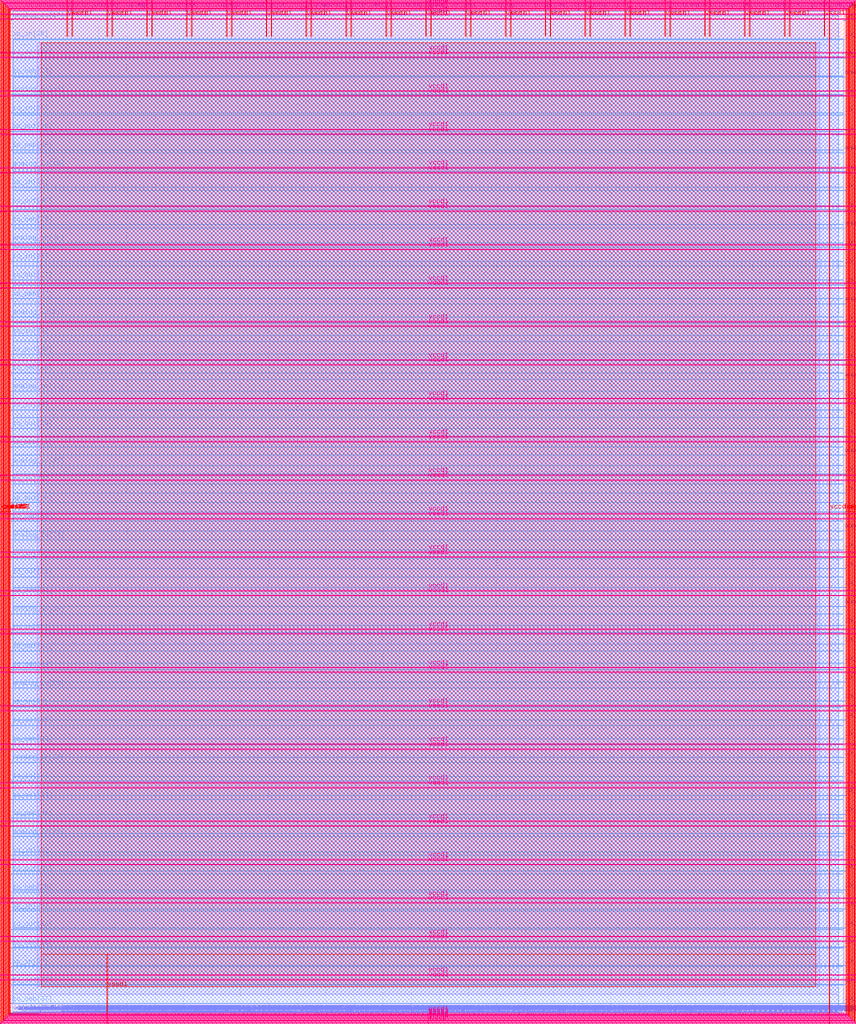
<source format=lef>
VERSION 5.7 ;
  NOWIREEXTENSIONATPIN ON ;
  DIVIDERCHAR "/" ;
  BUSBITCHARS "[]" ;
MACRO user_project_wrapper
  CLASS BLOCK ;
  FOREIGN user_project_wrapper ;
  ORIGIN 0.000 0.000 ;
  SIZE 2920.000 BY 3520.000 ;
  PIN analog_io[0]
    DIRECTION INOUT ;
    USE SIGNAL ;
    PORT
      LAYER met3 ;
        RECT 2917.600 1426.380 2924.800 1427.580 ;
    END
  END analog_io[0]
  PIN analog_io[10]
    DIRECTION INOUT ;
    USE SIGNAL ;
    PORT
      LAYER met2 ;
        RECT 2230.490 3517.600 2231.050 3524.800 ;
    END
  END analog_io[10]
  PIN analog_io[11]
    DIRECTION INOUT ;
    USE SIGNAL ;
    PORT
      LAYER met2 ;
        RECT 1905.730 3517.600 1906.290 3524.800 ;
    END
  END analog_io[11]
  PIN analog_io[12]
    DIRECTION INOUT ;
    USE SIGNAL ;
    PORT
      LAYER met2 ;
        RECT 1581.430 3517.600 1581.990 3524.800 ;
    END
  END analog_io[12]
  PIN analog_io[13]
    DIRECTION INOUT ;
    USE SIGNAL ;
    PORT
      LAYER met2 ;
        RECT 1257.130 3517.600 1257.690 3524.800 ;
    END
  END analog_io[13]
  PIN analog_io[14]
    DIRECTION INOUT ;
    USE SIGNAL ;
    PORT
      LAYER met2 ;
        RECT 932.370 3517.600 932.930 3524.800 ;
    END
  END analog_io[14]
  PIN analog_io[15]
    DIRECTION INOUT ;
    USE SIGNAL ;
    PORT
      LAYER met2 ;
        RECT 608.070 3517.600 608.630 3524.800 ;
    END
  END analog_io[15]
  PIN analog_io[16]
    DIRECTION INOUT ;
    USE SIGNAL ;
    PORT
      LAYER met2 ;
        RECT 283.770 3517.600 284.330 3524.800 ;
    END
  END analog_io[16]
  PIN analog_io[17]
    DIRECTION INOUT ;
    USE SIGNAL ;
    PORT
      LAYER met3 ;
        RECT -4.800 3486.100 2.400 3487.300 ;
    END
  END analog_io[17]
  PIN analog_io[18]
    DIRECTION INOUT ;
    USE SIGNAL ;
    PORT
      LAYER met3 ;
        RECT -4.800 3224.980 2.400 3226.180 ;
    END
  END analog_io[18]
  PIN analog_io[19]
    DIRECTION INOUT ;
    USE SIGNAL ;
    PORT
      LAYER met3 ;
        RECT -4.800 2964.540 2.400 2965.740 ;
    END
  END analog_io[19]
  PIN analog_io[1]
    DIRECTION INOUT ;
    USE SIGNAL ;
    PORT
      LAYER met3 ;
        RECT 2917.600 1692.260 2924.800 1693.460 ;
    END
  END analog_io[1]
  PIN analog_io[20]
    DIRECTION INOUT ;
    USE SIGNAL ;
    PORT
      LAYER met3 ;
        RECT -4.800 2703.420 2.400 2704.620 ;
    END
  END analog_io[20]
  PIN analog_io[21]
    DIRECTION INOUT ;
    USE SIGNAL ;
    PORT
      LAYER met3 ;
        RECT -4.800 2442.980 2.400 2444.180 ;
    END
  END analog_io[21]
  PIN analog_io[22]
    DIRECTION INOUT ;
    USE SIGNAL ;
    PORT
      LAYER met3 ;
        RECT -4.800 2182.540 2.400 2183.740 ;
    END
  END analog_io[22]
  PIN analog_io[23]
    DIRECTION INOUT ;
    USE SIGNAL ;
    PORT
      LAYER met3 ;
        RECT -4.800 1921.420 2.400 1922.620 ;
    END
  END analog_io[23]
  PIN analog_io[24]
    DIRECTION INOUT ;
    USE SIGNAL ;
    PORT
      LAYER met3 ;
        RECT -4.800 1660.980 2.400 1662.180 ;
    END
  END analog_io[24]
  PIN analog_io[25]
    DIRECTION INOUT ;
    USE SIGNAL ;
    PORT
      LAYER met3 ;
        RECT -4.800 1399.860 2.400 1401.060 ;
    END
  END analog_io[25]
  PIN analog_io[26]
    DIRECTION INOUT ;
    USE SIGNAL ;
    PORT
      LAYER met3 ;
        RECT -4.800 1139.420 2.400 1140.620 ;
    END
  END analog_io[26]
  PIN analog_io[27]
    DIRECTION INOUT ;
    USE SIGNAL ;
    PORT
      LAYER met3 ;
        RECT -4.800 878.980 2.400 880.180 ;
    END
  END analog_io[27]
  PIN analog_io[28]
    DIRECTION INOUT ;
    USE SIGNAL ;
    PORT
      LAYER met3 ;
        RECT -4.800 617.860 2.400 619.060 ;
    END
  END analog_io[28]
  PIN analog_io[2]
    DIRECTION INOUT ;
    USE SIGNAL ;
    PORT
      LAYER met3 ;
        RECT 2917.600 1958.140 2924.800 1959.340 ;
    END
  END analog_io[2]
  PIN analog_io[3]
    DIRECTION INOUT ;
    USE SIGNAL ;
    PORT
      LAYER met3 ;
        RECT 2917.600 2223.340 2924.800 2224.540 ;
    END
  END analog_io[3]
  PIN analog_io[4]
    DIRECTION INOUT ;
    USE SIGNAL ;
    PORT
      LAYER met3 ;
        RECT 2917.600 2489.220 2924.800 2490.420 ;
    END
  END analog_io[4]
  PIN analog_io[5]
    DIRECTION INOUT ;
    USE SIGNAL ;
    PORT
      LAYER met3 ;
        RECT 2917.600 2755.100 2924.800 2756.300 ;
    END
  END analog_io[5]
  PIN analog_io[6]
    DIRECTION INOUT ;
    USE SIGNAL ;
    PORT
      LAYER met3 ;
        RECT 2917.600 3020.300 2924.800 3021.500 ;
    END
  END analog_io[6]
  PIN analog_io[7]
    DIRECTION INOUT ;
    USE SIGNAL ;
    PORT
      LAYER met3 ;
        RECT 2917.600 3286.180 2924.800 3287.380 ;
    END
  END analog_io[7]
  PIN analog_io[8]
    DIRECTION INOUT ;
    USE SIGNAL ;
    PORT
      LAYER met2 ;
        RECT 2879.090 3517.600 2879.650 3524.800 ;
    END
  END analog_io[8]
  PIN analog_io[9]
    DIRECTION INOUT ;
    USE SIGNAL ;
    PORT
      LAYER met2 ;
        RECT 2554.790 3517.600 2555.350 3524.800 ;
    END
  END analog_io[9]
  PIN io_in[0]
    DIRECTION INPUT ;
    USE SIGNAL ;
    PORT
      LAYER met3 ;
        RECT 2917.600 32.380 2924.800 33.580 ;
    END
  END io_in[0]
  PIN io_in[10]
    DIRECTION INPUT ;
    USE SIGNAL ;
    PORT
      LAYER met3 ;
        RECT 2917.600 2289.980 2924.800 2291.180 ;
    END
  END io_in[10]
  PIN io_in[11]
    DIRECTION INPUT ;
    USE SIGNAL ;
    PORT
      LAYER met3 ;
        RECT 2917.600 2555.860 2924.800 2557.060 ;
    END
  END io_in[11]
  PIN io_in[12]
    DIRECTION INPUT ;
    USE SIGNAL ;
    PORT
      LAYER met3 ;
        RECT 2917.600 2821.060 2924.800 2822.260 ;
    END
  END io_in[12]
  PIN io_in[13]
    DIRECTION INPUT ;
    USE SIGNAL ;
    PORT
      LAYER met3 ;
        RECT 2917.600 3086.940 2924.800 3088.140 ;
    END
  END io_in[13]
  PIN io_in[14]
    DIRECTION INPUT ;
    USE SIGNAL ;
    PORT
      LAYER met3 ;
        RECT 2917.600 3352.820 2924.800 3354.020 ;
    END
  END io_in[14]
  PIN io_in[15]
    DIRECTION INPUT ;
    USE SIGNAL ;
    PORT
      LAYER met2 ;
        RECT 2798.130 3517.600 2798.690 3524.800 ;
    END
  END io_in[15]
  PIN io_in[16]
    DIRECTION INPUT ;
    USE SIGNAL ;
    PORT
      LAYER met2 ;
        RECT 2473.830 3517.600 2474.390 3524.800 ;
    END
  END io_in[16]
  PIN io_in[17]
    DIRECTION INPUT ;
    USE SIGNAL ;
    PORT
      LAYER met2 ;
        RECT 2149.070 3517.600 2149.630 3524.800 ;
    END
  END io_in[17]
  PIN io_in[18]
    DIRECTION INPUT ;
    USE SIGNAL ;
    PORT
      LAYER met2 ;
        RECT 1824.770 3517.600 1825.330 3524.800 ;
    END
  END io_in[18]
  PIN io_in[19]
    DIRECTION INPUT ;
    USE SIGNAL ;
    PORT
      LAYER met2 ;
        RECT 1500.470 3517.600 1501.030 3524.800 ;
    END
  END io_in[19]
  PIN io_in[1]
    DIRECTION INPUT ;
    USE SIGNAL ;
    PORT
      LAYER met3 ;
        RECT 2917.600 230.940 2924.800 232.140 ;
    END
  END io_in[1]
  PIN io_in[20]
    DIRECTION INPUT ;
    USE SIGNAL ;
    PORT
      LAYER met2 ;
        RECT 1175.710 3517.600 1176.270 3524.800 ;
    END
  END io_in[20]
  PIN io_in[21]
    DIRECTION INPUT ;
    USE SIGNAL ;
    PORT
      LAYER met2 ;
        RECT 851.410 3517.600 851.970 3524.800 ;
    END
  END io_in[21]
  PIN io_in[22]
    DIRECTION INPUT ;
    USE SIGNAL ;
    PORT
      LAYER met2 ;
        RECT 527.110 3517.600 527.670 3524.800 ;
    END
  END io_in[22]
  PIN io_in[23]
    DIRECTION INPUT ;
    USE SIGNAL ;
    PORT
      LAYER met2 ;
        RECT 202.350 3517.600 202.910 3524.800 ;
    END
  END io_in[23]
  PIN io_in[24]
    DIRECTION INPUT ;
    USE SIGNAL ;
    PORT
      LAYER met3 ;
        RECT -4.800 3420.820 2.400 3422.020 ;
    END
  END io_in[24]
  PIN io_in[25]
    DIRECTION INPUT ;
    USE SIGNAL ;
    PORT
      LAYER met3 ;
        RECT -4.800 3159.700 2.400 3160.900 ;
    END
  END io_in[25]
  PIN io_in[26]
    DIRECTION INPUT ;
    USE SIGNAL ;
    PORT
      LAYER met3 ;
        RECT -4.800 2899.260 2.400 2900.460 ;
    END
  END io_in[26]
  PIN io_in[27]
    DIRECTION INPUT ;
    USE SIGNAL ;
    PORT
      LAYER met3 ;
        RECT -4.800 2638.820 2.400 2640.020 ;
    END
  END io_in[27]
  PIN io_in[28]
    DIRECTION INPUT ;
    USE SIGNAL ;
    PORT
      LAYER met3 ;
        RECT -4.800 2377.700 2.400 2378.900 ;
    END
  END io_in[28]
  PIN io_in[29]
    DIRECTION INPUT ;
    USE SIGNAL ;
    PORT
      LAYER met3 ;
        RECT -4.800 2117.260 2.400 2118.460 ;
    END
  END io_in[29]
  PIN io_in[2]
    DIRECTION INPUT ;
    USE SIGNAL ;
    PORT
      LAYER met3 ;
        RECT 2917.600 430.180 2924.800 431.380 ;
    END
  END io_in[2]
  PIN io_in[30]
    DIRECTION INPUT ;
    USE SIGNAL ;
    PORT
      LAYER met3 ;
        RECT -4.800 1856.140 2.400 1857.340 ;
    END
  END io_in[30]
  PIN io_in[31]
    DIRECTION INPUT ;
    USE SIGNAL ;
    PORT
      LAYER met3 ;
        RECT -4.800 1595.700 2.400 1596.900 ;
    END
  END io_in[31]
  PIN io_in[32]
    DIRECTION INPUT ;
    USE SIGNAL ;
    PORT
      LAYER met3 ;
        RECT -4.800 1335.260 2.400 1336.460 ;
    END
  END io_in[32]
  PIN io_in[33]
    DIRECTION INPUT ;
    USE SIGNAL ;
    PORT
      LAYER met3 ;
        RECT -4.800 1074.140 2.400 1075.340 ;
    END
  END io_in[33]
  PIN io_in[34]
    DIRECTION INPUT ;
    USE SIGNAL ;
    PORT
      LAYER met3 ;
        RECT -4.800 813.700 2.400 814.900 ;
    END
  END io_in[34]
  PIN io_in[35]
    DIRECTION INPUT ;
    USE SIGNAL ;
    PORT
      LAYER met3 ;
        RECT -4.800 552.580 2.400 553.780 ;
    END
  END io_in[35]
  PIN io_in[36]
    DIRECTION INPUT ;
    USE SIGNAL ;
    PORT
      LAYER met3 ;
        RECT -4.800 357.420 2.400 358.620 ;
    END
  END io_in[36]
  PIN io_in[37]
    DIRECTION INPUT ;
    USE SIGNAL ;
    PORT
      LAYER met3 ;
        RECT -4.800 161.580 2.400 162.780 ;
    END
  END io_in[37]
  PIN io_in[3]
    DIRECTION INPUT ;
    USE SIGNAL ;
    PORT
      LAYER met3 ;
        RECT 2917.600 629.420 2924.800 630.620 ;
    END
  END io_in[3]
  PIN io_in[4]
    DIRECTION INPUT ;
    USE SIGNAL ;
    PORT
      LAYER met3 ;
        RECT 2917.600 828.660 2924.800 829.860 ;
    END
  END io_in[4]
  PIN io_in[5]
    DIRECTION INPUT ;
    USE SIGNAL ;
    PORT
      LAYER met3 ;
        RECT 2917.600 1027.900 2924.800 1029.100 ;
    END
  END io_in[5]
  PIN io_in[6]
    DIRECTION INPUT ;
    USE SIGNAL ;
    PORT
      LAYER met3 ;
        RECT 2917.600 1227.140 2924.800 1228.340 ;
    END
  END io_in[6]
  PIN io_in[7]
    DIRECTION INPUT ;
    USE SIGNAL ;
    PORT
      LAYER met3 ;
        RECT 2917.600 1493.020 2924.800 1494.220 ;
    END
  END io_in[7]
  PIN io_in[8]
    DIRECTION INPUT ;
    USE SIGNAL ;
    PORT
      LAYER met3 ;
        RECT 2917.600 1758.900 2924.800 1760.100 ;
    END
  END io_in[8]
  PIN io_in[9]
    DIRECTION INPUT ;
    USE SIGNAL ;
    PORT
      LAYER met3 ;
        RECT 2917.600 2024.100 2924.800 2025.300 ;
    END
  END io_in[9]
  PIN io_oeb[0]
    DIRECTION OUTPUT TRISTATE ;
    USE SIGNAL ;
    PORT
      LAYER met3 ;
        RECT 2917.600 164.980 2924.800 166.180 ;
    END
  END io_oeb[0]
  PIN io_oeb[10]
    DIRECTION OUTPUT TRISTATE ;
    USE SIGNAL ;
    PORT
      LAYER met3 ;
        RECT 2917.600 2422.580 2924.800 2423.780 ;
    END
  END io_oeb[10]
  PIN io_oeb[11]
    DIRECTION OUTPUT TRISTATE ;
    USE SIGNAL ;
    PORT
      LAYER met3 ;
        RECT 2917.600 2688.460 2924.800 2689.660 ;
    END
  END io_oeb[11]
  PIN io_oeb[12]
    DIRECTION OUTPUT TRISTATE ;
    USE SIGNAL ;
    PORT
      LAYER met3 ;
        RECT 2917.600 2954.340 2924.800 2955.540 ;
    END
  END io_oeb[12]
  PIN io_oeb[13]
    DIRECTION OUTPUT TRISTATE ;
    USE SIGNAL ;
    PORT
      LAYER met3 ;
        RECT 2917.600 3219.540 2924.800 3220.740 ;
    END
  END io_oeb[13]
  PIN io_oeb[14]
    DIRECTION OUTPUT TRISTATE ;
    USE SIGNAL ;
    PORT
      LAYER met3 ;
        RECT 2917.600 3485.420 2924.800 3486.620 ;
    END
  END io_oeb[14]
  PIN io_oeb[15]
    DIRECTION OUTPUT TRISTATE ;
    USE SIGNAL ;
    PORT
      LAYER met2 ;
        RECT 2635.750 3517.600 2636.310 3524.800 ;
    END
  END io_oeb[15]
  PIN io_oeb[16]
    DIRECTION OUTPUT TRISTATE ;
    USE SIGNAL ;
    PORT
      LAYER met2 ;
        RECT 2311.450 3517.600 2312.010 3524.800 ;
    END
  END io_oeb[16]
  PIN io_oeb[17]
    DIRECTION OUTPUT TRISTATE ;
    USE SIGNAL ;
    PORT
      LAYER met2 ;
        RECT 1987.150 3517.600 1987.710 3524.800 ;
    END
  END io_oeb[17]
  PIN io_oeb[18]
    DIRECTION OUTPUT TRISTATE ;
    USE SIGNAL ;
    PORT
      LAYER met2 ;
        RECT 1662.390 3517.600 1662.950 3524.800 ;
    END
  END io_oeb[18]
  PIN io_oeb[19]
    DIRECTION OUTPUT TRISTATE ;
    USE SIGNAL ;
    PORT
      LAYER met2 ;
        RECT 1338.090 3517.600 1338.650 3524.800 ;
    END
  END io_oeb[19]
  PIN io_oeb[1]
    DIRECTION OUTPUT TRISTATE ;
    USE SIGNAL ;
    PORT
      LAYER met3 ;
        RECT 2917.600 364.220 2924.800 365.420 ;
    END
  END io_oeb[1]
  PIN io_oeb[20]
    DIRECTION OUTPUT TRISTATE ;
    USE SIGNAL ;
    PORT
      LAYER met2 ;
        RECT 1013.790 3517.600 1014.350 3524.800 ;
    END
  END io_oeb[20]
  PIN io_oeb[21]
    DIRECTION OUTPUT TRISTATE ;
    USE SIGNAL ;
    PORT
      LAYER met2 ;
        RECT 689.030 3517.600 689.590 3524.800 ;
    END
  END io_oeb[21]
  PIN io_oeb[22]
    DIRECTION OUTPUT TRISTATE ;
    USE SIGNAL ;
    PORT
      LAYER met2 ;
        RECT 364.730 3517.600 365.290 3524.800 ;
    END
  END io_oeb[22]
  PIN io_oeb[23]
    DIRECTION OUTPUT TRISTATE ;
    USE SIGNAL ;
    PORT
      LAYER met2 ;
        RECT 40.430 3517.600 40.990 3524.800 ;
    END
  END io_oeb[23]
  PIN io_oeb[24]
    DIRECTION OUTPUT TRISTATE ;
    USE SIGNAL ;
    PORT
      LAYER met3 ;
        RECT -4.800 3290.260 2.400 3291.460 ;
    END
  END io_oeb[24]
  PIN io_oeb[25]
    DIRECTION OUTPUT TRISTATE ;
    USE SIGNAL ;
    PORT
      LAYER met3 ;
        RECT -4.800 3029.820 2.400 3031.020 ;
    END
  END io_oeb[25]
  PIN io_oeb[26]
    DIRECTION OUTPUT TRISTATE ;
    USE SIGNAL ;
    PORT
      LAYER met3 ;
        RECT -4.800 2768.700 2.400 2769.900 ;
    END
  END io_oeb[26]
  PIN io_oeb[27]
    DIRECTION OUTPUT TRISTATE ;
    USE SIGNAL ;
    PORT
      LAYER met3 ;
        RECT -4.800 2508.260 2.400 2509.460 ;
    END
  END io_oeb[27]
  PIN io_oeb[28]
    DIRECTION OUTPUT TRISTATE ;
    USE SIGNAL ;
    PORT
      LAYER met3 ;
        RECT -4.800 2247.140 2.400 2248.340 ;
    END
  END io_oeb[28]
  PIN io_oeb[29]
    DIRECTION OUTPUT TRISTATE ;
    USE SIGNAL ;
    PORT
      LAYER met3 ;
        RECT -4.800 1986.700 2.400 1987.900 ;
    END
  END io_oeb[29]
  PIN io_oeb[2]
    DIRECTION OUTPUT TRISTATE ;
    USE SIGNAL ;
    PORT
      LAYER met3 ;
        RECT 2917.600 563.460 2924.800 564.660 ;
    END
  END io_oeb[2]
  PIN io_oeb[30]
    DIRECTION OUTPUT TRISTATE ;
    USE SIGNAL ;
    PORT
      LAYER met3 ;
        RECT -4.800 1726.260 2.400 1727.460 ;
    END
  END io_oeb[30]
  PIN io_oeb[31]
    DIRECTION OUTPUT TRISTATE ;
    USE SIGNAL ;
    PORT
      LAYER met3 ;
        RECT -4.800 1465.140 2.400 1466.340 ;
    END
  END io_oeb[31]
  PIN io_oeb[32]
    DIRECTION OUTPUT TRISTATE ;
    USE SIGNAL ;
    PORT
      LAYER met3 ;
        RECT -4.800 1204.700 2.400 1205.900 ;
    END
  END io_oeb[32]
  PIN io_oeb[33]
    DIRECTION OUTPUT TRISTATE ;
    USE SIGNAL ;
    PORT
      LAYER met3 ;
        RECT -4.800 943.580 2.400 944.780 ;
    END
  END io_oeb[33]
  PIN io_oeb[34]
    DIRECTION OUTPUT TRISTATE ;
    USE SIGNAL ;
    PORT
      LAYER met3 ;
        RECT -4.800 683.140 2.400 684.340 ;
    END
  END io_oeb[34]
  PIN io_oeb[35]
    DIRECTION OUTPUT TRISTATE ;
    USE SIGNAL ;
    PORT
      LAYER met3 ;
        RECT -4.800 422.700 2.400 423.900 ;
    END
  END io_oeb[35]
  PIN io_oeb[36]
    DIRECTION OUTPUT TRISTATE ;
    USE SIGNAL ;
    PORT
      LAYER met3 ;
        RECT -4.800 226.860 2.400 228.060 ;
    END
  END io_oeb[36]
  PIN io_oeb[37]
    DIRECTION OUTPUT TRISTATE ;
    USE SIGNAL ;
    PORT
      LAYER met3 ;
        RECT -4.800 31.700 2.400 32.900 ;
    END
  END io_oeb[37]
  PIN io_oeb[3]
    DIRECTION OUTPUT TRISTATE ;
    USE SIGNAL ;
    PORT
      LAYER met3 ;
        RECT 2917.600 762.700 2924.800 763.900 ;
    END
  END io_oeb[3]
  PIN io_oeb[4]
    DIRECTION OUTPUT TRISTATE ;
    USE SIGNAL ;
    PORT
      LAYER met3 ;
        RECT 2917.600 961.940 2924.800 963.140 ;
    END
  END io_oeb[4]
  PIN io_oeb[5]
    DIRECTION OUTPUT TRISTATE ;
    USE SIGNAL ;
    PORT
      LAYER met3 ;
        RECT 2917.600 1161.180 2924.800 1162.380 ;
    END
  END io_oeb[5]
  PIN io_oeb[6]
    DIRECTION OUTPUT TRISTATE ;
    USE SIGNAL ;
    PORT
      LAYER met3 ;
        RECT 2917.600 1360.420 2924.800 1361.620 ;
    END
  END io_oeb[6]
  PIN io_oeb[7]
    DIRECTION OUTPUT TRISTATE ;
    USE SIGNAL ;
    PORT
      LAYER met3 ;
        RECT 2917.600 1625.620 2924.800 1626.820 ;
    END
  END io_oeb[7]
  PIN io_oeb[8]
    DIRECTION OUTPUT TRISTATE ;
    USE SIGNAL ;
    PORT
      LAYER met3 ;
        RECT 2917.600 1891.500 2924.800 1892.700 ;
    END
  END io_oeb[8]
  PIN io_oeb[9]
    DIRECTION OUTPUT TRISTATE ;
    USE SIGNAL ;
    PORT
      LAYER met3 ;
        RECT 2917.600 2157.380 2924.800 2158.580 ;
    END
  END io_oeb[9]
  PIN io_out[0]
    DIRECTION OUTPUT TRISTATE ;
    USE SIGNAL ;
    PORT
      LAYER met3 ;
        RECT 2917.600 98.340 2924.800 99.540 ;
    END
  END io_out[0]
  PIN io_out[10]
    DIRECTION OUTPUT TRISTATE ;
    USE SIGNAL ;
    PORT
      LAYER met3 ;
        RECT 2917.600 2356.620 2924.800 2357.820 ;
    END
  END io_out[10]
  PIN io_out[11]
    DIRECTION OUTPUT TRISTATE ;
    USE SIGNAL ;
    PORT
      LAYER met3 ;
        RECT 2917.600 2621.820 2924.800 2623.020 ;
    END
  END io_out[11]
  PIN io_out[12]
    DIRECTION OUTPUT TRISTATE ;
    USE SIGNAL ;
    PORT
      LAYER met3 ;
        RECT 2917.600 2887.700 2924.800 2888.900 ;
    END
  END io_out[12]
  PIN io_out[13]
    DIRECTION OUTPUT TRISTATE ;
    USE SIGNAL ;
    PORT
      LAYER met3 ;
        RECT 2917.600 3153.580 2924.800 3154.780 ;
    END
  END io_out[13]
  PIN io_out[14]
    DIRECTION OUTPUT TRISTATE ;
    USE SIGNAL ;
    PORT
      LAYER met3 ;
        RECT 2917.600 3418.780 2924.800 3419.980 ;
    END
  END io_out[14]
  PIN io_out[15]
    DIRECTION OUTPUT TRISTATE ;
    USE SIGNAL ;
    PORT
      LAYER met2 ;
        RECT 2717.170 3517.600 2717.730 3524.800 ;
    END
  END io_out[15]
  PIN io_out[16]
    DIRECTION OUTPUT TRISTATE ;
    USE SIGNAL ;
    PORT
      LAYER met2 ;
        RECT 2392.410 3517.600 2392.970 3524.800 ;
    END
  END io_out[16]
  PIN io_out[17]
    DIRECTION OUTPUT TRISTATE ;
    USE SIGNAL ;
    PORT
      LAYER met2 ;
        RECT 2068.110 3517.600 2068.670 3524.800 ;
    END
  END io_out[17]
  PIN io_out[18]
    DIRECTION OUTPUT TRISTATE ;
    USE SIGNAL ;
    PORT
      LAYER met2 ;
        RECT 1743.810 3517.600 1744.370 3524.800 ;
    END
  END io_out[18]
  PIN io_out[19]
    DIRECTION OUTPUT TRISTATE ;
    USE SIGNAL ;
    PORT
      LAYER met2 ;
        RECT 1419.050 3517.600 1419.610 3524.800 ;
    END
  END io_out[19]
  PIN io_out[1]
    DIRECTION OUTPUT TRISTATE ;
    USE SIGNAL ;
    PORT
      LAYER met3 ;
        RECT 2917.600 297.580 2924.800 298.780 ;
    END
  END io_out[1]
  PIN io_out[20]
    DIRECTION OUTPUT TRISTATE ;
    USE SIGNAL ;
    PORT
      LAYER met2 ;
        RECT 1094.750 3517.600 1095.310 3524.800 ;
    END
  END io_out[20]
  PIN io_out[21]
    DIRECTION OUTPUT TRISTATE ;
    USE SIGNAL ;
    PORT
      LAYER met2 ;
        RECT 770.450 3517.600 771.010 3524.800 ;
    END
  END io_out[21]
  PIN io_out[22]
    DIRECTION OUTPUT TRISTATE ;
    USE SIGNAL ;
    PORT
      LAYER met2 ;
        RECT 445.690 3517.600 446.250 3524.800 ;
    END
  END io_out[22]
  PIN io_out[23]
    DIRECTION OUTPUT TRISTATE ;
    USE SIGNAL ;
    PORT
      LAYER met2 ;
        RECT 121.390 3517.600 121.950 3524.800 ;
    END
  END io_out[23]
  PIN io_out[24]
    DIRECTION OUTPUT TRISTATE ;
    USE SIGNAL ;
    PORT
      LAYER met3 ;
        RECT -4.800 3355.540 2.400 3356.740 ;
    END
  END io_out[24]
  PIN io_out[25]
    DIRECTION OUTPUT TRISTATE ;
    USE SIGNAL ;
    PORT
      LAYER met3 ;
        RECT -4.800 3095.100 2.400 3096.300 ;
    END
  END io_out[25]
  PIN io_out[26]
    DIRECTION OUTPUT TRISTATE ;
    USE SIGNAL ;
    PORT
      LAYER met3 ;
        RECT -4.800 2833.980 2.400 2835.180 ;
    END
  END io_out[26]
  PIN io_out[27]
    DIRECTION OUTPUT TRISTATE ;
    USE SIGNAL ;
    PORT
      LAYER met3 ;
        RECT -4.800 2573.540 2.400 2574.740 ;
    END
  END io_out[27]
  PIN io_out[28]
    DIRECTION OUTPUT TRISTATE ;
    USE SIGNAL ;
    PORT
      LAYER met3 ;
        RECT -4.800 2312.420 2.400 2313.620 ;
    END
  END io_out[28]
  PIN io_out[29]
    DIRECTION OUTPUT TRISTATE ;
    USE SIGNAL ;
    PORT
      LAYER met3 ;
        RECT -4.800 2051.980 2.400 2053.180 ;
    END
  END io_out[29]
  PIN io_out[2]
    DIRECTION OUTPUT TRISTATE ;
    USE SIGNAL ;
    PORT
      LAYER met3 ;
        RECT 2917.600 496.820 2924.800 498.020 ;
    END
  END io_out[2]
  PIN io_out[30]
    DIRECTION OUTPUT TRISTATE ;
    USE SIGNAL ;
    PORT
      LAYER met3 ;
        RECT -4.800 1791.540 2.400 1792.740 ;
    END
  END io_out[30]
  PIN io_out[31]
    DIRECTION OUTPUT TRISTATE ;
    USE SIGNAL ;
    PORT
      LAYER met3 ;
        RECT -4.800 1530.420 2.400 1531.620 ;
    END
  END io_out[31]
  PIN io_out[32]
    DIRECTION OUTPUT TRISTATE ;
    USE SIGNAL ;
    PORT
      LAYER met3 ;
        RECT -4.800 1269.980 2.400 1271.180 ;
    END
  END io_out[32]
  PIN io_out[33]
    DIRECTION OUTPUT TRISTATE ;
    USE SIGNAL ;
    PORT
      LAYER met3 ;
        RECT -4.800 1008.860 2.400 1010.060 ;
    END
  END io_out[33]
  PIN io_out[34]
    DIRECTION OUTPUT TRISTATE ;
    USE SIGNAL ;
    PORT
      LAYER met3 ;
        RECT -4.800 748.420 2.400 749.620 ;
    END
  END io_out[34]
  PIN io_out[35]
    DIRECTION OUTPUT TRISTATE ;
    USE SIGNAL ;
    PORT
      LAYER met3 ;
        RECT -4.800 487.300 2.400 488.500 ;
    END
  END io_out[35]
  PIN io_out[36]
    DIRECTION OUTPUT TRISTATE ;
    USE SIGNAL ;
    PORT
      LAYER met3 ;
        RECT -4.800 292.140 2.400 293.340 ;
    END
  END io_out[36]
  PIN io_out[37]
    DIRECTION OUTPUT TRISTATE ;
    USE SIGNAL ;
    PORT
      LAYER met3 ;
        RECT -4.800 96.300 2.400 97.500 ;
    END
  END io_out[37]
  PIN io_out[3]
    DIRECTION OUTPUT TRISTATE ;
    USE SIGNAL ;
    PORT
      LAYER met3 ;
        RECT 2917.600 696.060 2924.800 697.260 ;
    END
  END io_out[3]
  PIN io_out[4]
    DIRECTION OUTPUT TRISTATE ;
    USE SIGNAL ;
    PORT
      LAYER met3 ;
        RECT 2917.600 895.300 2924.800 896.500 ;
    END
  END io_out[4]
  PIN io_out[5]
    DIRECTION OUTPUT TRISTATE ;
    USE SIGNAL ;
    PORT
      LAYER met3 ;
        RECT 2917.600 1094.540 2924.800 1095.740 ;
    END
  END io_out[5]
  PIN io_out[6]
    DIRECTION OUTPUT TRISTATE ;
    USE SIGNAL ;
    PORT
      LAYER met3 ;
        RECT 2917.600 1293.780 2924.800 1294.980 ;
    END
  END io_out[6]
  PIN io_out[7]
    DIRECTION OUTPUT TRISTATE ;
    USE SIGNAL ;
    PORT
      LAYER met3 ;
        RECT 2917.600 1559.660 2924.800 1560.860 ;
    END
  END io_out[7]
  PIN io_out[8]
    DIRECTION OUTPUT TRISTATE ;
    USE SIGNAL ;
    PORT
      LAYER met3 ;
        RECT 2917.600 1824.860 2924.800 1826.060 ;
    END
  END io_out[8]
  PIN io_out[9]
    DIRECTION OUTPUT TRISTATE ;
    USE SIGNAL ;
    PORT
      LAYER met3 ;
        RECT 2917.600 2090.740 2924.800 2091.940 ;
    END
  END io_out[9]
  PIN la_data_in[0]
    DIRECTION INPUT ;
    USE SIGNAL ;
    PORT
      LAYER met2 ;
        RECT 629.230 -4.800 629.790 2.400 ;
    END
  END la_data_in[0]
  PIN la_data_in[100]
    DIRECTION INPUT ;
    USE SIGNAL ;
    PORT
      LAYER met2 ;
        RECT 2402.530 -4.800 2403.090 2.400 ;
    END
  END la_data_in[100]
  PIN la_data_in[101]
    DIRECTION INPUT ;
    USE SIGNAL ;
    PORT
      LAYER met2 ;
        RECT 2420.010 -4.800 2420.570 2.400 ;
    END
  END la_data_in[101]
  PIN la_data_in[102]
    DIRECTION INPUT ;
    USE SIGNAL ;
    PORT
      LAYER met2 ;
        RECT 2437.950 -4.800 2438.510 2.400 ;
    END
  END la_data_in[102]
  PIN la_data_in[103]
    DIRECTION INPUT ;
    USE SIGNAL ;
    PORT
      LAYER met2 ;
        RECT 2455.430 -4.800 2455.990 2.400 ;
    END
  END la_data_in[103]
  PIN la_data_in[104]
    DIRECTION INPUT ;
    USE SIGNAL ;
    PORT
      LAYER met2 ;
        RECT 2473.370 -4.800 2473.930 2.400 ;
    END
  END la_data_in[104]
  PIN la_data_in[105]
    DIRECTION INPUT ;
    USE SIGNAL ;
    PORT
      LAYER met2 ;
        RECT 2490.850 -4.800 2491.410 2.400 ;
    END
  END la_data_in[105]
  PIN la_data_in[106]
    DIRECTION INPUT ;
    USE SIGNAL ;
    PORT
      LAYER met2 ;
        RECT 2508.790 -4.800 2509.350 2.400 ;
    END
  END la_data_in[106]
  PIN la_data_in[107]
    DIRECTION INPUT ;
    USE SIGNAL ;
    PORT
      LAYER met2 ;
        RECT 2526.730 -4.800 2527.290 2.400 ;
    END
  END la_data_in[107]
  PIN la_data_in[108]
    DIRECTION INPUT ;
    USE SIGNAL ;
    PORT
      LAYER met2 ;
        RECT 2544.210 -4.800 2544.770 2.400 ;
    END
  END la_data_in[108]
  PIN la_data_in[109]
    DIRECTION INPUT ;
    USE SIGNAL ;
    PORT
      LAYER met2 ;
        RECT 2562.150 -4.800 2562.710 2.400 ;
    END
  END la_data_in[109]
  PIN la_data_in[10]
    DIRECTION INPUT ;
    USE SIGNAL ;
    PORT
      LAYER met2 ;
        RECT 806.330 -4.800 806.890 2.400 ;
    END
  END la_data_in[10]
  PIN la_data_in[110]
    DIRECTION INPUT ;
    USE SIGNAL ;
    PORT
      LAYER met2 ;
        RECT 2579.630 -4.800 2580.190 2.400 ;
    END
  END la_data_in[110]
  PIN la_data_in[111]
    DIRECTION INPUT ;
    USE SIGNAL ;
    PORT
      LAYER met2 ;
        RECT 2597.570 -4.800 2598.130 2.400 ;
    END
  END la_data_in[111]
  PIN la_data_in[112]
    DIRECTION INPUT ;
    USE SIGNAL ;
    PORT
      LAYER met2 ;
        RECT 2615.050 -4.800 2615.610 2.400 ;
    END
  END la_data_in[112]
  PIN la_data_in[113]
    DIRECTION INPUT ;
    USE SIGNAL ;
    PORT
      LAYER met2 ;
        RECT 2632.990 -4.800 2633.550 2.400 ;
    END
  END la_data_in[113]
  PIN la_data_in[114]
    DIRECTION INPUT ;
    USE SIGNAL ;
    PORT
      LAYER met2 ;
        RECT 2650.470 -4.800 2651.030 2.400 ;
    END
  END la_data_in[114]
  PIN la_data_in[115]
    DIRECTION INPUT ;
    USE SIGNAL ;
    PORT
      LAYER met2 ;
        RECT 2668.410 -4.800 2668.970 2.400 ;
    END
  END la_data_in[115]
  PIN la_data_in[116]
    DIRECTION INPUT ;
    USE SIGNAL ;
    PORT
      LAYER met2 ;
        RECT 2685.890 -4.800 2686.450 2.400 ;
    END
  END la_data_in[116]
  PIN la_data_in[117]
    DIRECTION INPUT ;
    USE SIGNAL ;
    PORT
      LAYER met2 ;
        RECT 2703.830 -4.800 2704.390 2.400 ;
    END
  END la_data_in[117]
  PIN la_data_in[118]
    DIRECTION INPUT ;
    USE SIGNAL ;
    PORT
      LAYER met2 ;
        RECT 2721.770 -4.800 2722.330 2.400 ;
    END
  END la_data_in[118]
  PIN la_data_in[119]
    DIRECTION INPUT ;
    USE SIGNAL ;
    PORT
      LAYER met2 ;
        RECT 2739.250 -4.800 2739.810 2.400 ;
    END
  END la_data_in[119]
  PIN la_data_in[11]
    DIRECTION INPUT ;
    USE SIGNAL ;
    PORT
      LAYER met2 ;
        RECT 824.270 -4.800 824.830 2.400 ;
    END
  END la_data_in[11]
  PIN la_data_in[120]
    DIRECTION INPUT ;
    USE SIGNAL ;
    PORT
      LAYER met2 ;
        RECT 2757.190 -4.800 2757.750 2.400 ;
    END
  END la_data_in[120]
  PIN la_data_in[121]
    DIRECTION INPUT ;
    USE SIGNAL ;
    PORT
      LAYER met2 ;
        RECT 2774.670 -4.800 2775.230 2.400 ;
    END
  END la_data_in[121]
  PIN la_data_in[122]
    DIRECTION INPUT ;
    USE SIGNAL ;
    PORT
      LAYER met2 ;
        RECT 2792.610 -4.800 2793.170 2.400 ;
    END
  END la_data_in[122]
  PIN la_data_in[123]
    DIRECTION INPUT ;
    USE SIGNAL ;
    PORT
      LAYER met2 ;
        RECT 2810.090 -4.800 2810.650 2.400 ;
    END
  END la_data_in[123]
  PIN la_data_in[124]
    DIRECTION INPUT ;
    USE SIGNAL ;
    PORT
      LAYER met2 ;
        RECT 2828.030 -4.800 2828.590 2.400 ;
    END
  END la_data_in[124]
  PIN la_data_in[125]
    DIRECTION INPUT ;
    USE SIGNAL ;
    PORT
      LAYER met2 ;
        RECT 2845.510 -4.800 2846.070 2.400 ;
    END
  END la_data_in[125]
  PIN la_data_in[126]
    DIRECTION INPUT ;
    USE SIGNAL ;
    PORT
      LAYER met2 ;
        RECT 2863.450 -4.800 2864.010 2.400 ;
    END
  END la_data_in[126]
  PIN la_data_in[127]
    DIRECTION INPUT ;
    USE SIGNAL ;
    PORT
      LAYER met2 ;
        RECT 2881.390 -4.800 2881.950 2.400 ;
    END
  END la_data_in[127]
  PIN la_data_in[12]
    DIRECTION INPUT ;
    USE SIGNAL ;
    PORT
      LAYER met2 ;
        RECT 841.750 -4.800 842.310 2.400 ;
    END
  END la_data_in[12]
  PIN la_data_in[13]
    DIRECTION INPUT ;
    USE SIGNAL ;
    PORT
      LAYER met2 ;
        RECT 859.690 -4.800 860.250 2.400 ;
    END
  END la_data_in[13]
  PIN la_data_in[14]
    DIRECTION INPUT ;
    USE SIGNAL ;
    PORT
      LAYER met2 ;
        RECT 877.170 -4.800 877.730 2.400 ;
    END
  END la_data_in[14]
  PIN la_data_in[15]
    DIRECTION INPUT ;
    USE SIGNAL ;
    PORT
      LAYER met2 ;
        RECT 895.110 -4.800 895.670 2.400 ;
    END
  END la_data_in[15]
  PIN la_data_in[16]
    DIRECTION INPUT ;
    USE SIGNAL ;
    PORT
      LAYER met2 ;
        RECT 912.590 -4.800 913.150 2.400 ;
    END
  END la_data_in[16]
  PIN la_data_in[17]
    DIRECTION INPUT ;
    USE SIGNAL ;
    PORT
      LAYER met2 ;
        RECT 930.530 -4.800 931.090 2.400 ;
    END
  END la_data_in[17]
  PIN la_data_in[18]
    DIRECTION INPUT ;
    USE SIGNAL ;
    PORT
      LAYER met2 ;
        RECT 948.470 -4.800 949.030 2.400 ;
    END
  END la_data_in[18]
  PIN la_data_in[19]
    DIRECTION INPUT ;
    USE SIGNAL ;
    PORT
      LAYER met2 ;
        RECT 965.950 -4.800 966.510 2.400 ;
    END
  END la_data_in[19]
  PIN la_data_in[1]
    DIRECTION INPUT ;
    USE SIGNAL ;
    PORT
      LAYER met2 ;
        RECT 646.710 -4.800 647.270 2.400 ;
    END
  END la_data_in[1]
  PIN la_data_in[20]
    DIRECTION INPUT ;
    USE SIGNAL ;
    PORT
      LAYER met2 ;
        RECT 983.890 -4.800 984.450 2.400 ;
    END
  END la_data_in[20]
  PIN la_data_in[21]
    DIRECTION INPUT ;
    USE SIGNAL ;
    PORT
      LAYER met2 ;
        RECT 1001.370 -4.800 1001.930 2.400 ;
    END
  END la_data_in[21]
  PIN la_data_in[22]
    DIRECTION INPUT ;
    USE SIGNAL ;
    PORT
      LAYER met2 ;
        RECT 1019.310 -4.800 1019.870 2.400 ;
    END
  END la_data_in[22]
  PIN la_data_in[23]
    DIRECTION INPUT ;
    USE SIGNAL ;
    PORT
      LAYER met2 ;
        RECT 1036.790 -4.800 1037.350 2.400 ;
    END
  END la_data_in[23]
  PIN la_data_in[24]
    DIRECTION INPUT ;
    USE SIGNAL ;
    PORT
      LAYER met2 ;
        RECT 1054.730 -4.800 1055.290 2.400 ;
    END
  END la_data_in[24]
  PIN la_data_in[25]
    DIRECTION INPUT ;
    USE SIGNAL ;
    PORT
      LAYER met2 ;
        RECT 1072.210 -4.800 1072.770 2.400 ;
    END
  END la_data_in[25]
  PIN la_data_in[26]
    DIRECTION INPUT ;
    USE SIGNAL ;
    PORT
      LAYER met2 ;
        RECT 1090.150 -4.800 1090.710 2.400 ;
    END
  END la_data_in[26]
  PIN la_data_in[27]
    DIRECTION INPUT ;
    USE SIGNAL ;
    PORT
      LAYER met2 ;
        RECT 1107.630 -4.800 1108.190 2.400 ;
    END
  END la_data_in[27]
  PIN la_data_in[28]
    DIRECTION INPUT ;
    USE SIGNAL ;
    PORT
      LAYER met2 ;
        RECT 1125.570 -4.800 1126.130 2.400 ;
    END
  END la_data_in[28]
  PIN la_data_in[29]
    DIRECTION INPUT ;
    USE SIGNAL ;
    PORT
      LAYER met2 ;
        RECT 1143.510 -4.800 1144.070 2.400 ;
    END
  END la_data_in[29]
  PIN la_data_in[2]
    DIRECTION INPUT ;
    USE SIGNAL ;
    PORT
      LAYER met2 ;
        RECT 664.650 -4.800 665.210 2.400 ;
    END
  END la_data_in[2]
  PIN la_data_in[30]
    DIRECTION INPUT ;
    USE SIGNAL ;
    PORT
      LAYER met2 ;
        RECT 1160.990 -4.800 1161.550 2.400 ;
    END
  END la_data_in[30]
  PIN la_data_in[31]
    DIRECTION INPUT ;
    USE SIGNAL ;
    PORT
      LAYER met2 ;
        RECT 1178.930 -4.800 1179.490 2.400 ;
    END
  END la_data_in[31]
  PIN la_data_in[32]
    DIRECTION INPUT ;
    USE SIGNAL ;
    PORT
      LAYER met2 ;
        RECT 1196.410 -4.800 1196.970 2.400 ;
    END
  END la_data_in[32]
  PIN la_data_in[33]
    DIRECTION INPUT ;
    USE SIGNAL ;
    PORT
      LAYER met2 ;
        RECT 1214.350 -4.800 1214.910 2.400 ;
    END
  END la_data_in[33]
  PIN la_data_in[34]
    DIRECTION INPUT ;
    USE SIGNAL ;
    PORT
      LAYER met2 ;
        RECT 1231.830 -4.800 1232.390 2.400 ;
    END
  END la_data_in[34]
  PIN la_data_in[35]
    DIRECTION INPUT ;
    USE SIGNAL ;
    PORT
      LAYER met2 ;
        RECT 1249.770 -4.800 1250.330 2.400 ;
    END
  END la_data_in[35]
  PIN la_data_in[36]
    DIRECTION INPUT ;
    USE SIGNAL ;
    PORT
      LAYER met2 ;
        RECT 1267.250 -4.800 1267.810 2.400 ;
    END
  END la_data_in[36]
  PIN la_data_in[37]
    DIRECTION INPUT ;
    USE SIGNAL ;
    PORT
      LAYER met2 ;
        RECT 1285.190 -4.800 1285.750 2.400 ;
    END
  END la_data_in[37]
  PIN la_data_in[38]
    DIRECTION INPUT ;
    USE SIGNAL ;
    PORT
      LAYER met2 ;
        RECT 1303.130 -4.800 1303.690 2.400 ;
    END
  END la_data_in[38]
  PIN la_data_in[39]
    DIRECTION INPUT ;
    USE SIGNAL ;
    PORT
      LAYER met2 ;
        RECT 1320.610 -4.800 1321.170 2.400 ;
    END
  END la_data_in[39]
  PIN la_data_in[3]
    DIRECTION INPUT ;
    USE SIGNAL ;
    PORT
      LAYER met2 ;
        RECT 682.130 -4.800 682.690 2.400 ;
    END
  END la_data_in[3]
  PIN la_data_in[40]
    DIRECTION INPUT ;
    USE SIGNAL ;
    PORT
      LAYER met2 ;
        RECT 1338.550 -4.800 1339.110 2.400 ;
    END
  END la_data_in[40]
  PIN la_data_in[41]
    DIRECTION INPUT ;
    USE SIGNAL ;
    PORT
      LAYER met2 ;
        RECT 1356.030 -4.800 1356.590 2.400 ;
    END
  END la_data_in[41]
  PIN la_data_in[42]
    DIRECTION INPUT ;
    USE SIGNAL ;
    PORT
      LAYER met2 ;
        RECT 1373.970 -4.800 1374.530 2.400 ;
    END
  END la_data_in[42]
  PIN la_data_in[43]
    DIRECTION INPUT ;
    USE SIGNAL ;
    PORT
      LAYER met2 ;
        RECT 1391.450 -4.800 1392.010 2.400 ;
    END
  END la_data_in[43]
  PIN la_data_in[44]
    DIRECTION INPUT ;
    USE SIGNAL ;
    PORT
      LAYER met2 ;
        RECT 1409.390 -4.800 1409.950 2.400 ;
    END
  END la_data_in[44]
  PIN la_data_in[45]
    DIRECTION INPUT ;
    USE SIGNAL ;
    PORT
      LAYER met2 ;
        RECT 1426.870 -4.800 1427.430 2.400 ;
    END
  END la_data_in[45]
  PIN la_data_in[46]
    DIRECTION INPUT ;
    USE SIGNAL ;
    PORT
      LAYER met2 ;
        RECT 1444.810 -4.800 1445.370 2.400 ;
    END
  END la_data_in[46]
  PIN la_data_in[47]
    DIRECTION INPUT ;
    USE SIGNAL ;
    PORT
      LAYER met2 ;
        RECT 1462.750 -4.800 1463.310 2.400 ;
    END
  END la_data_in[47]
  PIN la_data_in[48]
    DIRECTION INPUT ;
    USE SIGNAL ;
    PORT
      LAYER met2 ;
        RECT 1480.230 -4.800 1480.790 2.400 ;
    END
  END la_data_in[48]
  PIN la_data_in[49]
    DIRECTION INPUT ;
    USE SIGNAL ;
    PORT
      LAYER met2 ;
        RECT 1498.170 -4.800 1498.730 2.400 ;
    END
  END la_data_in[49]
  PIN la_data_in[4]
    DIRECTION INPUT ;
    USE SIGNAL ;
    PORT
      LAYER met2 ;
        RECT 700.070 -4.800 700.630 2.400 ;
    END
  END la_data_in[4]
  PIN la_data_in[50]
    DIRECTION INPUT ;
    USE SIGNAL ;
    PORT
      LAYER met2 ;
        RECT 1515.650 -4.800 1516.210 2.400 ;
    END
  END la_data_in[50]
  PIN la_data_in[51]
    DIRECTION INPUT ;
    USE SIGNAL ;
    PORT
      LAYER met2 ;
        RECT 1533.590 -4.800 1534.150 2.400 ;
    END
  END la_data_in[51]
  PIN la_data_in[52]
    DIRECTION INPUT ;
    USE SIGNAL ;
    PORT
      LAYER met2 ;
        RECT 1551.070 -4.800 1551.630 2.400 ;
    END
  END la_data_in[52]
  PIN la_data_in[53]
    DIRECTION INPUT ;
    USE SIGNAL ;
    PORT
      LAYER met2 ;
        RECT 1569.010 -4.800 1569.570 2.400 ;
    END
  END la_data_in[53]
  PIN la_data_in[54]
    DIRECTION INPUT ;
    USE SIGNAL ;
    PORT
      LAYER met2 ;
        RECT 1586.490 -4.800 1587.050 2.400 ;
    END
  END la_data_in[54]
  PIN la_data_in[55]
    DIRECTION INPUT ;
    USE SIGNAL ;
    PORT
      LAYER met2 ;
        RECT 1604.430 -4.800 1604.990 2.400 ;
    END
  END la_data_in[55]
  PIN la_data_in[56]
    DIRECTION INPUT ;
    USE SIGNAL ;
    PORT
      LAYER met2 ;
        RECT 1621.910 -4.800 1622.470 2.400 ;
    END
  END la_data_in[56]
  PIN la_data_in[57]
    DIRECTION INPUT ;
    USE SIGNAL ;
    PORT
      LAYER met2 ;
        RECT 1639.850 -4.800 1640.410 2.400 ;
    END
  END la_data_in[57]
  PIN la_data_in[58]
    DIRECTION INPUT ;
    USE SIGNAL ;
    PORT
      LAYER met2 ;
        RECT 1657.790 -4.800 1658.350 2.400 ;
    END
  END la_data_in[58]
  PIN la_data_in[59]
    DIRECTION INPUT ;
    USE SIGNAL ;
    PORT
      LAYER met2 ;
        RECT 1675.270 -4.800 1675.830 2.400 ;
    END
  END la_data_in[59]
  PIN la_data_in[5]
    DIRECTION INPUT ;
    USE SIGNAL ;
    PORT
      LAYER met2 ;
        RECT 717.550 -4.800 718.110 2.400 ;
    END
  END la_data_in[5]
  PIN la_data_in[60]
    DIRECTION INPUT ;
    USE SIGNAL ;
    PORT
      LAYER met2 ;
        RECT 1693.210 -4.800 1693.770 2.400 ;
    END
  END la_data_in[60]
  PIN la_data_in[61]
    DIRECTION INPUT ;
    USE SIGNAL ;
    PORT
      LAYER met2 ;
        RECT 1710.690 -4.800 1711.250 2.400 ;
    END
  END la_data_in[61]
  PIN la_data_in[62]
    DIRECTION INPUT ;
    USE SIGNAL ;
    PORT
      LAYER met2 ;
        RECT 1728.630 -4.800 1729.190 2.400 ;
    END
  END la_data_in[62]
  PIN la_data_in[63]
    DIRECTION INPUT ;
    USE SIGNAL ;
    PORT
      LAYER met2 ;
        RECT 1746.110 -4.800 1746.670 2.400 ;
    END
  END la_data_in[63]
  PIN la_data_in[64]
    DIRECTION INPUT ;
    USE SIGNAL ;
    PORT
      LAYER met2 ;
        RECT 1764.050 -4.800 1764.610 2.400 ;
    END
  END la_data_in[64]
  PIN la_data_in[65]
    DIRECTION INPUT ;
    USE SIGNAL ;
    PORT
      LAYER met2 ;
        RECT 1781.530 -4.800 1782.090 2.400 ;
    END
  END la_data_in[65]
  PIN la_data_in[66]
    DIRECTION INPUT ;
    USE SIGNAL ;
    PORT
      LAYER met2 ;
        RECT 1799.470 -4.800 1800.030 2.400 ;
    END
  END la_data_in[66]
  PIN la_data_in[67]
    DIRECTION INPUT ;
    USE SIGNAL ;
    PORT
      LAYER met2 ;
        RECT 1817.410 -4.800 1817.970 2.400 ;
    END
  END la_data_in[67]
  PIN la_data_in[68]
    DIRECTION INPUT ;
    USE SIGNAL ;
    PORT
      LAYER met2 ;
        RECT 1834.890 -4.800 1835.450 2.400 ;
    END
  END la_data_in[68]
  PIN la_data_in[69]
    DIRECTION INPUT ;
    USE SIGNAL ;
    PORT
      LAYER met2 ;
        RECT 1852.830 -4.800 1853.390 2.400 ;
    END
  END la_data_in[69]
  PIN la_data_in[6]
    DIRECTION INPUT ;
    USE SIGNAL ;
    PORT
      LAYER met2 ;
        RECT 735.490 -4.800 736.050 2.400 ;
    END
  END la_data_in[6]
  PIN la_data_in[70]
    DIRECTION INPUT ;
    USE SIGNAL ;
    PORT
      LAYER met2 ;
        RECT 1870.310 -4.800 1870.870 2.400 ;
    END
  END la_data_in[70]
  PIN la_data_in[71]
    DIRECTION INPUT ;
    USE SIGNAL ;
    PORT
      LAYER met2 ;
        RECT 1888.250 -4.800 1888.810 2.400 ;
    END
  END la_data_in[71]
  PIN la_data_in[72]
    DIRECTION INPUT ;
    USE SIGNAL ;
    PORT
      LAYER met2 ;
        RECT 1905.730 -4.800 1906.290 2.400 ;
    END
  END la_data_in[72]
  PIN la_data_in[73]
    DIRECTION INPUT ;
    USE SIGNAL ;
    PORT
      LAYER met2 ;
        RECT 1923.670 -4.800 1924.230 2.400 ;
    END
  END la_data_in[73]
  PIN la_data_in[74]
    DIRECTION INPUT ;
    USE SIGNAL ;
    PORT
      LAYER met2 ;
        RECT 1941.150 -4.800 1941.710 2.400 ;
    END
  END la_data_in[74]
  PIN la_data_in[75]
    DIRECTION INPUT ;
    USE SIGNAL ;
    PORT
      LAYER met2 ;
        RECT 1959.090 -4.800 1959.650 2.400 ;
    END
  END la_data_in[75]
  PIN la_data_in[76]
    DIRECTION INPUT ;
    USE SIGNAL ;
    PORT
      LAYER met2 ;
        RECT 1976.570 -4.800 1977.130 2.400 ;
    END
  END la_data_in[76]
  PIN la_data_in[77]
    DIRECTION INPUT ;
    USE SIGNAL ;
    PORT
      LAYER met2 ;
        RECT 1994.510 -4.800 1995.070 2.400 ;
    END
  END la_data_in[77]
  PIN la_data_in[78]
    DIRECTION INPUT ;
    USE SIGNAL ;
    PORT
      LAYER met2 ;
        RECT 2012.450 -4.800 2013.010 2.400 ;
    END
  END la_data_in[78]
  PIN la_data_in[79]
    DIRECTION INPUT ;
    USE SIGNAL ;
    PORT
      LAYER met2 ;
        RECT 2029.930 -4.800 2030.490 2.400 ;
    END
  END la_data_in[79]
  PIN la_data_in[7]
    DIRECTION INPUT ;
    USE SIGNAL ;
    PORT
      LAYER met2 ;
        RECT 752.970 -4.800 753.530 2.400 ;
    END
  END la_data_in[7]
  PIN la_data_in[80]
    DIRECTION INPUT ;
    USE SIGNAL ;
    PORT
      LAYER met2 ;
        RECT 2047.870 -4.800 2048.430 2.400 ;
    END
  END la_data_in[80]
  PIN la_data_in[81]
    DIRECTION INPUT ;
    USE SIGNAL ;
    PORT
      LAYER met2 ;
        RECT 2065.350 -4.800 2065.910 2.400 ;
    END
  END la_data_in[81]
  PIN la_data_in[82]
    DIRECTION INPUT ;
    USE SIGNAL ;
    PORT
      LAYER met2 ;
        RECT 2083.290 -4.800 2083.850 2.400 ;
    END
  END la_data_in[82]
  PIN la_data_in[83]
    DIRECTION INPUT ;
    USE SIGNAL ;
    PORT
      LAYER met2 ;
        RECT 2100.770 -4.800 2101.330 2.400 ;
    END
  END la_data_in[83]
  PIN la_data_in[84]
    DIRECTION INPUT ;
    USE SIGNAL ;
    PORT
      LAYER met2 ;
        RECT 2118.710 -4.800 2119.270 2.400 ;
    END
  END la_data_in[84]
  PIN la_data_in[85]
    DIRECTION INPUT ;
    USE SIGNAL ;
    PORT
      LAYER met2 ;
        RECT 2136.190 -4.800 2136.750 2.400 ;
    END
  END la_data_in[85]
  PIN la_data_in[86]
    DIRECTION INPUT ;
    USE SIGNAL ;
    PORT
      LAYER met2 ;
        RECT 2154.130 -4.800 2154.690 2.400 ;
    END
  END la_data_in[86]
  PIN la_data_in[87]
    DIRECTION INPUT ;
    USE SIGNAL ;
    PORT
      LAYER met2 ;
        RECT 2172.070 -4.800 2172.630 2.400 ;
    END
  END la_data_in[87]
  PIN la_data_in[88]
    DIRECTION INPUT ;
    USE SIGNAL ;
    PORT
      LAYER met2 ;
        RECT 2189.550 -4.800 2190.110 2.400 ;
    END
  END la_data_in[88]
  PIN la_data_in[89]
    DIRECTION INPUT ;
    USE SIGNAL ;
    PORT
      LAYER met2 ;
        RECT 2207.490 -4.800 2208.050 2.400 ;
    END
  END la_data_in[89]
  PIN la_data_in[8]
    DIRECTION INPUT ;
    USE SIGNAL ;
    PORT
      LAYER met2 ;
        RECT 770.910 -4.800 771.470 2.400 ;
    END
  END la_data_in[8]
  PIN la_data_in[90]
    DIRECTION INPUT ;
    USE SIGNAL ;
    PORT
      LAYER met2 ;
        RECT 2224.970 -4.800 2225.530 2.400 ;
    END
  END la_data_in[90]
  PIN la_data_in[91]
    DIRECTION INPUT ;
    USE SIGNAL ;
    PORT
      LAYER met2 ;
        RECT 2242.910 -4.800 2243.470 2.400 ;
    END
  END la_data_in[91]
  PIN la_data_in[92]
    DIRECTION INPUT ;
    USE SIGNAL ;
    PORT
      LAYER met2 ;
        RECT 2260.390 -4.800 2260.950 2.400 ;
    END
  END la_data_in[92]
  PIN la_data_in[93]
    DIRECTION INPUT ;
    USE SIGNAL ;
    PORT
      LAYER met2 ;
        RECT 2278.330 -4.800 2278.890 2.400 ;
    END
  END la_data_in[93]
  PIN la_data_in[94]
    DIRECTION INPUT ;
    USE SIGNAL ;
    PORT
      LAYER met2 ;
        RECT 2295.810 -4.800 2296.370 2.400 ;
    END
  END la_data_in[94]
  PIN la_data_in[95]
    DIRECTION INPUT ;
    USE SIGNAL ;
    PORT
      LAYER met2 ;
        RECT 2313.750 -4.800 2314.310 2.400 ;
    END
  END la_data_in[95]
  PIN la_data_in[96]
    DIRECTION INPUT ;
    USE SIGNAL ;
    PORT
      LAYER met2 ;
        RECT 2331.230 -4.800 2331.790 2.400 ;
    END
  END la_data_in[96]
  PIN la_data_in[97]
    DIRECTION INPUT ;
    USE SIGNAL ;
    PORT
      LAYER met2 ;
        RECT 2349.170 -4.800 2349.730 2.400 ;
    END
  END la_data_in[97]
  PIN la_data_in[98]
    DIRECTION INPUT ;
    USE SIGNAL ;
    PORT
      LAYER met2 ;
        RECT 2367.110 -4.800 2367.670 2.400 ;
    END
  END la_data_in[98]
  PIN la_data_in[99]
    DIRECTION INPUT ;
    USE SIGNAL ;
    PORT
      LAYER met2 ;
        RECT 2384.590 -4.800 2385.150 2.400 ;
    END
  END la_data_in[99]
  PIN la_data_in[9]
    DIRECTION INPUT ;
    USE SIGNAL ;
    PORT
      LAYER met2 ;
        RECT 788.850 -4.800 789.410 2.400 ;
    END
  END la_data_in[9]
  PIN la_data_out[0]
    DIRECTION OUTPUT TRISTATE ;
    USE SIGNAL ;
    PORT
      LAYER met2 ;
        RECT 634.750 -4.800 635.310 2.400 ;
    END
  END la_data_out[0]
  PIN la_data_out[100]
    DIRECTION OUTPUT TRISTATE ;
    USE SIGNAL ;
    PORT
      LAYER met2 ;
        RECT 2408.510 -4.800 2409.070 2.400 ;
    END
  END la_data_out[100]
  PIN la_data_out[101]
    DIRECTION OUTPUT TRISTATE ;
    USE SIGNAL ;
    PORT
      LAYER met2 ;
        RECT 2425.990 -4.800 2426.550 2.400 ;
    END
  END la_data_out[101]
  PIN la_data_out[102]
    DIRECTION OUTPUT TRISTATE ;
    USE SIGNAL ;
    PORT
      LAYER met2 ;
        RECT 2443.930 -4.800 2444.490 2.400 ;
    END
  END la_data_out[102]
  PIN la_data_out[103]
    DIRECTION OUTPUT TRISTATE ;
    USE SIGNAL ;
    PORT
      LAYER met2 ;
        RECT 2461.410 -4.800 2461.970 2.400 ;
    END
  END la_data_out[103]
  PIN la_data_out[104]
    DIRECTION OUTPUT TRISTATE ;
    USE SIGNAL ;
    PORT
      LAYER met2 ;
        RECT 2479.350 -4.800 2479.910 2.400 ;
    END
  END la_data_out[104]
  PIN la_data_out[105]
    DIRECTION OUTPUT TRISTATE ;
    USE SIGNAL ;
    PORT
      LAYER met2 ;
        RECT 2496.830 -4.800 2497.390 2.400 ;
    END
  END la_data_out[105]
  PIN la_data_out[106]
    DIRECTION OUTPUT TRISTATE ;
    USE SIGNAL ;
    PORT
      LAYER met2 ;
        RECT 2514.770 -4.800 2515.330 2.400 ;
    END
  END la_data_out[106]
  PIN la_data_out[107]
    DIRECTION OUTPUT TRISTATE ;
    USE SIGNAL ;
    PORT
      LAYER met2 ;
        RECT 2532.250 -4.800 2532.810 2.400 ;
    END
  END la_data_out[107]
  PIN la_data_out[108]
    DIRECTION OUTPUT TRISTATE ;
    USE SIGNAL ;
    PORT
      LAYER met2 ;
        RECT 2550.190 -4.800 2550.750 2.400 ;
    END
  END la_data_out[108]
  PIN la_data_out[109]
    DIRECTION OUTPUT TRISTATE ;
    USE SIGNAL ;
    PORT
      LAYER met2 ;
        RECT 2567.670 -4.800 2568.230 2.400 ;
    END
  END la_data_out[109]
  PIN la_data_out[10]
    DIRECTION OUTPUT TRISTATE ;
    USE SIGNAL ;
    PORT
      LAYER met2 ;
        RECT 812.310 -4.800 812.870 2.400 ;
    END
  END la_data_out[10]
  PIN la_data_out[110]
    DIRECTION OUTPUT TRISTATE ;
    USE SIGNAL ;
    PORT
      LAYER met2 ;
        RECT 2585.610 -4.800 2586.170 2.400 ;
    END
  END la_data_out[110]
  PIN la_data_out[111]
    DIRECTION OUTPUT TRISTATE ;
    USE SIGNAL ;
    PORT
      LAYER met2 ;
        RECT 2603.550 -4.800 2604.110 2.400 ;
    END
  END la_data_out[111]
  PIN la_data_out[112]
    DIRECTION OUTPUT TRISTATE ;
    USE SIGNAL ;
    PORT
      LAYER met2 ;
        RECT 2621.030 -4.800 2621.590 2.400 ;
    END
  END la_data_out[112]
  PIN la_data_out[113]
    DIRECTION OUTPUT TRISTATE ;
    USE SIGNAL ;
    PORT
      LAYER met2 ;
        RECT 2638.970 -4.800 2639.530 2.400 ;
    END
  END la_data_out[113]
  PIN la_data_out[114]
    DIRECTION OUTPUT TRISTATE ;
    USE SIGNAL ;
    PORT
      LAYER met2 ;
        RECT 2656.450 -4.800 2657.010 2.400 ;
    END
  END la_data_out[114]
  PIN la_data_out[115]
    DIRECTION OUTPUT TRISTATE ;
    USE SIGNAL ;
    PORT
      LAYER met2 ;
        RECT 2674.390 -4.800 2674.950 2.400 ;
    END
  END la_data_out[115]
  PIN la_data_out[116]
    DIRECTION OUTPUT TRISTATE ;
    USE SIGNAL ;
    PORT
      LAYER met2 ;
        RECT 2691.870 -4.800 2692.430 2.400 ;
    END
  END la_data_out[116]
  PIN la_data_out[117]
    DIRECTION OUTPUT TRISTATE ;
    USE SIGNAL ;
    PORT
      LAYER met2 ;
        RECT 2709.810 -4.800 2710.370 2.400 ;
    END
  END la_data_out[117]
  PIN la_data_out[118]
    DIRECTION OUTPUT TRISTATE ;
    USE SIGNAL ;
    PORT
      LAYER met2 ;
        RECT 2727.290 -4.800 2727.850 2.400 ;
    END
  END la_data_out[118]
  PIN la_data_out[119]
    DIRECTION OUTPUT TRISTATE ;
    USE SIGNAL ;
    PORT
      LAYER met2 ;
        RECT 2745.230 -4.800 2745.790 2.400 ;
    END
  END la_data_out[119]
  PIN la_data_out[11]
    DIRECTION OUTPUT TRISTATE ;
    USE SIGNAL ;
    PORT
      LAYER met2 ;
        RECT 830.250 -4.800 830.810 2.400 ;
    END
  END la_data_out[11]
  PIN la_data_out[120]
    DIRECTION OUTPUT TRISTATE ;
    USE SIGNAL ;
    PORT
      LAYER met2 ;
        RECT 2763.170 -4.800 2763.730 2.400 ;
    END
  END la_data_out[120]
  PIN la_data_out[121]
    DIRECTION OUTPUT TRISTATE ;
    USE SIGNAL ;
    PORT
      LAYER met2 ;
        RECT 2780.650 -4.800 2781.210 2.400 ;
    END
  END la_data_out[121]
  PIN la_data_out[122]
    DIRECTION OUTPUT TRISTATE ;
    USE SIGNAL ;
    PORT
      LAYER met2 ;
        RECT 2798.590 -4.800 2799.150 2.400 ;
    END
  END la_data_out[122]
  PIN la_data_out[123]
    DIRECTION OUTPUT TRISTATE ;
    USE SIGNAL ;
    PORT
      LAYER met2 ;
        RECT 2816.070 -4.800 2816.630 2.400 ;
    END
  END la_data_out[123]
  PIN la_data_out[124]
    DIRECTION OUTPUT TRISTATE ;
    USE SIGNAL ;
    PORT
      LAYER met2 ;
        RECT 2834.010 -4.800 2834.570 2.400 ;
    END
  END la_data_out[124]
  PIN la_data_out[125]
    DIRECTION OUTPUT TRISTATE ;
    USE SIGNAL ;
    PORT
      LAYER met2 ;
        RECT 2851.490 -4.800 2852.050 2.400 ;
    END
  END la_data_out[125]
  PIN la_data_out[126]
    DIRECTION OUTPUT TRISTATE ;
    USE SIGNAL ;
    PORT
      LAYER met2 ;
        RECT 2869.430 -4.800 2869.990 2.400 ;
    END
  END la_data_out[126]
  PIN la_data_out[127]
    DIRECTION OUTPUT TRISTATE ;
    USE SIGNAL ;
    PORT
      LAYER met2 ;
        RECT 2886.910 -4.800 2887.470 2.400 ;
    END
  END la_data_out[127]
  PIN la_data_out[12]
    DIRECTION OUTPUT TRISTATE ;
    USE SIGNAL ;
    PORT
      LAYER met2 ;
        RECT 847.730 -4.800 848.290 2.400 ;
    END
  END la_data_out[12]
  PIN la_data_out[13]
    DIRECTION OUTPUT TRISTATE ;
    USE SIGNAL ;
    PORT
      LAYER met2 ;
        RECT 865.670 -4.800 866.230 2.400 ;
    END
  END la_data_out[13]
  PIN la_data_out[14]
    DIRECTION OUTPUT TRISTATE ;
    USE SIGNAL ;
    PORT
      LAYER met2 ;
        RECT 883.150 -4.800 883.710 2.400 ;
    END
  END la_data_out[14]
  PIN la_data_out[15]
    DIRECTION OUTPUT TRISTATE ;
    USE SIGNAL ;
    PORT
      LAYER met2 ;
        RECT 901.090 -4.800 901.650 2.400 ;
    END
  END la_data_out[15]
  PIN la_data_out[16]
    DIRECTION OUTPUT TRISTATE ;
    USE SIGNAL ;
    PORT
      LAYER met2 ;
        RECT 918.570 -4.800 919.130 2.400 ;
    END
  END la_data_out[16]
  PIN la_data_out[17]
    DIRECTION OUTPUT TRISTATE ;
    USE SIGNAL ;
    PORT
      LAYER met2 ;
        RECT 936.510 -4.800 937.070 2.400 ;
    END
  END la_data_out[17]
  PIN la_data_out[18]
    DIRECTION OUTPUT TRISTATE ;
    USE SIGNAL ;
    PORT
      LAYER met2 ;
        RECT 953.990 -4.800 954.550 2.400 ;
    END
  END la_data_out[18]
  PIN la_data_out[19]
    DIRECTION OUTPUT TRISTATE ;
    USE SIGNAL ;
    PORT
      LAYER met2 ;
        RECT 971.930 -4.800 972.490 2.400 ;
    END
  END la_data_out[19]
  PIN la_data_out[1]
    DIRECTION OUTPUT TRISTATE ;
    USE SIGNAL ;
    PORT
      LAYER met2 ;
        RECT 652.690 -4.800 653.250 2.400 ;
    END
  END la_data_out[1]
  PIN la_data_out[20]
    DIRECTION OUTPUT TRISTATE ;
    USE SIGNAL ;
    PORT
      LAYER met2 ;
        RECT 989.410 -4.800 989.970 2.400 ;
    END
  END la_data_out[20]
  PIN la_data_out[21]
    DIRECTION OUTPUT TRISTATE ;
    USE SIGNAL ;
    PORT
      LAYER met2 ;
        RECT 1007.350 -4.800 1007.910 2.400 ;
    END
  END la_data_out[21]
  PIN la_data_out[22]
    DIRECTION OUTPUT TRISTATE ;
    USE SIGNAL ;
    PORT
      LAYER met2 ;
        RECT 1025.290 -4.800 1025.850 2.400 ;
    END
  END la_data_out[22]
  PIN la_data_out[23]
    DIRECTION OUTPUT TRISTATE ;
    USE SIGNAL ;
    PORT
      LAYER met2 ;
        RECT 1042.770 -4.800 1043.330 2.400 ;
    END
  END la_data_out[23]
  PIN la_data_out[24]
    DIRECTION OUTPUT TRISTATE ;
    USE SIGNAL ;
    PORT
      LAYER met2 ;
        RECT 1060.710 -4.800 1061.270 2.400 ;
    END
  END la_data_out[24]
  PIN la_data_out[25]
    DIRECTION OUTPUT TRISTATE ;
    USE SIGNAL ;
    PORT
      LAYER met2 ;
        RECT 1078.190 -4.800 1078.750 2.400 ;
    END
  END la_data_out[25]
  PIN la_data_out[26]
    DIRECTION OUTPUT TRISTATE ;
    USE SIGNAL ;
    PORT
      LAYER met2 ;
        RECT 1096.130 -4.800 1096.690 2.400 ;
    END
  END la_data_out[26]
  PIN la_data_out[27]
    DIRECTION OUTPUT TRISTATE ;
    USE SIGNAL ;
    PORT
      LAYER met2 ;
        RECT 1113.610 -4.800 1114.170 2.400 ;
    END
  END la_data_out[27]
  PIN la_data_out[28]
    DIRECTION OUTPUT TRISTATE ;
    USE SIGNAL ;
    PORT
      LAYER met2 ;
        RECT 1131.550 -4.800 1132.110 2.400 ;
    END
  END la_data_out[28]
  PIN la_data_out[29]
    DIRECTION OUTPUT TRISTATE ;
    USE SIGNAL ;
    PORT
      LAYER met2 ;
        RECT 1149.030 -4.800 1149.590 2.400 ;
    END
  END la_data_out[29]
  PIN la_data_out[2]
    DIRECTION OUTPUT TRISTATE ;
    USE SIGNAL ;
    PORT
      LAYER met2 ;
        RECT 670.630 -4.800 671.190 2.400 ;
    END
  END la_data_out[2]
  PIN la_data_out[30]
    DIRECTION OUTPUT TRISTATE ;
    USE SIGNAL ;
    PORT
      LAYER met2 ;
        RECT 1166.970 -4.800 1167.530 2.400 ;
    END
  END la_data_out[30]
  PIN la_data_out[31]
    DIRECTION OUTPUT TRISTATE ;
    USE SIGNAL ;
    PORT
      LAYER met2 ;
        RECT 1184.910 -4.800 1185.470 2.400 ;
    END
  END la_data_out[31]
  PIN la_data_out[32]
    DIRECTION OUTPUT TRISTATE ;
    USE SIGNAL ;
    PORT
      LAYER met2 ;
        RECT 1202.390 -4.800 1202.950 2.400 ;
    END
  END la_data_out[32]
  PIN la_data_out[33]
    DIRECTION OUTPUT TRISTATE ;
    USE SIGNAL ;
    PORT
      LAYER met2 ;
        RECT 1220.330 -4.800 1220.890 2.400 ;
    END
  END la_data_out[33]
  PIN la_data_out[34]
    DIRECTION OUTPUT TRISTATE ;
    USE SIGNAL ;
    PORT
      LAYER met2 ;
        RECT 1237.810 -4.800 1238.370 2.400 ;
    END
  END la_data_out[34]
  PIN la_data_out[35]
    DIRECTION OUTPUT TRISTATE ;
    USE SIGNAL ;
    PORT
      LAYER met2 ;
        RECT 1255.750 -4.800 1256.310 2.400 ;
    END
  END la_data_out[35]
  PIN la_data_out[36]
    DIRECTION OUTPUT TRISTATE ;
    USE SIGNAL ;
    PORT
      LAYER met2 ;
        RECT 1273.230 -4.800 1273.790 2.400 ;
    END
  END la_data_out[36]
  PIN la_data_out[37]
    DIRECTION OUTPUT TRISTATE ;
    USE SIGNAL ;
    PORT
      LAYER met2 ;
        RECT 1291.170 -4.800 1291.730 2.400 ;
    END
  END la_data_out[37]
  PIN la_data_out[38]
    DIRECTION OUTPUT TRISTATE ;
    USE SIGNAL ;
    PORT
      LAYER met2 ;
        RECT 1308.650 -4.800 1309.210 2.400 ;
    END
  END la_data_out[38]
  PIN la_data_out[39]
    DIRECTION OUTPUT TRISTATE ;
    USE SIGNAL ;
    PORT
      LAYER met2 ;
        RECT 1326.590 -4.800 1327.150 2.400 ;
    END
  END la_data_out[39]
  PIN la_data_out[3]
    DIRECTION OUTPUT TRISTATE ;
    USE SIGNAL ;
    PORT
      LAYER met2 ;
        RECT 688.110 -4.800 688.670 2.400 ;
    END
  END la_data_out[3]
  PIN la_data_out[40]
    DIRECTION OUTPUT TRISTATE ;
    USE SIGNAL ;
    PORT
      LAYER met2 ;
        RECT 1344.070 -4.800 1344.630 2.400 ;
    END
  END la_data_out[40]
  PIN la_data_out[41]
    DIRECTION OUTPUT TRISTATE ;
    USE SIGNAL ;
    PORT
      LAYER met2 ;
        RECT 1362.010 -4.800 1362.570 2.400 ;
    END
  END la_data_out[41]
  PIN la_data_out[42]
    DIRECTION OUTPUT TRISTATE ;
    USE SIGNAL ;
    PORT
      LAYER met2 ;
        RECT 1379.950 -4.800 1380.510 2.400 ;
    END
  END la_data_out[42]
  PIN la_data_out[43]
    DIRECTION OUTPUT TRISTATE ;
    USE SIGNAL ;
    PORT
      LAYER met2 ;
        RECT 1397.430 -4.800 1397.990 2.400 ;
    END
  END la_data_out[43]
  PIN la_data_out[44]
    DIRECTION OUTPUT TRISTATE ;
    USE SIGNAL ;
    PORT
      LAYER met2 ;
        RECT 1415.370 -4.800 1415.930 2.400 ;
    END
  END la_data_out[44]
  PIN la_data_out[45]
    DIRECTION OUTPUT TRISTATE ;
    USE SIGNAL ;
    PORT
      LAYER met2 ;
        RECT 1432.850 -4.800 1433.410 2.400 ;
    END
  END la_data_out[45]
  PIN la_data_out[46]
    DIRECTION OUTPUT TRISTATE ;
    USE SIGNAL ;
    PORT
      LAYER met2 ;
        RECT 1450.790 -4.800 1451.350 2.400 ;
    END
  END la_data_out[46]
  PIN la_data_out[47]
    DIRECTION OUTPUT TRISTATE ;
    USE SIGNAL ;
    PORT
      LAYER met2 ;
        RECT 1468.270 -4.800 1468.830 2.400 ;
    END
  END la_data_out[47]
  PIN la_data_out[48]
    DIRECTION OUTPUT TRISTATE ;
    USE SIGNAL ;
    PORT
      LAYER met2 ;
        RECT 1486.210 -4.800 1486.770 2.400 ;
    END
  END la_data_out[48]
  PIN la_data_out[49]
    DIRECTION OUTPUT TRISTATE ;
    USE SIGNAL ;
    PORT
      LAYER met2 ;
        RECT 1503.690 -4.800 1504.250 2.400 ;
    END
  END la_data_out[49]
  PIN la_data_out[4]
    DIRECTION OUTPUT TRISTATE ;
    USE SIGNAL ;
    PORT
      LAYER met2 ;
        RECT 706.050 -4.800 706.610 2.400 ;
    END
  END la_data_out[4]
  PIN la_data_out[50]
    DIRECTION OUTPUT TRISTATE ;
    USE SIGNAL ;
    PORT
      LAYER met2 ;
        RECT 1521.630 -4.800 1522.190 2.400 ;
    END
  END la_data_out[50]
  PIN la_data_out[51]
    DIRECTION OUTPUT TRISTATE ;
    USE SIGNAL ;
    PORT
      LAYER met2 ;
        RECT 1539.570 -4.800 1540.130 2.400 ;
    END
  END la_data_out[51]
  PIN la_data_out[52]
    DIRECTION OUTPUT TRISTATE ;
    USE SIGNAL ;
    PORT
      LAYER met2 ;
        RECT 1557.050 -4.800 1557.610 2.400 ;
    END
  END la_data_out[52]
  PIN la_data_out[53]
    DIRECTION OUTPUT TRISTATE ;
    USE SIGNAL ;
    PORT
      LAYER met2 ;
        RECT 1574.990 -4.800 1575.550 2.400 ;
    END
  END la_data_out[53]
  PIN la_data_out[54]
    DIRECTION OUTPUT TRISTATE ;
    USE SIGNAL ;
    PORT
      LAYER met2 ;
        RECT 1592.470 -4.800 1593.030 2.400 ;
    END
  END la_data_out[54]
  PIN la_data_out[55]
    DIRECTION OUTPUT TRISTATE ;
    USE SIGNAL ;
    PORT
      LAYER met2 ;
        RECT 1610.410 -4.800 1610.970 2.400 ;
    END
  END la_data_out[55]
  PIN la_data_out[56]
    DIRECTION OUTPUT TRISTATE ;
    USE SIGNAL ;
    PORT
      LAYER met2 ;
        RECT 1627.890 -4.800 1628.450 2.400 ;
    END
  END la_data_out[56]
  PIN la_data_out[57]
    DIRECTION OUTPUT TRISTATE ;
    USE SIGNAL ;
    PORT
      LAYER met2 ;
        RECT 1645.830 -4.800 1646.390 2.400 ;
    END
  END la_data_out[57]
  PIN la_data_out[58]
    DIRECTION OUTPUT TRISTATE ;
    USE SIGNAL ;
    PORT
      LAYER met2 ;
        RECT 1663.310 -4.800 1663.870 2.400 ;
    END
  END la_data_out[58]
  PIN la_data_out[59]
    DIRECTION OUTPUT TRISTATE ;
    USE SIGNAL ;
    PORT
      LAYER met2 ;
        RECT 1681.250 -4.800 1681.810 2.400 ;
    END
  END la_data_out[59]
  PIN la_data_out[5]
    DIRECTION OUTPUT TRISTATE ;
    USE SIGNAL ;
    PORT
      LAYER met2 ;
        RECT 723.530 -4.800 724.090 2.400 ;
    END
  END la_data_out[5]
  PIN la_data_out[60]
    DIRECTION OUTPUT TRISTATE ;
    USE SIGNAL ;
    PORT
      LAYER met2 ;
        RECT 1699.190 -4.800 1699.750 2.400 ;
    END
  END la_data_out[60]
  PIN la_data_out[61]
    DIRECTION OUTPUT TRISTATE ;
    USE SIGNAL ;
    PORT
      LAYER met2 ;
        RECT 1716.670 -4.800 1717.230 2.400 ;
    END
  END la_data_out[61]
  PIN la_data_out[62]
    DIRECTION OUTPUT TRISTATE ;
    USE SIGNAL ;
    PORT
      LAYER met2 ;
        RECT 1734.610 -4.800 1735.170 2.400 ;
    END
  END la_data_out[62]
  PIN la_data_out[63]
    DIRECTION OUTPUT TRISTATE ;
    USE SIGNAL ;
    PORT
      LAYER met2 ;
        RECT 1752.090 -4.800 1752.650 2.400 ;
    END
  END la_data_out[63]
  PIN la_data_out[64]
    DIRECTION OUTPUT TRISTATE ;
    USE SIGNAL ;
    PORT
      LAYER met2 ;
        RECT 1770.030 -4.800 1770.590 2.400 ;
    END
  END la_data_out[64]
  PIN la_data_out[65]
    DIRECTION OUTPUT TRISTATE ;
    USE SIGNAL ;
    PORT
      LAYER met2 ;
        RECT 1787.510 -4.800 1788.070 2.400 ;
    END
  END la_data_out[65]
  PIN la_data_out[66]
    DIRECTION OUTPUT TRISTATE ;
    USE SIGNAL ;
    PORT
      LAYER met2 ;
        RECT 1805.450 -4.800 1806.010 2.400 ;
    END
  END la_data_out[66]
  PIN la_data_out[67]
    DIRECTION OUTPUT TRISTATE ;
    USE SIGNAL ;
    PORT
      LAYER met2 ;
        RECT 1822.930 -4.800 1823.490 2.400 ;
    END
  END la_data_out[67]
  PIN la_data_out[68]
    DIRECTION OUTPUT TRISTATE ;
    USE SIGNAL ;
    PORT
      LAYER met2 ;
        RECT 1840.870 -4.800 1841.430 2.400 ;
    END
  END la_data_out[68]
  PIN la_data_out[69]
    DIRECTION OUTPUT TRISTATE ;
    USE SIGNAL ;
    PORT
      LAYER met2 ;
        RECT 1858.350 -4.800 1858.910 2.400 ;
    END
  END la_data_out[69]
  PIN la_data_out[6]
    DIRECTION OUTPUT TRISTATE ;
    USE SIGNAL ;
    PORT
      LAYER met2 ;
        RECT 741.470 -4.800 742.030 2.400 ;
    END
  END la_data_out[6]
  PIN la_data_out[70]
    DIRECTION OUTPUT TRISTATE ;
    USE SIGNAL ;
    PORT
      LAYER met2 ;
        RECT 1876.290 -4.800 1876.850 2.400 ;
    END
  END la_data_out[70]
  PIN la_data_out[71]
    DIRECTION OUTPUT TRISTATE ;
    USE SIGNAL ;
    PORT
      LAYER met2 ;
        RECT 1894.230 -4.800 1894.790 2.400 ;
    END
  END la_data_out[71]
  PIN la_data_out[72]
    DIRECTION OUTPUT TRISTATE ;
    USE SIGNAL ;
    PORT
      LAYER met2 ;
        RECT 1911.710 -4.800 1912.270 2.400 ;
    END
  END la_data_out[72]
  PIN la_data_out[73]
    DIRECTION OUTPUT TRISTATE ;
    USE SIGNAL ;
    PORT
      LAYER met2 ;
        RECT 1929.650 -4.800 1930.210 2.400 ;
    END
  END la_data_out[73]
  PIN la_data_out[74]
    DIRECTION OUTPUT TRISTATE ;
    USE SIGNAL ;
    PORT
      LAYER met2 ;
        RECT 1947.130 -4.800 1947.690 2.400 ;
    END
  END la_data_out[74]
  PIN la_data_out[75]
    DIRECTION OUTPUT TRISTATE ;
    USE SIGNAL ;
    PORT
      LAYER met2 ;
        RECT 1965.070 -4.800 1965.630 2.400 ;
    END
  END la_data_out[75]
  PIN la_data_out[76]
    DIRECTION OUTPUT TRISTATE ;
    USE SIGNAL ;
    PORT
      LAYER met2 ;
        RECT 1982.550 -4.800 1983.110 2.400 ;
    END
  END la_data_out[76]
  PIN la_data_out[77]
    DIRECTION OUTPUT TRISTATE ;
    USE SIGNAL ;
    PORT
      LAYER met2 ;
        RECT 2000.490 -4.800 2001.050 2.400 ;
    END
  END la_data_out[77]
  PIN la_data_out[78]
    DIRECTION OUTPUT TRISTATE ;
    USE SIGNAL ;
    PORT
      LAYER met2 ;
        RECT 2017.970 -4.800 2018.530 2.400 ;
    END
  END la_data_out[78]
  PIN la_data_out[79]
    DIRECTION OUTPUT TRISTATE ;
    USE SIGNAL ;
    PORT
      LAYER met2 ;
        RECT 2035.910 -4.800 2036.470 2.400 ;
    END
  END la_data_out[79]
  PIN la_data_out[7]
    DIRECTION OUTPUT TRISTATE ;
    USE SIGNAL ;
    PORT
      LAYER met2 ;
        RECT 758.950 -4.800 759.510 2.400 ;
    END
  END la_data_out[7]
  PIN la_data_out[80]
    DIRECTION OUTPUT TRISTATE ;
    USE SIGNAL ;
    PORT
      LAYER met2 ;
        RECT 2053.850 -4.800 2054.410 2.400 ;
    END
  END la_data_out[80]
  PIN la_data_out[81]
    DIRECTION OUTPUT TRISTATE ;
    USE SIGNAL ;
    PORT
      LAYER met2 ;
        RECT 2071.330 -4.800 2071.890 2.400 ;
    END
  END la_data_out[81]
  PIN la_data_out[82]
    DIRECTION OUTPUT TRISTATE ;
    USE SIGNAL ;
    PORT
      LAYER met2 ;
        RECT 2089.270 -4.800 2089.830 2.400 ;
    END
  END la_data_out[82]
  PIN la_data_out[83]
    DIRECTION OUTPUT TRISTATE ;
    USE SIGNAL ;
    PORT
      LAYER met2 ;
        RECT 2106.750 -4.800 2107.310 2.400 ;
    END
  END la_data_out[83]
  PIN la_data_out[84]
    DIRECTION OUTPUT TRISTATE ;
    USE SIGNAL ;
    PORT
      LAYER met2 ;
        RECT 2124.690 -4.800 2125.250 2.400 ;
    END
  END la_data_out[84]
  PIN la_data_out[85]
    DIRECTION OUTPUT TRISTATE ;
    USE SIGNAL ;
    PORT
      LAYER met2 ;
        RECT 2142.170 -4.800 2142.730 2.400 ;
    END
  END la_data_out[85]
  PIN la_data_out[86]
    DIRECTION OUTPUT TRISTATE ;
    USE SIGNAL ;
    PORT
      LAYER met2 ;
        RECT 2160.110 -4.800 2160.670 2.400 ;
    END
  END la_data_out[86]
  PIN la_data_out[87]
    DIRECTION OUTPUT TRISTATE ;
    USE SIGNAL ;
    PORT
      LAYER met2 ;
        RECT 2177.590 -4.800 2178.150 2.400 ;
    END
  END la_data_out[87]
  PIN la_data_out[88]
    DIRECTION OUTPUT TRISTATE ;
    USE SIGNAL ;
    PORT
      LAYER met2 ;
        RECT 2195.530 -4.800 2196.090 2.400 ;
    END
  END la_data_out[88]
  PIN la_data_out[89]
    DIRECTION OUTPUT TRISTATE ;
    USE SIGNAL ;
    PORT
      LAYER met2 ;
        RECT 2213.010 -4.800 2213.570 2.400 ;
    END
  END la_data_out[89]
  PIN la_data_out[8]
    DIRECTION OUTPUT TRISTATE ;
    USE SIGNAL ;
    PORT
      LAYER met2 ;
        RECT 776.890 -4.800 777.450 2.400 ;
    END
  END la_data_out[8]
  PIN la_data_out[90]
    DIRECTION OUTPUT TRISTATE ;
    USE SIGNAL ;
    PORT
      LAYER met2 ;
        RECT 2230.950 -4.800 2231.510 2.400 ;
    END
  END la_data_out[90]
  PIN la_data_out[91]
    DIRECTION OUTPUT TRISTATE ;
    USE SIGNAL ;
    PORT
      LAYER met2 ;
        RECT 2248.890 -4.800 2249.450 2.400 ;
    END
  END la_data_out[91]
  PIN la_data_out[92]
    DIRECTION OUTPUT TRISTATE ;
    USE SIGNAL ;
    PORT
      LAYER met2 ;
        RECT 2266.370 -4.800 2266.930 2.400 ;
    END
  END la_data_out[92]
  PIN la_data_out[93]
    DIRECTION OUTPUT TRISTATE ;
    USE SIGNAL ;
    PORT
      LAYER met2 ;
        RECT 2284.310 -4.800 2284.870 2.400 ;
    END
  END la_data_out[93]
  PIN la_data_out[94]
    DIRECTION OUTPUT TRISTATE ;
    USE SIGNAL ;
    PORT
      LAYER met2 ;
        RECT 2301.790 -4.800 2302.350 2.400 ;
    END
  END la_data_out[94]
  PIN la_data_out[95]
    DIRECTION OUTPUT TRISTATE ;
    USE SIGNAL ;
    PORT
      LAYER met2 ;
        RECT 2319.730 -4.800 2320.290 2.400 ;
    END
  END la_data_out[95]
  PIN la_data_out[96]
    DIRECTION OUTPUT TRISTATE ;
    USE SIGNAL ;
    PORT
      LAYER met2 ;
        RECT 2337.210 -4.800 2337.770 2.400 ;
    END
  END la_data_out[96]
  PIN la_data_out[97]
    DIRECTION OUTPUT TRISTATE ;
    USE SIGNAL ;
    PORT
      LAYER met2 ;
        RECT 2355.150 -4.800 2355.710 2.400 ;
    END
  END la_data_out[97]
  PIN la_data_out[98]
    DIRECTION OUTPUT TRISTATE ;
    USE SIGNAL ;
    PORT
      LAYER met2 ;
        RECT 2372.630 -4.800 2373.190 2.400 ;
    END
  END la_data_out[98]
  PIN la_data_out[99]
    DIRECTION OUTPUT TRISTATE ;
    USE SIGNAL ;
    PORT
      LAYER met2 ;
        RECT 2390.570 -4.800 2391.130 2.400 ;
    END
  END la_data_out[99]
  PIN la_data_out[9]
    DIRECTION OUTPUT TRISTATE ;
    USE SIGNAL ;
    PORT
      LAYER met2 ;
        RECT 794.370 -4.800 794.930 2.400 ;
    END
  END la_data_out[9]
  PIN la_oenb[0]
    DIRECTION INPUT ;
    USE SIGNAL ;
    PORT
      LAYER met2 ;
        RECT 640.730 -4.800 641.290 2.400 ;
    END
  END la_oenb[0]
  PIN la_oenb[100]
    DIRECTION INPUT ;
    USE SIGNAL ;
    PORT
      LAYER met2 ;
        RECT 2414.030 -4.800 2414.590 2.400 ;
    END
  END la_oenb[100]
  PIN la_oenb[101]
    DIRECTION INPUT ;
    USE SIGNAL ;
    PORT
      LAYER met2 ;
        RECT 2431.970 -4.800 2432.530 2.400 ;
    END
  END la_oenb[101]
  PIN la_oenb[102]
    DIRECTION INPUT ;
    USE SIGNAL ;
    PORT
      LAYER met2 ;
        RECT 2449.450 -4.800 2450.010 2.400 ;
    END
  END la_oenb[102]
  PIN la_oenb[103]
    DIRECTION INPUT ;
    USE SIGNAL ;
    PORT
      LAYER met2 ;
        RECT 2467.390 -4.800 2467.950 2.400 ;
    END
  END la_oenb[103]
  PIN la_oenb[104]
    DIRECTION INPUT ;
    USE SIGNAL ;
    PORT
      LAYER met2 ;
        RECT 2485.330 -4.800 2485.890 2.400 ;
    END
  END la_oenb[104]
  PIN la_oenb[105]
    DIRECTION INPUT ;
    USE SIGNAL ;
    PORT
      LAYER met2 ;
        RECT 2502.810 -4.800 2503.370 2.400 ;
    END
  END la_oenb[105]
  PIN la_oenb[106]
    DIRECTION INPUT ;
    USE SIGNAL ;
    PORT
      LAYER met2 ;
        RECT 2520.750 -4.800 2521.310 2.400 ;
    END
  END la_oenb[106]
  PIN la_oenb[107]
    DIRECTION INPUT ;
    USE SIGNAL ;
    PORT
      LAYER met2 ;
        RECT 2538.230 -4.800 2538.790 2.400 ;
    END
  END la_oenb[107]
  PIN la_oenb[108]
    DIRECTION INPUT ;
    USE SIGNAL ;
    PORT
      LAYER met2 ;
        RECT 2556.170 -4.800 2556.730 2.400 ;
    END
  END la_oenb[108]
  PIN la_oenb[109]
    DIRECTION INPUT ;
    USE SIGNAL ;
    PORT
      LAYER met2 ;
        RECT 2573.650 -4.800 2574.210 2.400 ;
    END
  END la_oenb[109]
  PIN la_oenb[10]
    DIRECTION INPUT ;
    USE SIGNAL ;
    PORT
      LAYER met2 ;
        RECT 818.290 -4.800 818.850 2.400 ;
    END
  END la_oenb[10]
  PIN la_oenb[110]
    DIRECTION INPUT ;
    USE SIGNAL ;
    PORT
      LAYER met2 ;
        RECT 2591.590 -4.800 2592.150 2.400 ;
    END
  END la_oenb[110]
  PIN la_oenb[111]
    DIRECTION INPUT ;
    USE SIGNAL ;
    PORT
      LAYER met2 ;
        RECT 2609.070 -4.800 2609.630 2.400 ;
    END
  END la_oenb[111]
  PIN la_oenb[112]
    DIRECTION INPUT ;
    USE SIGNAL ;
    PORT
      LAYER met2 ;
        RECT 2627.010 -4.800 2627.570 2.400 ;
    END
  END la_oenb[112]
  PIN la_oenb[113]
    DIRECTION INPUT ;
    USE SIGNAL ;
    PORT
      LAYER met2 ;
        RECT 2644.950 -4.800 2645.510 2.400 ;
    END
  END la_oenb[113]
  PIN la_oenb[114]
    DIRECTION INPUT ;
    USE SIGNAL ;
    PORT
      LAYER met2 ;
        RECT 2662.430 -4.800 2662.990 2.400 ;
    END
  END la_oenb[114]
  PIN la_oenb[115]
    DIRECTION INPUT ;
    USE SIGNAL ;
    PORT
      LAYER met2 ;
        RECT 2680.370 -4.800 2680.930 2.400 ;
    END
  END la_oenb[115]
  PIN la_oenb[116]
    DIRECTION INPUT ;
    USE SIGNAL ;
    PORT
      LAYER met2 ;
        RECT 2697.850 -4.800 2698.410 2.400 ;
    END
  END la_oenb[116]
  PIN la_oenb[117]
    DIRECTION INPUT ;
    USE SIGNAL ;
    PORT
      LAYER met2 ;
        RECT 2715.790 -4.800 2716.350 2.400 ;
    END
  END la_oenb[117]
  PIN la_oenb[118]
    DIRECTION INPUT ;
    USE SIGNAL ;
    PORT
      LAYER met2 ;
        RECT 2733.270 -4.800 2733.830 2.400 ;
    END
  END la_oenb[118]
  PIN la_oenb[119]
    DIRECTION INPUT ;
    USE SIGNAL ;
    PORT
      LAYER met2 ;
        RECT 2751.210 -4.800 2751.770 2.400 ;
    END
  END la_oenb[119]
  PIN la_oenb[11]
    DIRECTION INPUT ;
    USE SIGNAL ;
    PORT
      LAYER met2 ;
        RECT 835.770 -4.800 836.330 2.400 ;
    END
  END la_oenb[11]
  PIN la_oenb[120]
    DIRECTION INPUT ;
    USE SIGNAL ;
    PORT
      LAYER met2 ;
        RECT 2768.690 -4.800 2769.250 2.400 ;
    END
  END la_oenb[120]
  PIN la_oenb[121]
    DIRECTION INPUT ;
    USE SIGNAL ;
    PORT
      LAYER met2 ;
        RECT 2786.630 -4.800 2787.190 2.400 ;
    END
  END la_oenb[121]
  PIN la_oenb[122]
    DIRECTION INPUT ;
    USE SIGNAL ;
    PORT
      LAYER met2 ;
        RECT 2804.110 -4.800 2804.670 2.400 ;
    END
  END la_oenb[122]
  PIN la_oenb[123]
    DIRECTION INPUT ;
    USE SIGNAL ;
    PORT
      LAYER met2 ;
        RECT 2822.050 -4.800 2822.610 2.400 ;
    END
  END la_oenb[123]
  PIN la_oenb[124]
    DIRECTION INPUT ;
    USE SIGNAL ;
    PORT
      LAYER met2 ;
        RECT 2839.990 -4.800 2840.550 2.400 ;
    END
  END la_oenb[124]
  PIN la_oenb[125]
    DIRECTION INPUT ;
    USE SIGNAL ;
    PORT
      LAYER met2 ;
        RECT 2857.470 -4.800 2858.030 2.400 ;
    END
  END la_oenb[125]
  PIN la_oenb[126]
    DIRECTION INPUT ;
    USE SIGNAL ;
    PORT
      LAYER met2 ;
        RECT 2875.410 -4.800 2875.970 2.400 ;
    END
  END la_oenb[126]
  PIN la_oenb[127]
    DIRECTION INPUT ;
    USE SIGNAL ;
    PORT
      LAYER met2 ;
        RECT 2892.890 -4.800 2893.450 2.400 ;
    END
  END la_oenb[127]
  PIN la_oenb[12]
    DIRECTION INPUT ;
    USE SIGNAL ;
    PORT
      LAYER met2 ;
        RECT 853.710 -4.800 854.270 2.400 ;
    END
  END la_oenb[12]
  PIN la_oenb[13]
    DIRECTION INPUT ;
    USE SIGNAL ;
    PORT
      LAYER met2 ;
        RECT 871.190 -4.800 871.750 2.400 ;
    END
  END la_oenb[13]
  PIN la_oenb[14]
    DIRECTION INPUT ;
    USE SIGNAL ;
    PORT
      LAYER met2 ;
        RECT 889.130 -4.800 889.690 2.400 ;
    END
  END la_oenb[14]
  PIN la_oenb[15]
    DIRECTION INPUT ;
    USE SIGNAL ;
    PORT
      LAYER met2 ;
        RECT 907.070 -4.800 907.630 2.400 ;
    END
  END la_oenb[15]
  PIN la_oenb[16]
    DIRECTION INPUT ;
    USE SIGNAL ;
    PORT
      LAYER met2 ;
        RECT 924.550 -4.800 925.110 2.400 ;
    END
  END la_oenb[16]
  PIN la_oenb[17]
    DIRECTION INPUT ;
    USE SIGNAL ;
    PORT
      LAYER met2 ;
        RECT 942.490 -4.800 943.050 2.400 ;
    END
  END la_oenb[17]
  PIN la_oenb[18]
    DIRECTION INPUT ;
    USE SIGNAL ;
    PORT
      LAYER met2 ;
        RECT 959.970 -4.800 960.530 2.400 ;
    END
  END la_oenb[18]
  PIN la_oenb[19]
    DIRECTION INPUT ;
    USE SIGNAL ;
    PORT
      LAYER met2 ;
        RECT 977.910 -4.800 978.470 2.400 ;
    END
  END la_oenb[19]
  PIN la_oenb[1]
    DIRECTION INPUT ;
    USE SIGNAL ;
    PORT
      LAYER met2 ;
        RECT 658.670 -4.800 659.230 2.400 ;
    END
  END la_oenb[1]
  PIN la_oenb[20]
    DIRECTION INPUT ;
    USE SIGNAL ;
    PORT
      LAYER met2 ;
        RECT 995.390 -4.800 995.950 2.400 ;
    END
  END la_oenb[20]
  PIN la_oenb[21]
    DIRECTION INPUT ;
    USE SIGNAL ;
    PORT
      LAYER met2 ;
        RECT 1013.330 -4.800 1013.890 2.400 ;
    END
  END la_oenb[21]
  PIN la_oenb[22]
    DIRECTION INPUT ;
    USE SIGNAL ;
    PORT
      LAYER met2 ;
        RECT 1030.810 -4.800 1031.370 2.400 ;
    END
  END la_oenb[22]
  PIN la_oenb[23]
    DIRECTION INPUT ;
    USE SIGNAL ;
    PORT
      LAYER met2 ;
        RECT 1048.750 -4.800 1049.310 2.400 ;
    END
  END la_oenb[23]
  PIN la_oenb[24]
    DIRECTION INPUT ;
    USE SIGNAL ;
    PORT
      LAYER met2 ;
        RECT 1066.690 -4.800 1067.250 2.400 ;
    END
  END la_oenb[24]
  PIN la_oenb[25]
    DIRECTION INPUT ;
    USE SIGNAL ;
    PORT
      LAYER met2 ;
        RECT 1084.170 -4.800 1084.730 2.400 ;
    END
  END la_oenb[25]
  PIN la_oenb[26]
    DIRECTION INPUT ;
    USE SIGNAL ;
    PORT
      LAYER met2 ;
        RECT 1102.110 -4.800 1102.670 2.400 ;
    END
  END la_oenb[26]
  PIN la_oenb[27]
    DIRECTION INPUT ;
    USE SIGNAL ;
    PORT
      LAYER met2 ;
        RECT 1119.590 -4.800 1120.150 2.400 ;
    END
  END la_oenb[27]
  PIN la_oenb[28]
    DIRECTION INPUT ;
    USE SIGNAL ;
    PORT
      LAYER met2 ;
        RECT 1137.530 -4.800 1138.090 2.400 ;
    END
  END la_oenb[28]
  PIN la_oenb[29]
    DIRECTION INPUT ;
    USE SIGNAL ;
    PORT
      LAYER met2 ;
        RECT 1155.010 -4.800 1155.570 2.400 ;
    END
  END la_oenb[29]
  PIN la_oenb[2]
    DIRECTION INPUT ;
    USE SIGNAL ;
    PORT
      LAYER met2 ;
        RECT 676.150 -4.800 676.710 2.400 ;
    END
  END la_oenb[2]
  PIN la_oenb[30]
    DIRECTION INPUT ;
    USE SIGNAL ;
    PORT
      LAYER met2 ;
        RECT 1172.950 -4.800 1173.510 2.400 ;
    END
  END la_oenb[30]
  PIN la_oenb[31]
    DIRECTION INPUT ;
    USE SIGNAL ;
    PORT
      LAYER met2 ;
        RECT 1190.430 -4.800 1190.990 2.400 ;
    END
  END la_oenb[31]
  PIN la_oenb[32]
    DIRECTION INPUT ;
    USE SIGNAL ;
    PORT
      LAYER met2 ;
        RECT 1208.370 -4.800 1208.930 2.400 ;
    END
  END la_oenb[32]
  PIN la_oenb[33]
    DIRECTION INPUT ;
    USE SIGNAL ;
    PORT
      LAYER met2 ;
        RECT 1225.850 -4.800 1226.410 2.400 ;
    END
  END la_oenb[33]
  PIN la_oenb[34]
    DIRECTION INPUT ;
    USE SIGNAL ;
    PORT
      LAYER met2 ;
        RECT 1243.790 -4.800 1244.350 2.400 ;
    END
  END la_oenb[34]
  PIN la_oenb[35]
    DIRECTION INPUT ;
    USE SIGNAL ;
    PORT
      LAYER met2 ;
        RECT 1261.730 -4.800 1262.290 2.400 ;
    END
  END la_oenb[35]
  PIN la_oenb[36]
    DIRECTION INPUT ;
    USE SIGNAL ;
    PORT
      LAYER met2 ;
        RECT 1279.210 -4.800 1279.770 2.400 ;
    END
  END la_oenb[36]
  PIN la_oenb[37]
    DIRECTION INPUT ;
    USE SIGNAL ;
    PORT
      LAYER met2 ;
        RECT 1297.150 -4.800 1297.710 2.400 ;
    END
  END la_oenb[37]
  PIN la_oenb[38]
    DIRECTION INPUT ;
    USE SIGNAL ;
    PORT
      LAYER met2 ;
        RECT 1314.630 -4.800 1315.190 2.400 ;
    END
  END la_oenb[38]
  PIN la_oenb[39]
    DIRECTION INPUT ;
    USE SIGNAL ;
    PORT
      LAYER met2 ;
        RECT 1332.570 -4.800 1333.130 2.400 ;
    END
  END la_oenb[39]
  PIN la_oenb[3]
    DIRECTION INPUT ;
    USE SIGNAL ;
    PORT
      LAYER met2 ;
        RECT 694.090 -4.800 694.650 2.400 ;
    END
  END la_oenb[3]
  PIN la_oenb[40]
    DIRECTION INPUT ;
    USE SIGNAL ;
    PORT
      LAYER met2 ;
        RECT 1350.050 -4.800 1350.610 2.400 ;
    END
  END la_oenb[40]
  PIN la_oenb[41]
    DIRECTION INPUT ;
    USE SIGNAL ;
    PORT
      LAYER met2 ;
        RECT 1367.990 -4.800 1368.550 2.400 ;
    END
  END la_oenb[41]
  PIN la_oenb[42]
    DIRECTION INPUT ;
    USE SIGNAL ;
    PORT
      LAYER met2 ;
        RECT 1385.470 -4.800 1386.030 2.400 ;
    END
  END la_oenb[42]
  PIN la_oenb[43]
    DIRECTION INPUT ;
    USE SIGNAL ;
    PORT
      LAYER met2 ;
        RECT 1403.410 -4.800 1403.970 2.400 ;
    END
  END la_oenb[43]
  PIN la_oenb[44]
    DIRECTION INPUT ;
    USE SIGNAL ;
    PORT
      LAYER met2 ;
        RECT 1421.350 -4.800 1421.910 2.400 ;
    END
  END la_oenb[44]
  PIN la_oenb[45]
    DIRECTION INPUT ;
    USE SIGNAL ;
    PORT
      LAYER met2 ;
        RECT 1438.830 -4.800 1439.390 2.400 ;
    END
  END la_oenb[45]
  PIN la_oenb[46]
    DIRECTION INPUT ;
    USE SIGNAL ;
    PORT
      LAYER met2 ;
        RECT 1456.770 -4.800 1457.330 2.400 ;
    END
  END la_oenb[46]
  PIN la_oenb[47]
    DIRECTION INPUT ;
    USE SIGNAL ;
    PORT
      LAYER met2 ;
        RECT 1474.250 -4.800 1474.810 2.400 ;
    END
  END la_oenb[47]
  PIN la_oenb[48]
    DIRECTION INPUT ;
    USE SIGNAL ;
    PORT
      LAYER met2 ;
        RECT 1492.190 -4.800 1492.750 2.400 ;
    END
  END la_oenb[48]
  PIN la_oenb[49]
    DIRECTION INPUT ;
    USE SIGNAL ;
    PORT
      LAYER met2 ;
        RECT 1509.670 -4.800 1510.230 2.400 ;
    END
  END la_oenb[49]
  PIN la_oenb[4]
    DIRECTION INPUT ;
    USE SIGNAL ;
    PORT
      LAYER met2 ;
        RECT 712.030 -4.800 712.590 2.400 ;
    END
  END la_oenb[4]
  PIN la_oenb[50]
    DIRECTION INPUT ;
    USE SIGNAL ;
    PORT
      LAYER met2 ;
        RECT 1527.610 -4.800 1528.170 2.400 ;
    END
  END la_oenb[50]
  PIN la_oenb[51]
    DIRECTION INPUT ;
    USE SIGNAL ;
    PORT
      LAYER met2 ;
        RECT 1545.090 -4.800 1545.650 2.400 ;
    END
  END la_oenb[51]
  PIN la_oenb[52]
    DIRECTION INPUT ;
    USE SIGNAL ;
    PORT
      LAYER met2 ;
        RECT 1563.030 -4.800 1563.590 2.400 ;
    END
  END la_oenb[52]
  PIN la_oenb[53]
    DIRECTION INPUT ;
    USE SIGNAL ;
    PORT
      LAYER met2 ;
        RECT 1580.970 -4.800 1581.530 2.400 ;
    END
  END la_oenb[53]
  PIN la_oenb[54]
    DIRECTION INPUT ;
    USE SIGNAL ;
    PORT
      LAYER met2 ;
        RECT 1598.450 -4.800 1599.010 2.400 ;
    END
  END la_oenb[54]
  PIN la_oenb[55]
    DIRECTION INPUT ;
    USE SIGNAL ;
    PORT
      LAYER met2 ;
        RECT 1616.390 -4.800 1616.950 2.400 ;
    END
  END la_oenb[55]
  PIN la_oenb[56]
    DIRECTION INPUT ;
    USE SIGNAL ;
    PORT
      LAYER met2 ;
        RECT 1633.870 -4.800 1634.430 2.400 ;
    END
  END la_oenb[56]
  PIN la_oenb[57]
    DIRECTION INPUT ;
    USE SIGNAL ;
    PORT
      LAYER met2 ;
        RECT 1651.810 -4.800 1652.370 2.400 ;
    END
  END la_oenb[57]
  PIN la_oenb[58]
    DIRECTION INPUT ;
    USE SIGNAL ;
    PORT
      LAYER met2 ;
        RECT 1669.290 -4.800 1669.850 2.400 ;
    END
  END la_oenb[58]
  PIN la_oenb[59]
    DIRECTION INPUT ;
    USE SIGNAL ;
    PORT
      LAYER met2 ;
        RECT 1687.230 -4.800 1687.790 2.400 ;
    END
  END la_oenb[59]
  PIN la_oenb[5]
    DIRECTION INPUT ;
    USE SIGNAL ;
    PORT
      LAYER met2 ;
        RECT 729.510 -4.800 730.070 2.400 ;
    END
  END la_oenb[5]
  PIN la_oenb[60]
    DIRECTION INPUT ;
    USE SIGNAL ;
    PORT
      LAYER met2 ;
        RECT 1704.710 -4.800 1705.270 2.400 ;
    END
  END la_oenb[60]
  PIN la_oenb[61]
    DIRECTION INPUT ;
    USE SIGNAL ;
    PORT
      LAYER met2 ;
        RECT 1722.650 -4.800 1723.210 2.400 ;
    END
  END la_oenb[61]
  PIN la_oenb[62]
    DIRECTION INPUT ;
    USE SIGNAL ;
    PORT
      LAYER met2 ;
        RECT 1740.130 -4.800 1740.690 2.400 ;
    END
  END la_oenb[62]
  PIN la_oenb[63]
    DIRECTION INPUT ;
    USE SIGNAL ;
    PORT
      LAYER met2 ;
        RECT 1758.070 -4.800 1758.630 2.400 ;
    END
  END la_oenb[63]
  PIN la_oenb[64]
    DIRECTION INPUT ;
    USE SIGNAL ;
    PORT
      LAYER met2 ;
        RECT 1776.010 -4.800 1776.570 2.400 ;
    END
  END la_oenb[64]
  PIN la_oenb[65]
    DIRECTION INPUT ;
    USE SIGNAL ;
    PORT
      LAYER met2 ;
        RECT 1793.490 -4.800 1794.050 2.400 ;
    END
  END la_oenb[65]
  PIN la_oenb[66]
    DIRECTION INPUT ;
    USE SIGNAL ;
    PORT
      LAYER met2 ;
        RECT 1811.430 -4.800 1811.990 2.400 ;
    END
  END la_oenb[66]
  PIN la_oenb[67]
    DIRECTION INPUT ;
    USE SIGNAL ;
    PORT
      LAYER met2 ;
        RECT 1828.910 -4.800 1829.470 2.400 ;
    END
  END la_oenb[67]
  PIN la_oenb[68]
    DIRECTION INPUT ;
    USE SIGNAL ;
    PORT
      LAYER met2 ;
        RECT 1846.850 -4.800 1847.410 2.400 ;
    END
  END la_oenb[68]
  PIN la_oenb[69]
    DIRECTION INPUT ;
    USE SIGNAL ;
    PORT
      LAYER met2 ;
        RECT 1864.330 -4.800 1864.890 2.400 ;
    END
  END la_oenb[69]
  PIN la_oenb[6]
    DIRECTION INPUT ;
    USE SIGNAL ;
    PORT
      LAYER met2 ;
        RECT 747.450 -4.800 748.010 2.400 ;
    END
  END la_oenb[6]
  PIN la_oenb[70]
    DIRECTION INPUT ;
    USE SIGNAL ;
    PORT
      LAYER met2 ;
        RECT 1882.270 -4.800 1882.830 2.400 ;
    END
  END la_oenb[70]
  PIN la_oenb[71]
    DIRECTION INPUT ;
    USE SIGNAL ;
    PORT
      LAYER met2 ;
        RECT 1899.750 -4.800 1900.310 2.400 ;
    END
  END la_oenb[71]
  PIN la_oenb[72]
    DIRECTION INPUT ;
    USE SIGNAL ;
    PORT
      LAYER met2 ;
        RECT 1917.690 -4.800 1918.250 2.400 ;
    END
  END la_oenb[72]
  PIN la_oenb[73]
    DIRECTION INPUT ;
    USE SIGNAL ;
    PORT
      LAYER met2 ;
        RECT 1935.630 -4.800 1936.190 2.400 ;
    END
  END la_oenb[73]
  PIN la_oenb[74]
    DIRECTION INPUT ;
    USE SIGNAL ;
    PORT
      LAYER met2 ;
        RECT 1953.110 -4.800 1953.670 2.400 ;
    END
  END la_oenb[74]
  PIN la_oenb[75]
    DIRECTION INPUT ;
    USE SIGNAL ;
    PORT
      LAYER met2 ;
        RECT 1971.050 -4.800 1971.610 2.400 ;
    END
  END la_oenb[75]
  PIN la_oenb[76]
    DIRECTION INPUT ;
    USE SIGNAL ;
    PORT
      LAYER met2 ;
        RECT 1988.530 -4.800 1989.090 2.400 ;
    END
  END la_oenb[76]
  PIN la_oenb[77]
    DIRECTION INPUT ;
    USE SIGNAL ;
    PORT
      LAYER met2 ;
        RECT 2006.470 -4.800 2007.030 2.400 ;
    END
  END la_oenb[77]
  PIN la_oenb[78]
    DIRECTION INPUT ;
    USE SIGNAL ;
    PORT
      LAYER met2 ;
        RECT 2023.950 -4.800 2024.510 2.400 ;
    END
  END la_oenb[78]
  PIN la_oenb[79]
    DIRECTION INPUT ;
    USE SIGNAL ;
    PORT
      LAYER met2 ;
        RECT 2041.890 -4.800 2042.450 2.400 ;
    END
  END la_oenb[79]
  PIN la_oenb[7]
    DIRECTION INPUT ;
    USE SIGNAL ;
    PORT
      LAYER met2 ;
        RECT 764.930 -4.800 765.490 2.400 ;
    END
  END la_oenb[7]
  PIN la_oenb[80]
    DIRECTION INPUT ;
    USE SIGNAL ;
    PORT
      LAYER met2 ;
        RECT 2059.370 -4.800 2059.930 2.400 ;
    END
  END la_oenb[80]
  PIN la_oenb[81]
    DIRECTION INPUT ;
    USE SIGNAL ;
    PORT
      LAYER met2 ;
        RECT 2077.310 -4.800 2077.870 2.400 ;
    END
  END la_oenb[81]
  PIN la_oenb[82]
    DIRECTION INPUT ;
    USE SIGNAL ;
    PORT
      LAYER met2 ;
        RECT 2094.790 -4.800 2095.350 2.400 ;
    END
  END la_oenb[82]
  PIN la_oenb[83]
    DIRECTION INPUT ;
    USE SIGNAL ;
    PORT
      LAYER met2 ;
        RECT 2112.730 -4.800 2113.290 2.400 ;
    END
  END la_oenb[83]
  PIN la_oenb[84]
    DIRECTION INPUT ;
    USE SIGNAL ;
    PORT
      LAYER met2 ;
        RECT 2130.670 -4.800 2131.230 2.400 ;
    END
  END la_oenb[84]
  PIN la_oenb[85]
    DIRECTION INPUT ;
    USE SIGNAL ;
    PORT
      LAYER met2 ;
        RECT 2148.150 -4.800 2148.710 2.400 ;
    END
  END la_oenb[85]
  PIN la_oenb[86]
    DIRECTION INPUT ;
    USE SIGNAL ;
    PORT
      LAYER met2 ;
        RECT 2166.090 -4.800 2166.650 2.400 ;
    END
  END la_oenb[86]
  PIN la_oenb[87]
    DIRECTION INPUT ;
    USE SIGNAL ;
    PORT
      LAYER met2 ;
        RECT 2183.570 -4.800 2184.130 2.400 ;
    END
  END la_oenb[87]
  PIN la_oenb[88]
    DIRECTION INPUT ;
    USE SIGNAL ;
    PORT
      LAYER met2 ;
        RECT 2201.510 -4.800 2202.070 2.400 ;
    END
  END la_oenb[88]
  PIN la_oenb[89]
    DIRECTION INPUT ;
    USE SIGNAL ;
    PORT
      LAYER met2 ;
        RECT 2218.990 -4.800 2219.550 2.400 ;
    END
  END la_oenb[89]
  PIN la_oenb[8]
    DIRECTION INPUT ;
    USE SIGNAL ;
    PORT
      LAYER met2 ;
        RECT 782.870 -4.800 783.430 2.400 ;
    END
  END la_oenb[8]
  PIN la_oenb[90]
    DIRECTION INPUT ;
    USE SIGNAL ;
    PORT
      LAYER met2 ;
        RECT 2236.930 -4.800 2237.490 2.400 ;
    END
  END la_oenb[90]
  PIN la_oenb[91]
    DIRECTION INPUT ;
    USE SIGNAL ;
    PORT
      LAYER met2 ;
        RECT 2254.410 -4.800 2254.970 2.400 ;
    END
  END la_oenb[91]
  PIN la_oenb[92]
    DIRECTION INPUT ;
    USE SIGNAL ;
    PORT
      LAYER met2 ;
        RECT 2272.350 -4.800 2272.910 2.400 ;
    END
  END la_oenb[92]
  PIN la_oenb[93]
    DIRECTION INPUT ;
    USE SIGNAL ;
    PORT
      LAYER met2 ;
        RECT 2290.290 -4.800 2290.850 2.400 ;
    END
  END la_oenb[93]
  PIN la_oenb[94]
    DIRECTION INPUT ;
    USE SIGNAL ;
    PORT
      LAYER met2 ;
        RECT 2307.770 -4.800 2308.330 2.400 ;
    END
  END la_oenb[94]
  PIN la_oenb[95]
    DIRECTION INPUT ;
    USE SIGNAL ;
    PORT
      LAYER met2 ;
        RECT 2325.710 -4.800 2326.270 2.400 ;
    END
  END la_oenb[95]
  PIN la_oenb[96]
    DIRECTION INPUT ;
    USE SIGNAL ;
    PORT
      LAYER met2 ;
        RECT 2343.190 -4.800 2343.750 2.400 ;
    END
  END la_oenb[96]
  PIN la_oenb[97]
    DIRECTION INPUT ;
    USE SIGNAL ;
    PORT
      LAYER met2 ;
        RECT 2361.130 -4.800 2361.690 2.400 ;
    END
  END la_oenb[97]
  PIN la_oenb[98]
    DIRECTION INPUT ;
    USE SIGNAL ;
    PORT
      LAYER met2 ;
        RECT 2378.610 -4.800 2379.170 2.400 ;
    END
  END la_oenb[98]
  PIN la_oenb[99]
    DIRECTION INPUT ;
    USE SIGNAL ;
    PORT
      LAYER met2 ;
        RECT 2396.550 -4.800 2397.110 2.400 ;
    END
  END la_oenb[99]
  PIN la_oenb[9]
    DIRECTION INPUT ;
    USE SIGNAL ;
    PORT
      LAYER met2 ;
        RECT 800.350 -4.800 800.910 2.400 ;
    END
  END la_oenb[9]
  PIN user_clock2
    DIRECTION INPUT ;
    USE SIGNAL ;
    PORT
      LAYER met2 ;
        RECT 2898.870 -4.800 2899.430 2.400 ;
    END
  END user_clock2
  PIN user_irq[0]
    DIRECTION OUTPUT TRISTATE ;
    USE SIGNAL ;
    PORT
      LAYER met2 ;
        RECT 2904.850 -4.800 2905.410 2.400 ;
    END
  END user_irq[0]
  PIN user_irq[1]
    DIRECTION OUTPUT TRISTATE ;
    USE SIGNAL ;
    PORT
      LAYER met2 ;
        RECT 2910.830 -4.800 2911.390 2.400 ;
    END
  END user_irq[1]
  PIN user_irq[2]
    DIRECTION OUTPUT TRISTATE ;
    USE SIGNAL ;
    PORT
      LAYER met2 ;
        RECT 2916.810 -4.800 2917.370 2.400 ;
    END
  END user_irq[2]
  PIN vccd1
    DIRECTION INOUT ;
    USE POWER ;
    PORT
      LAYER met4 ;
        RECT -10.030 -4.670 -6.930 3524.350 ;
    END
    PORT
      LAYER met5 ;
        RECT -10.030 -4.670 2929.650 -1.570 ;
    END
    PORT
      LAYER met5 ;
        RECT -10.030 3521.250 2929.650 3524.350 ;
    END
    PORT
      LAYER met4 ;
        RECT 2926.550 -4.670 2929.650 3524.350 ;
    END
    PORT
      LAYER met4 ;
        RECT 207.470 3430.000 210.570 3557.950 ;
    END
    PORT
      LAYER met4 ;
        RECT 347.470 3430.000 350.570 3557.950 ;
    END
    PORT
      LAYER met4 ;
        RECT 487.470 3430.000 490.570 3557.950 ;
    END
    PORT
      LAYER met4 ;
        RECT 627.470 3430.000 630.570 3557.950 ;
    END
    PORT
      LAYER met4 ;
        RECT 767.470 3430.000 770.570 3557.950 ;
    END
    PORT
      LAYER met4 ;
        RECT 907.470 3430.000 910.570 3557.950 ;
    END
    PORT
      LAYER met4 ;
        RECT 1047.470 3430.000 1050.570 3557.950 ;
    END
    PORT
      LAYER met4 ;
        RECT 1187.470 3430.000 1190.570 3557.950 ;
    END
    PORT
      LAYER met4 ;
        RECT 1327.470 3430.000 1330.570 3557.950 ;
    END
    PORT
      LAYER met4 ;
        RECT 1467.470 3430.000 1470.570 3557.950 ;
    END
    PORT
      LAYER met4 ;
        RECT 1607.470 3430.000 1610.570 3557.950 ;
    END
    PORT
      LAYER met4 ;
        RECT 1747.470 3430.000 1750.570 3557.950 ;
    END
    PORT
      LAYER met4 ;
        RECT 1887.470 3430.000 1890.570 3557.950 ;
    END
    PORT
      LAYER met4 ;
        RECT 2027.470 3430.000 2030.570 3557.950 ;
    END
    PORT
      LAYER met4 ;
        RECT 2167.470 3430.000 2170.570 3557.950 ;
    END
    PORT
      LAYER met4 ;
        RECT 2307.470 3430.000 2310.570 3557.950 ;
    END
    PORT
      LAYER met4 ;
        RECT 2447.470 3430.000 2450.570 3557.950 ;
    END
    PORT
      LAYER met4 ;
        RECT 2587.470 3430.000 2590.570 3557.950 ;
    END
    PORT
      LAYER met4 ;
        RECT 2727.470 3430.000 2730.570 3557.950 ;
    END
    PORT
      LAYER met4 ;
        RECT 2867.470 -38.270 2870.570 3557.950 ;
    END
    PORT
      LAYER met5 ;
        RECT -43.630 131.205 2963.250 134.305 ;
    END
    PORT
      LAYER met5 ;
        RECT -43.630 266.205 2963.250 269.305 ;
    END
    PORT
      LAYER met5 ;
        RECT -43.630 401.205 2963.250 404.305 ;
    END
    PORT
      LAYER met5 ;
        RECT -43.630 536.205 2963.250 539.305 ;
    END
    PORT
      LAYER met5 ;
        RECT -43.630 671.205 2963.250 674.305 ;
    END
    PORT
      LAYER met5 ;
        RECT -43.630 806.205 2963.250 809.305 ;
    END
    PORT
      LAYER met5 ;
        RECT -43.630 941.205 2963.250 944.305 ;
    END
    PORT
      LAYER met5 ;
        RECT -43.630 1076.205 2963.250 1079.305 ;
    END
    PORT
      LAYER met5 ;
        RECT -43.630 1211.205 2963.250 1214.305 ;
    END
    PORT
      LAYER met5 ;
        RECT -43.630 1346.205 2963.250 1349.305 ;
    END
    PORT
      LAYER met5 ;
        RECT -43.630 1481.205 2963.250 1484.305 ;
    END
    PORT
      LAYER met5 ;
        RECT -43.630 1616.205 2963.250 1619.305 ;
    END
    PORT
      LAYER met5 ;
        RECT -43.630 1751.205 2963.250 1754.305 ;
    END
    PORT
      LAYER met5 ;
        RECT -43.630 1886.205 2963.250 1889.305 ;
    END
    PORT
      LAYER met5 ;
        RECT -43.630 2021.205 2963.250 2024.305 ;
    END
    PORT
      LAYER met5 ;
        RECT -43.630 2156.205 2963.250 2159.305 ;
    END
    PORT
      LAYER met5 ;
        RECT -43.630 2291.205 2963.250 2294.305 ;
    END
    PORT
      LAYER met5 ;
        RECT -43.630 2426.205 2963.250 2429.305 ;
    END
    PORT
      LAYER met5 ;
        RECT -43.630 2561.205 2963.250 2564.305 ;
    END
    PORT
      LAYER met5 ;
        RECT -43.630 2696.205 2963.250 2699.305 ;
    END
    PORT
      LAYER met5 ;
        RECT -43.630 2831.205 2963.250 2834.305 ;
    END
    PORT
      LAYER met5 ;
        RECT -43.630 2966.205 2963.250 2969.305 ;
    END
    PORT
      LAYER met5 ;
        RECT -43.630 3101.205 2963.250 3104.305 ;
    END
    PORT
      LAYER met5 ;
        RECT -43.630 3236.205 2963.250 3239.305 ;
    END
    PORT
      LAYER met5 ;
        RECT -43.630 3371.205 2963.250 3374.305 ;
    END
    PORT
      LAYER met5 ;
        RECT -43.630 3506.205 2963.250 3509.305 ;
    END
  END vccd1
  PIN vccd2
    DIRECTION INOUT ;
    USE POWER ;
    PORT
      LAYER met4 ;
        RECT -19.630 -14.270 -16.530 3533.950 ;
    END
    PORT
      LAYER met5 ;
        RECT -19.630 -14.270 2939.250 -11.170 ;
    END
    PORT
      LAYER met5 ;
        RECT -19.630 3530.850 2939.250 3533.950 ;
    END
    PORT
      LAYER met4 ;
        RECT 2936.150 -14.270 2939.250 3533.950 ;
    END
  END vccd2
  PIN vdda1
    DIRECTION INOUT ;
    USE POWER ;
    PORT
      LAYER met4 ;
        RECT -29.230 -23.870 -26.130 3543.550 ;
    END
    PORT
      LAYER met5 ;
        RECT -29.230 -23.870 2948.850 -20.770 ;
    END
    PORT
      LAYER met5 ;
        RECT -29.230 3540.450 2948.850 3543.550 ;
    END
    PORT
      LAYER met4 ;
        RECT 2945.750 -23.870 2948.850 3543.550 ;
    END
  END vdda1
  PIN vdda2
    DIRECTION INOUT ;
    USE POWER ;
    PORT
      LAYER met4 ;
        RECT -38.830 -33.470 -35.730 3553.150 ;
    END
    PORT
      LAYER met5 ;
        RECT -38.830 -33.470 2958.450 -30.370 ;
    END
    PORT
      LAYER met5 ;
        RECT -38.830 3550.050 2958.450 3553.150 ;
    END
    PORT
      LAYER met4 ;
        RECT 2955.350 -33.470 2958.450 3553.150 ;
    END
  END vdda2
  PIN vssa1
    DIRECTION INOUT ;
    USE GROUND ;
    PORT
      LAYER met4 ;
        RECT -34.030 -28.670 -30.930 3548.350 ;
    END
    PORT
      LAYER met5 ;
        RECT -34.030 -28.670 2953.650 -25.570 ;
    END
    PORT
      LAYER met5 ;
        RECT -34.030 3545.250 2953.650 3548.350 ;
    END
    PORT
      LAYER met4 ;
        RECT 2950.550 -28.670 2953.650 3548.350 ;
    END
  END vssa1
  PIN vssa2
    DIRECTION INOUT ;
    USE GROUND ;
    PORT
      LAYER met4 ;
        RECT -43.630 -38.270 -40.530 3557.950 ;
    END
    PORT
      LAYER met5 ;
        RECT -43.630 -38.270 2963.250 -35.170 ;
    END
    PORT
      LAYER met5 ;
        RECT -43.630 3554.850 2963.250 3557.950 ;
    END
    PORT
      LAYER met4 ;
        RECT 2960.150 -38.270 2963.250 3557.950 ;
    END
  END vssa2
  PIN vssd1
    DIRECTION INOUT ;
    USE GROUND ;
    PORT
      LAYER met4 ;
        RECT -14.830 -9.470 -11.730 3529.150 ;
    END
    PORT
      LAYER met5 ;
        RECT -14.830 -9.470 2934.450 -6.370 ;
    END
    PORT
      LAYER met5 ;
        RECT -14.830 3526.050 2934.450 3529.150 ;
    END
    PORT
      LAYER met4 ;
        RECT 2931.350 -9.470 2934.450 3529.150 ;
    END
    PORT
      LAYER met4 ;
        RECT 189.970 3430.000 193.070 3557.950 ;
    END
    PORT
      LAYER met4 ;
        RECT 329.970 -38.270 333.070 205.000 ;
    END
    PORT
      LAYER met4 ;
        RECT 329.970 3430.000 333.070 3557.950 ;
    END
    PORT
      LAYER met4 ;
        RECT 469.970 3430.000 473.070 3557.950 ;
    END
    PORT
      LAYER met4 ;
        RECT 609.970 3430.000 613.070 3557.950 ;
    END
    PORT
      LAYER met4 ;
        RECT 749.970 3430.000 753.070 3557.950 ;
    END
    PORT
      LAYER met4 ;
        RECT 889.970 3430.000 893.070 3557.950 ;
    END
    PORT
      LAYER met4 ;
        RECT 1029.970 3430.000 1033.070 3557.950 ;
    END
    PORT
      LAYER met4 ;
        RECT 1169.970 3430.000 1173.070 3557.950 ;
    END
    PORT
      LAYER met4 ;
        RECT 1309.970 3430.000 1313.070 3557.950 ;
    END
    PORT
      LAYER met4 ;
        RECT 1449.970 3430.000 1453.070 3557.950 ;
    END
    PORT
      LAYER met4 ;
        RECT 1589.970 3430.000 1593.070 3557.950 ;
    END
    PORT
      LAYER met4 ;
        RECT 1729.970 3430.000 1733.070 3557.950 ;
    END
    PORT
      LAYER met4 ;
        RECT 1869.970 3430.000 1873.070 3557.950 ;
    END
    PORT
      LAYER met4 ;
        RECT 2009.970 3430.000 2013.070 3557.950 ;
    END
    PORT
      LAYER met4 ;
        RECT 2149.970 3430.000 2153.070 3557.950 ;
    END
    PORT
      LAYER met4 ;
        RECT 2289.970 3430.000 2293.070 3557.950 ;
    END
    PORT
      LAYER met4 ;
        RECT 2429.970 3430.000 2433.070 3557.950 ;
    END
    PORT
      LAYER met4 ;
        RECT 2569.970 3430.000 2573.070 3557.950 ;
    END
    PORT
      LAYER met4 ;
        RECT 2709.970 3430.000 2713.070 3557.950 ;
    END
    PORT
      LAYER met4 ;
        RECT 2849.970 3430.000 2853.070 3557.950 ;
    END
    PORT
      LAYER met5 ;
        RECT -43.630 114.330 2963.250 117.430 ;
    END
    PORT
      LAYER met5 ;
        RECT -43.630 249.330 2963.250 252.430 ;
    END
    PORT
      LAYER met5 ;
        RECT -43.630 384.330 2963.250 387.430 ;
    END
    PORT
      LAYER met5 ;
        RECT -43.630 519.330 2963.250 522.430 ;
    END
    PORT
      LAYER met5 ;
        RECT -43.630 654.330 2963.250 657.430 ;
    END
    PORT
      LAYER met5 ;
        RECT -43.630 789.330 2963.250 792.430 ;
    END
    PORT
      LAYER met5 ;
        RECT -43.630 924.330 2963.250 927.430 ;
    END
    PORT
      LAYER met5 ;
        RECT -43.630 1059.330 2963.250 1062.430 ;
    END
    PORT
      LAYER met5 ;
        RECT -43.630 1194.330 2963.250 1197.430 ;
    END
    PORT
      LAYER met5 ;
        RECT -43.630 1329.330 2963.250 1332.430 ;
    END
    PORT
      LAYER met5 ;
        RECT -43.630 1464.330 2963.250 1467.430 ;
    END
    PORT
      LAYER met5 ;
        RECT -43.630 1599.330 2963.250 1602.430 ;
    END
    PORT
      LAYER met5 ;
        RECT -43.630 1734.330 2963.250 1737.430 ;
    END
    PORT
      LAYER met5 ;
        RECT -43.630 1869.330 2963.250 1872.430 ;
    END
    PORT
      LAYER met5 ;
        RECT -43.630 2004.330 2963.250 2007.430 ;
    END
    PORT
      LAYER met5 ;
        RECT -43.630 2139.330 2963.250 2142.430 ;
    END
    PORT
      LAYER met5 ;
        RECT -43.630 2274.330 2963.250 2277.430 ;
    END
    PORT
      LAYER met5 ;
        RECT -43.630 2409.330 2963.250 2412.430 ;
    END
    PORT
      LAYER met5 ;
        RECT -43.630 2544.330 2963.250 2547.430 ;
    END
    PORT
      LAYER met5 ;
        RECT -43.630 2679.330 2963.250 2682.430 ;
    END
    PORT
      LAYER met5 ;
        RECT -43.630 2814.330 2963.250 2817.430 ;
    END
    PORT
      LAYER met5 ;
        RECT -43.630 2949.330 2963.250 2952.430 ;
    END
    PORT
      LAYER met5 ;
        RECT -43.630 3084.330 2963.250 3087.430 ;
    END
    PORT
      LAYER met5 ;
        RECT -43.630 3219.330 2963.250 3222.430 ;
    END
    PORT
      LAYER met5 ;
        RECT -43.630 3354.330 2963.250 3357.430 ;
    END
    PORT
      LAYER met5 ;
        RECT -43.630 3489.330 2963.250 3492.430 ;
    END
  END vssd1
  PIN vssd2
    DIRECTION INOUT ;
    USE GROUND ;
    PORT
      LAYER met4 ;
        RECT -24.430 -19.070 -21.330 3538.750 ;
    END
    PORT
      LAYER met5 ;
        RECT -24.430 -19.070 2944.050 -15.970 ;
    END
    PORT
      LAYER met5 ;
        RECT -24.430 3535.650 2944.050 3538.750 ;
    END
    PORT
      LAYER met4 ;
        RECT 2940.950 -19.070 2944.050 3538.750 ;
    END
  END vssd2
  PIN wb_clk_i
    DIRECTION INPUT ;
    USE SIGNAL ;
    PORT
      LAYER met2 ;
        RECT 2.710 -4.800 3.270 2.400 ;
    END
  END wb_clk_i
  PIN wb_rst_i
    DIRECTION INPUT ;
    USE SIGNAL ;
    PORT
      LAYER met2 ;
        RECT 8.230 -4.800 8.790 2.400 ;
    END
  END wb_rst_i
  PIN wbs_ack_o
    DIRECTION OUTPUT TRISTATE ;
    USE SIGNAL ;
    PORT
      LAYER met2 ;
        RECT 14.210 -4.800 14.770 2.400 ;
    END
  END wbs_ack_o
  PIN wbs_adr_i[0]
    DIRECTION INPUT ;
    USE SIGNAL ;
    PORT
      LAYER met2 ;
        RECT 38.130 -4.800 38.690 2.400 ;
    END
  END wbs_adr_i[0]
  PIN wbs_adr_i[10]
    DIRECTION INPUT ;
    USE SIGNAL ;
    PORT
      LAYER met2 ;
        RECT 239.150 -4.800 239.710 2.400 ;
    END
  END wbs_adr_i[10]
  PIN wbs_adr_i[11]
    DIRECTION INPUT ;
    USE SIGNAL ;
    PORT
      LAYER met2 ;
        RECT 256.630 -4.800 257.190 2.400 ;
    END
  END wbs_adr_i[11]
  PIN wbs_adr_i[12]
    DIRECTION INPUT ;
    USE SIGNAL ;
    PORT
      LAYER met2 ;
        RECT 274.570 -4.800 275.130 2.400 ;
    END
  END wbs_adr_i[12]
  PIN wbs_adr_i[13]
    DIRECTION INPUT ;
    USE SIGNAL ;
    PORT
      LAYER met2 ;
        RECT 292.050 -4.800 292.610 2.400 ;
    END
  END wbs_adr_i[13]
  PIN wbs_adr_i[14]
    DIRECTION INPUT ;
    USE SIGNAL ;
    PORT
      LAYER met2 ;
        RECT 309.990 -4.800 310.550 2.400 ;
    END
  END wbs_adr_i[14]
  PIN wbs_adr_i[15]
    DIRECTION INPUT ;
    USE SIGNAL ;
    PORT
      LAYER met2 ;
        RECT 327.470 -4.800 328.030 2.400 ;
    END
  END wbs_adr_i[15]
  PIN wbs_adr_i[16]
    DIRECTION INPUT ;
    USE SIGNAL ;
    PORT
      LAYER met2 ;
        RECT 345.410 -4.800 345.970 2.400 ;
    END
  END wbs_adr_i[16]
  PIN wbs_adr_i[17]
    DIRECTION INPUT ;
    USE SIGNAL ;
    PORT
      LAYER met2 ;
        RECT 362.890 -4.800 363.450 2.400 ;
    END
  END wbs_adr_i[17]
  PIN wbs_adr_i[18]
    DIRECTION INPUT ;
    USE SIGNAL ;
    PORT
      LAYER met2 ;
        RECT 380.830 -4.800 381.390 2.400 ;
    END
  END wbs_adr_i[18]
  PIN wbs_adr_i[19]
    DIRECTION INPUT ;
    USE SIGNAL ;
    PORT
      LAYER met2 ;
        RECT 398.310 -4.800 398.870 2.400 ;
    END
  END wbs_adr_i[19]
  PIN wbs_adr_i[1]
    DIRECTION INPUT ;
    USE SIGNAL ;
    PORT
      LAYER met2 ;
        RECT 61.590 -4.800 62.150 2.400 ;
    END
  END wbs_adr_i[1]
  PIN wbs_adr_i[20]
    DIRECTION INPUT ;
    USE SIGNAL ;
    PORT
      LAYER met2 ;
        RECT 416.250 -4.800 416.810 2.400 ;
    END
  END wbs_adr_i[20]
  PIN wbs_adr_i[21]
    DIRECTION INPUT ;
    USE SIGNAL ;
    PORT
      LAYER met2 ;
        RECT 434.190 -4.800 434.750 2.400 ;
    END
  END wbs_adr_i[21]
  PIN wbs_adr_i[22]
    DIRECTION INPUT ;
    USE SIGNAL ;
    PORT
      LAYER met2 ;
        RECT 451.670 -4.800 452.230 2.400 ;
    END
  END wbs_adr_i[22]
  PIN wbs_adr_i[23]
    DIRECTION INPUT ;
    USE SIGNAL ;
    PORT
      LAYER met2 ;
        RECT 469.610 -4.800 470.170 2.400 ;
    END
  END wbs_adr_i[23]
  PIN wbs_adr_i[24]
    DIRECTION INPUT ;
    USE SIGNAL ;
    PORT
      LAYER met2 ;
        RECT 487.090 -4.800 487.650 2.400 ;
    END
  END wbs_adr_i[24]
  PIN wbs_adr_i[25]
    DIRECTION INPUT ;
    USE SIGNAL ;
    PORT
      LAYER met2 ;
        RECT 505.030 -4.800 505.590 2.400 ;
    END
  END wbs_adr_i[25]
  PIN wbs_adr_i[26]
    DIRECTION INPUT ;
    USE SIGNAL ;
    PORT
      LAYER met2 ;
        RECT 522.510 -4.800 523.070 2.400 ;
    END
  END wbs_adr_i[26]
  PIN wbs_adr_i[27]
    DIRECTION INPUT ;
    USE SIGNAL ;
    PORT
      LAYER met2 ;
        RECT 540.450 -4.800 541.010 2.400 ;
    END
  END wbs_adr_i[27]
  PIN wbs_adr_i[28]
    DIRECTION INPUT ;
    USE SIGNAL ;
    PORT
      LAYER met2 ;
        RECT 557.930 -4.800 558.490 2.400 ;
    END
  END wbs_adr_i[28]
  PIN wbs_adr_i[29]
    DIRECTION INPUT ;
    USE SIGNAL ;
    PORT
      LAYER met2 ;
        RECT 575.870 -4.800 576.430 2.400 ;
    END
  END wbs_adr_i[29]
  PIN wbs_adr_i[2]
    DIRECTION INPUT ;
    USE SIGNAL ;
    PORT
      LAYER met2 ;
        RECT 85.050 -4.800 85.610 2.400 ;
    END
  END wbs_adr_i[2]
  PIN wbs_adr_i[30]
    DIRECTION INPUT ;
    USE SIGNAL ;
    PORT
      LAYER met2 ;
        RECT 593.810 -4.800 594.370 2.400 ;
    END
  END wbs_adr_i[30]
  PIN wbs_adr_i[31]
    DIRECTION INPUT ;
    USE SIGNAL ;
    PORT
      LAYER met2 ;
        RECT 611.290 -4.800 611.850 2.400 ;
    END
  END wbs_adr_i[31]
  PIN wbs_adr_i[3]
    DIRECTION INPUT ;
    USE SIGNAL ;
    PORT
      LAYER met2 ;
        RECT 108.970 -4.800 109.530 2.400 ;
    END
  END wbs_adr_i[3]
  PIN wbs_adr_i[4]
    DIRECTION INPUT ;
    USE SIGNAL ;
    PORT
      LAYER met2 ;
        RECT 132.430 -4.800 132.990 2.400 ;
    END
  END wbs_adr_i[4]
  PIN wbs_adr_i[5]
    DIRECTION INPUT ;
    USE SIGNAL ;
    PORT
      LAYER met2 ;
        RECT 150.370 -4.800 150.930 2.400 ;
    END
  END wbs_adr_i[5]
  PIN wbs_adr_i[6]
    DIRECTION INPUT ;
    USE SIGNAL ;
    PORT
      LAYER met2 ;
        RECT 167.850 -4.800 168.410 2.400 ;
    END
  END wbs_adr_i[6]
  PIN wbs_adr_i[7]
    DIRECTION INPUT ;
    USE SIGNAL ;
    PORT
      LAYER met2 ;
        RECT 185.790 -4.800 186.350 2.400 ;
    END
  END wbs_adr_i[7]
  PIN wbs_adr_i[8]
    DIRECTION INPUT ;
    USE SIGNAL ;
    PORT
      LAYER met2 ;
        RECT 203.270 -4.800 203.830 2.400 ;
    END
  END wbs_adr_i[8]
  PIN wbs_adr_i[9]
    DIRECTION INPUT ;
    USE SIGNAL ;
    PORT
      LAYER met2 ;
        RECT 221.210 -4.800 221.770 2.400 ;
    END
  END wbs_adr_i[9]
  PIN wbs_cyc_i
    DIRECTION INPUT ;
    USE SIGNAL ;
    PORT
      LAYER met2 ;
        RECT 20.190 -4.800 20.750 2.400 ;
    END
  END wbs_cyc_i
  PIN wbs_dat_i[0]
    DIRECTION INPUT ;
    USE SIGNAL ;
    PORT
      LAYER met2 ;
        RECT 43.650 -4.800 44.210 2.400 ;
    END
  END wbs_dat_i[0]
  PIN wbs_dat_i[10]
    DIRECTION INPUT ;
    USE SIGNAL ;
    PORT
      LAYER met2 ;
        RECT 244.670 -4.800 245.230 2.400 ;
    END
  END wbs_dat_i[10]
  PIN wbs_dat_i[11]
    DIRECTION INPUT ;
    USE SIGNAL ;
    PORT
      LAYER met2 ;
        RECT 262.610 -4.800 263.170 2.400 ;
    END
  END wbs_dat_i[11]
  PIN wbs_dat_i[12]
    DIRECTION INPUT ;
    USE SIGNAL ;
    PORT
      LAYER met2 ;
        RECT 280.090 -4.800 280.650 2.400 ;
    END
  END wbs_dat_i[12]
  PIN wbs_dat_i[13]
    DIRECTION INPUT ;
    USE SIGNAL ;
    PORT
      LAYER met2 ;
        RECT 298.030 -4.800 298.590 2.400 ;
    END
  END wbs_dat_i[13]
  PIN wbs_dat_i[14]
    DIRECTION INPUT ;
    USE SIGNAL ;
    PORT
      LAYER met2 ;
        RECT 315.970 -4.800 316.530 2.400 ;
    END
  END wbs_dat_i[14]
  PIN wbs_dat_i[15]
    DIRECTION INPUT ;
    USE SIGNAL ;
    PORT
      LAYER met2 ;
        RECT 333.450 -4.800 334.010 2.400 ;
    END
  END wbs_dat_i[15]
  PIN wbs_dat_i[16]
    DIRECTION INPUT ;
    USE SIGNAL ;
    PORT
      LAYER met2 ;
        RECT 351.390 -4.800 351.950 2.400 ;
    END
  END wbs_dat_i[16]
  PIN wbs_dat_i[17]
    DIRECTION INPUT ;
    USE SIGNAL ;
    PORT
      LAYER met2 ;
        RECT 368.870 -4.800 369.430 2.400 ;
    END
  END wbs_dat_i[17]
  PIN wbs_dat_i[18]
    DIRECTION INPUT ;
    USE SIGNAL ;
    PORT
      LAYER met2 ;
        RECT 386.810 -4.800 387.370 2.400 ;
    END
  END wbs_dat_i[18]
  PIN wbs_dat_i[19]
    DIRECTION INPUT ;
    USE SIGNAL ;
    PORT
      LAYER met2 ;
        RECT 404.290 -4.800 404.850 2.400 ;
    END
  END wbs_dat_i[19]
  PIN wbs_dat_i[1]
    DIRECTION INPUT ;
    USE SIGNAL ;
    PORT
      LAYER met2 ;
        RECT 67.570 -4.800 68.130 2.400 ;
    END
  END wbs_dat_i[1]
  PIN wbs_dat_i[20]
    DIRECTION INPUT ;
    USE SIGNAL ;
    PORT
      LAYER met2 ;
        RECT 422.230 -4.800 422.790 2.400 ;
    END
  END wbs_dat_i[20]
  PIN wbs_dat_i[21]
    DIRECTION INPUT ;
    USE SIGNAL ;
    PORT
      LAYER met2 ;
        RECT 439.710 -4.800 440.270 2.400 ;
    END
  END wbs_dat_i[21]
  PIN wbs_dat_i[22]
    DIRECTION INPUT ;
    USE SIGNAL ;
    PORT
      LAYER met2 ;
        RECT 457.650 -4.800 458.210 2.400 ;
    END
  END wbs_dat_i[22]
  PIN wbs_dat_i[23]
    DIRECTION INPUT ;
    USE SIGNAL ;
    PORT
      LAYER met2 ;
        RECT 475.590 -4.800 476.150 2.400 ;
    END
  END wbs_dat_i[23]
  PIN wbs_dat_i[24]
    DIRECTION INPUT ;
    USE SIGNAL ;
    PORT
      LAYER met2 ;
        RECT 493.070 -4.800 493.630 2.400 ;
    END
  END wbs_dat_i[24]
  PIN wbs_dat_i[25]
    DIRECTION INPUT ;
    USE SIGNAL ;
    PORT
      LAYER met2 ;
        RECT 511.010 -4.800 511.570 2.400 ;
    END
  END wbs_dat_i[25]
  PIN wbs_dat_i[26]
    DIRECTION INPUT ;
    USE SIGNAL ;
    PORT
      LAYER met2 ;
        RECT 528.490 -4.800 529.050 2.400 ;
    END
  END wbs_dat_i[26]
  PIN wbs_dat_i[27]
    DIRECTION INPUT ;
    USE SIGNAL ;
    PORT
      LAYER met2 ;
        RECT 546.430 -4.800 546.990 2.400 ;
    END
  END wbs_dat_i[27]
  PIN wbs_dat_i[28]
    DIRECTION INPUT ;
    USE SIGNAL ;
    PORT
      LAYER met2 ;
        RECT 563.910 -4.800 564.470 2.400 ;
    END
  END wbs_dat_i[28]
  PIN wbs_dat_i[29]
    DIRECTION INPUT ;
    USE SIGNAL ;
    PORT
      LAYER met2 ;
        RECT 581.850 -4.800 582.410 2.400 ;
    END
  END wbs_dat_i[29]
  PIN wbs_dat_i[2]
    DIRECTION INPUT ;
    USE SIGNAL ;
    PORT
      LAYER met2 ;
        RECT 91.030 -4.800 91.590 2.400 ;
    END
  END wbs_dat_i[2]
  PIN wbs_dat_i[30]
    DIRECTION INPUT ;
    USE SIGNAL ;
    PORT
      LAYER met2 ;
        RECT 599.330 -4.800 599.890 2.400 ;
    END
  END wbs_dat_i[30]
  PIN wbs_dat_i[31]
    DIRECTION INPUT ;
    USE SIGNAL ;
    PORT
      LAYER met2 ;
        RECT 617.270 -4.800 617.830 2.400 ;
    END
  END wbs_dat_i[31]
  PIN wbs_dat_i[3]
    DIRECTION INPUT ;
    USE SIGNAL ;
    PORT
      LAYER met2 ;
        RECT 114.950 -4.800 115.510 2.400 ;
    END
  END wbs_dat_i[3]
  PIN wbs_dat_i[4]
    DIRECTION INPUT ;
    USE SIGNAL ;
    PORT
      LAYER met2 ;
        RECT 138.410 -4.800 138.970 2.400 ;
    END
  END wbs_dat_i[4]
  PIN wbs_dat_i[5]
    DIRECTION INPUT ;
    USE SIGNAL ;
    PORT
      LAYER met2 ;
        RECT 156.350 -4.800 156.910 2.400 ;
    END
  END wbs_dat_i[5]
  PIN wbs_dat_i[6]
    DIRECTION INPUT ;
    USE SIGNAL ;
    PORT
      LAYER met2 ;
        RECT 173.830 -4.800 174.390 2.400 ;
    END
  END wbs_dat_i[6]
  PIN wbs_dat_i[7]
    DIRECTION INPUT ;
    USE SIGNAL ;
    PORT
      LAYER met2 ;
        RECT 191.770 -4.800 192.330 2.400 ;
    END
  END wbs_dat_i[7]
  PIN wbs_dat_i[8]
    DIRECTION INPUT ;
    USE SIGNAL ;
    PORT
      LAYER met2 ;
        RECT 209.250 -4.800 209.810 2.400 ;
    END
  END wbs_dat_i[8]
  PIN wbs_dat_i[9]
    DIRECTION INPUT ;
    USE SIGNAL ;
    PORT
      LAYER met2 ;
        RECT 227.190 -4.800 227.750 2.400 ;
    END
  END wbs_dat_i[9]
  PIN wbs_dat_o[0]
    DIRECTION OUTPUT TRISTATE ;
    USE SIGNAL ;
    PORT
      LAYER met2 ;
        RECT 49.630 -4.800 50.190 2.400 ;
    END
  END wbs_dat_o[0]
  PIN wbs_dat_o[10]
    DIRECTION OUTPUT TRISTATE ;
    USE SIGNAL ;
    PORT
      LAYER met2 ;
        RECT 250.650 -4.800 251.210 2.400 ;
    END
  END wbs_dat_o[10]
  PIN wbs_dat_o[11]
    DIRECTION OUTPUT TRISTATE ;
    USE SIGNAL ;
    PORT
      LAYER met2 ;
        RECT 268.590 -4.800 269.150 2.400 ;
    END
  END wbs_dat_o[11]
  PIN wbs_dat_o[12]
    DIRECTION OUTPUT TRISTATE ;
    USE SIGNAL ;
    PORT
      LAYER met2 ;
        RECT 286.070 -4.800 286.630 2.400 ;
    END
  END wbs_dat_o[12]
  PIN wbs_dat_o[13]
    DIRECTION OUTPUT TRISTATE ;
    USE SIGNAL ;
    PORT
      LAYER met2 ;
        RECT 304.010 -4.800 304.570 2.400 ;
    END
  END wbs_dat_o[13]
  PIN wbs_dat_o[14]
    DIRECTION OUTPUT TRISTATE ;
    USE SIGNAL ;
    PORT
      LAYER met2 ;
        RECT 321.490 -4.800 322.050 2.400 ;
    END
  END wbs_dat_o[14]
  PIN wbs_dat_o[15]
    DIRECTION OUTPUT TRISTATE ;
    USE SIGNAL ;
    PORT
      LAYER met2 ;
        RECT 339.430 -4.800 339.990 2.400 ;
    END
  END wbs_dat_o[15]
  PIN wbs_dat_o[16]
    DIRECTION OUTPUT TRISTATE ;
    USE SIGNAL ;
    PORT
      LAYER met2 ;
        RECT 357.370 -4.800 357.930 2.400 ;
    END
  END wbs_dat_o[16]
  PIN wbs_dat_o[17]
    DIRECTION OUTPUT TRISTATE ;
    USE SIGNAL ;
    PORT
      LAYER met2 ;
        RECT 374.850 -4.800 375.410 2.400 ;
    END
  END wbs_dat_o[17]
  PIN wbs_dat_o[18]
    DIRECTION OUTPUT TRISTATE ;
    USE SIGNAL ;
    PORT
      LAYER met2 ;
        RECT 392.790 -4.800 393.350 2.400 ;
    END
  END wbs_dat_o[18]
  PIN wbs_dat_o[19]
    DIRECTION OUTPUT TRISTATE ;
    USE SIGNAL ;
    PORT
      LAYER met2 ;
        RECT 410.270 -4.800 410.830 2.400 ;
    END
  END wbs_dat_o[19]
  PIN wbs_dat_o[1]
    DIRECTION OUTPUT TRISTATE ;
    USE SIGNAL ;
    PORT
      LAYER met2 ;
        RECT 73.550 -4.800 74.110 2.400 ;
    END
  END wbs_dat_o[1]
  PIN wbs_dat_o[20]
    DIRECTION OUTPUT TRISTATE ;
    USE SIGNAL ;
    PORT
      LAYER met2 ;
        RECT 428.210 -4.800 428.770 2.400 ;
    END
  END wbs_dat_o[20]
  PIN wbs_dat_o[21]
    DIRECTION OUTPUT TRISTATE ;
    USE SIGNAL ;
    PORT
      LAYER met2 ;
        RECT 445.690 -4.800 446.250 2.400 ;
    END
  END wbs_dat_o[21]
  PIN wbs_dat_o[22]
    DIRECTION OUTPUT TRISTATE ;
    USE SIGNAL ;
    PORT
      LAYER met2 ;
        RECT 463.630 -4.800 464.190 2.400 ;
    END
  END wbs_dat_o[22]
  PIN wbs_dat_o[23]
    DIRECTION OUTPUT TRISTATE ;
    USE SIGNAL ;
    PORT
      LAYER met2 ;
        RECT 481.110 -4.800 481.670 2.400 ;
    END
  END wbs_dat_o[23]
  PIN wbs_dat_o[24]
    DIRECTION OUTPUT TRISTATE ;
    USE SIGNAL ;
    PORT
      LAYER met2 ;
        RECT 499.050 -4.800 499.610 2.400 ;
    END
  END wbs_dat_o[24]
  PIN wbs_dat_o[25]
    DIRECTION OUTPUT TRISTATE ;
    USE SIGNAL ;
    PORT
      LAYER met2 ;
        RECT 516.530 -4.800 517.090 2.400 ;
    END
  END wbs_dat_o[25]
  PIN wbs_dat_o[26]
    DIRECTION OUTPUT TRISTATE ;
    USE SIGNAL ;
    PORT
      LAYER met2 ;
        RECT 534.470 -4.800 535.030 2.400 ;
    END
  END wbs_dat_o[26]
  PIN wbs_dat_o[27]
    DIRECTION OUTPUT TRISTATE ;
    USE SIGNAL ;
    PORT
      LAYER met2 ;
        RECT 552.410 -4.800 552.970 2.400 ;
    END
  END wbs_dat_o[27]
  PIN wbs_dat_o[28]
    DIRECTION OUTPUT TRISTATE ;
    USE SIGNAL ;
    PORT
      LAYER met2 ;
        RECT 569.890 -4.800 570.450 2.400 ;
    END
  END wbs_dat_o[28]
  PIN wbs_dat_o[29]
    DIRECTION OUTPUT TRISTATE ;
    USE SIGNAL ;
    PORT
      LAYER met2 ;
        RECT 587.830 -4.800 588.390 2.400 ;
    END
  END wbs_dat_o[29]
  PIN wbs_dat_o[2]
    DIRECTION OUTPUT TRISTATE ;
    USE SIGNAL ;
    PORT
      LAYER met2 ;
        RECT 97.010 -4.800 97.570 2.400 ;
    END
  END wbs_dat_o[2]
  PIN wbs_dat_o[30]
    DIRECTION OUTPUT TRISTATE ;
    USE SIGNAL ;
    PORT
      LAYER met2 ;
        RECT 605.310 -4.800 605.870 2.400 ;
    END
  END wbs_dat_o[30]
  PIN wbs_dat_o[31]
    DIRECTION OUTPUT TRISTATE ;
    USE SIGNAL ;
    PORT
      LAYER met2 ;
        RECT 623.250 -4.800 623.810 2.400 ;
    END
  END wbs_dat_o[31]
  PIN wbs_dat_o[3]
    DIRECTION OUTPUT TRISTATE ;
    USE SIGNAL ;
    PORT
      LAYER met2 ;
        RECT 120.930 -4.800 121.490 2.400 ;
    END
  END wbs_dat_o[3]
  PIN wbs_dat_o[4]
    DIRECTION OUTPUT TRISTATE ;
    USE SIGNAL ;
    PORT
      LAYER met2 ;
        RECT 144.390 -4.800 144.950 2.400 ;
    END
  END wbs_dat_o[4]
  PIN wbs_dat_o[5]
    DIRECTION OUTPUT TRISTATE ;
    USE SIGNAL ;
    PORT
      LAYER met2 ;
        RECT 161.870 -4.800 162.430 2.400 ;
    END
  END wbs_dat_o[5]
  PIN wbs_dat_o[6]
    DIRECTION OUTPUT TRISTATE ;
    USE SIGNAL ;
    PORT
      LAYER met2 ;
        RECT 179.810 -4.800 180.370 2.400 ;
    END
  END wbs_dat_o[6]
  PIN wbs_dat_o[7]
    DIRECTION OUTPUT TRISTATE ;
    USE SIGNAL ;
    PORT
      LAYER met2 ;
        RECT 197.750 -4.800 198.310 2.400 ;
    END
  END wbs_dat_o[7]
  PIN wbs_dat_o[8]
    DIRECTION OUTPUT TRISTATE ;
    USE SIGNAL ;
    PORT
      LAYER met2 ;
        RECT 215.230 -4.800 215.790 2.400 ;
    END
  END wbs_dat_o[8]
  PIN wbs_dat_o[9]
    DIRECTION OUTPUT TRISTATE ;
    USE SIGNAL ;
    PORT
      LAYER met2 ;
        RECT 233.170 -4.800 233.730 2.400 ;
    END
  END wbs_dat_o[9]
  PIN wbs_sel_i[0]
    DIRECTION INPUT ;
    USE SIGNAL ;
    PORT
      LAYER met2 ;
        RECT 55.610 -4.800 56.170 2.400 ;
    END
  END wbs_sel_i[0]
  PIN wbs_sel_i[1]
    DIRECTION INPUT ;
    USE SIGNAL ;
    PORT
      LAYER met2 ;
        RECT 79.530 -4.800 80.090 2.400 ;
    END
  END wbs_sel_i[1]
  PIN wbs_sel_i[2]
    DIRECTION INPUT ;
    USE SIGNAL ;
    PORT
      LAYER met2 ;
        RECT 102.990 -4.800 103.550 2.400 ;
    END
  END wbs_sel_i[2]
  PIN wbs_sel_i[3]
    DIRECTION INPUT ;
    USE SIGNAL ;
    PORT
      LAYER met2 ;
        RECT 126.450 -4.800 127.010 2.400 ;
    END
  END wbs_sel_i[3]
  PIN wbs_stb_i
    DIRECTION INPUT ;
    USE SIGNAL ;
    PORT
      LAYER met2 ;
        RECT 26.170 -4.800 26.730 2.400 ;
    END
  END wbs_stb_i
  PIN wbs_we_i
    DIRECTION INPUT ;
    USE SIGNAL ;
    PORT
      LAYER met2 ;
        RECT 32.150 -4.800 32.710 2.400 ;
    END
  END wbs_we_i
  OBS
      LAYER li1 ;
        RECT 85.520 90.795 2834.300 3407.125 ;
      LAYER met1 ;
        RECT 0.070 65.320 2901.610 3503.320 ;
      LAYER met2 ;
        RECT 0.100 3517.320 40.150 3518.050 ;
        RECT 41.270 3517.320 121.110 3518.050 ;
        RECT 122.230 3517.320 202.070 3518.050 ;
        RECT 203.190 3517.320 283.490 3518.050 ;
        RECT 284.610 3517.320 364.450 3518.050 ;
        RECT 365.570 3517.320 445.410 3518.050 ;
        RECT 446.530 3517.320 526.830 3518.050 ;
        RECT 527.950 3517.320 607.790 3518.050 ;
        RECT 608.910 3517.320 688.750 3518.050 ;
        RECT 689.870 3517.320 770.170 3518.050 ;
        RECT 771.290 3517.320 851.130 3518.050 ;
        RECT 852.250 3517.320 932.090 3518.050 ;
        RECT 933.210 3517.320 1013.510 3518.050 ;
        RECT 1014.630 3517.320 1094.470 3518.050 ;
        RECT 1095.590 3517.320 1175.430 3518.050 ;
        RECT 1176.550 3517.320 1256.850 3518.050 ;
        RECT 1257.970 3517.320 1337.810 3518.050 ;
        RECT 1338.930 3517.320 1418.770 3518.050 ;
        RECT 1419.890 3517.320 1500.190 3518.050 ;
        RECT 1501.310 3517.320 1581.150 3518.050 ;
        RECT 1582.270 3517.320 1662.110 3518.050 ;
        RECT 1663.230 3517.320 1743.530 3518.050 ;
        RECT 1744.650 3517.320 1824.490 3518.050 ;
        RECT 1825.610 3517.320 1905.450 3518.050 ;
        RECT 1906.570 3517.320 1986.870 3518.050 ;
        RECT 1987.990 3517.320 2067.830 3518.050 ;
        RECT 2068.950 3517.320 2148.790 3518.050 ;
        RECT 2149.910 3517.320 2230.210 3518.050 ;
        RECT 2231.330 3517.320 2311.170 3518.050 ;
        RECT 2312.290 3517.320 2392.130 3518.050 ;
        RECT 2393.250 3517.320 2473.550 3518.050 ;
        RECT 2474.670 3517.320 2554.510 3518.050 ;
        RECT 2555.630 3517.320 2635.470 3518.050 ;
        RECT 2636.590 3517.320 2716.890 3518.050 ;
        RECT 2718.010 3517.320 2797.850 3518.050 ;
        RECT 2798.970 3517.320 2878.810 3518.050 ;
        RECT 2879.930 3517.320 2901.590 3518.050 ;
        RECT 0.100 2.680 2901.590 3517.320 ;
        RECT 0.100 1.630 2.430 2.680 ;
        RECT 3.550 1.630 7.950 2.680 ;
        RECT 9.070 1.630 13.930 2.680 ;
        RECT 15.050 1.630 19.910 2.680 ;
        RECT 21.030 1.630 25.890 2.680 ;
        RECT 27.010 1.630 31.870 2.680 ;
        RECT 32.990 1.630 37.850 2.680 ;
        RECT 38.970 1.630 43.370 2.680 ;
        RECT 44.490 1.630 49.350 2.680 ;
        RECT 50.470 1.630 55.330 2.680 ;
        RECT 56.450 1.630 61.310 2.680 ;
        RECT 62.430 1.630 67.290 2.680 ;
        RECT 68.410 1.630 73.270 2.680 ;
        RECT 74.390 1.630 79.250 2.680 ;
        RECT 80.370 1.630 84.770 2.680 ;
        RECT 85.890 1.630 90.750 2.680 ;
        RECT 91.870 1.630 96.730 2.680 ;
        RECT 97.850 1.630 102.710 2.680 ;
        RECT 103.830 1.630 108.690 2.680 ;
        RECT 109.810 1.630 114.670 2.680 ;
        RECT 115.790 1.630 120.650 2.680 ;
        RECT 121.770 1.630 126.170 2.680 ;
        RECT 127.290 1.630 132.150 2.680 ;
        RECT 133.270 1.630 138.130 2.680 ;
        RECT 139.250 1.630 144.110 2.680 ;
        RECT 145.230 1.630 150.090 2.680 ;
        RECT 151.210 1.630 156.070 2.680 ;
        RECT 157.190 1.630 161.590 2.680 ;
        RECT 162.710 1.630 167.570 2.680 ;
        RECT 168.690 1.630 173.550 2.680 ;
        RECT 174.670 1.630 179.530 2.680 ;
        RECT 180.650 1.630 185.510 2.680 ;
        RECT 186.630 1.630 191.490 2.680 ;
        RECT 192.610 1.630 197.470 2.680 ;
        RECT 198.590 1.630 202.990 2.680 ;
        RECT 204.110 1.630 208.970 2.680 ;
        RECT 210.090 1.630 214.950 2.680 ;
        RECT 216.070 1.630 220.930 2.680 ;
        RECT 222.050 1.630 226.910 2.680 ;
        RECT 228.030 1.630 232.890 2.680 ;
        RECT 234.010 1.630 238.870 2.680 ;
        RECT 239.990 1.630 244.390 2.680 ;
        RECT 245.510 1.630 250.370 2.680 ;
        RECT 251.490 1.630 256.350 2.680 ;
        RECT 257.470 1.630 262.330 2.680 ;
        RECT 263.450 1.630 268.310 2.680 ;
        RECT 269.430 1.630 274.290 2.680 ;
        RECT 275.410 1.630 279.810 2.680 ;
        RECT 280.930 1.630 285.790 2.680 ;
        RECT 286.910 1.630 291.770 2.680 ;
        RECT 292.890 1.630 297.750 2.680 ;
        RECT 298.870 1.630 303.730 2.680 ;
        RECT 304.850 1.630 309.710 2.680 ;
        RECT 310.830 1.630 315.690 2.680 ;
        RECT 316.810 1.630 321.210 2.680 ;
        RECT 322.330 1.630 327.190 2.680 ;
        RECT 328.310 1.630 333.170 2.680 ;
        RECT 334.290 1.630 339.150 2.680 ;
        RECT 340.270 1.630 345.130 2.680 ;
        RECT 346.250 1.630 351.110 2.680 ;
        RECT 352.230 1.630 357.090 2.680 ;
        RECT 358.210 1.630 362.610 2.680 ;
        RECT 363.730 1.630 368.590 2.680 ;
        RECT 369.710 1.630 374.570 2.680 ;
        RECT 375.690 1.630 380.550 2.680 ;
        RECT 381.670 1.630 386.530 2.680 ;
        RECT 387.650 1.630 392.510 2.680 ;
        RECT 393.630 1.630 398.030 2.680 ;
        RECT 399.150 1.630 404.010 2.680 ;
        RECT 405.130 1.630 409.990 2.680 ;
        RECT 411.110 1.630 415.970 2.680 ;
        RECT 417.090 1.630 421.950 2.680 ;
        RECT 423.070 1.630 427.930 2.680 ;
        RECT 429.050 1.630 433.910 2.680 ;
        RECT 435.030 1.630 439.430 2.680 ;
        RECT 440.550 1.630 445.410 2.680 ;
        RECT 446.530 1.630 451.390 2.680 ;
        RECT 452.510 1.630 457.370 2.680 ;
        RECT 458.490 1.630 463.350 2.680 ;
        RECT 464.470 1.630 469.330 2.680 ;
        RECT 470.450 1.630 475.310 2.680 ;
        RECT 476.430 1.630 480.830 2.680 ;
        RECT 481.950 1.630 486.810 2.680 ;
        RECT 487.930 1.630 492.790 2.680 ;
        RECT 493.910 1.630 498.770 2.680 ;
        RECT 499.890 1.630 504.750 2.680 ;
        RECT 505.870 1.630 510.730 2.680 ;
        RECT 511.850 1.630 516.250 2.680 ;
        RECT 517.370 1.630 522.230 2.680 ;
        RECT 523.350 1.630 528.210 2.680 ;
        RECT 529.330 1.630 534.190 2.680 ;
        RECT 535.310 1.630 540.170 2.680 ;
        RECT 541.290 1.630 546.150 2.680 ;
        RECT 547.270 1.630 552.130 2.680 ;
        RECT 553.250 1.630 557.650 2.680 ;
        RECT 558.770 1.630 563.630 2.680 ;
        RECT 564.750 1.630 569.610 2.680 ;
        RECT 570.730 1.630 575.590 2.680 ;
        RECT 576.710 1.630 581.570 2.680 ;
        RECT 582.690 1.630 587.550 2.680 ;
        RECT 588.670 1.630 593.530 2.680 ;
        RECT 594.650 1.630 599.050 2.680 ;
        RECT 600.170 1.630 605.030 2.680 ;
        RECT 606.150 1.630 611.010 2.680 ;
        RECT 612.130 1.630 616.990 2.680 ;
        RECT 618.110 1.630 622.970 2.680 ;
        RECT 624.090 1.630 628.950 2.680 ;
        RECT 630.070 1.630 634.470 2.680 ;
        RECT 635.590 1.630 640.450 2.680 ;
        RECT 641.570 1.630 646.430 2.680 ;
        RECT 647.550 1.630 652.410 2.680 ;
        RECT 653.530 1.630 658.390 2.680 ;
        RECT 659.510 1.630 664.370 2.680 ;
        RECT 665.490 1.630 670.350 2.680 ;
        RECT 671.470 1.630 675.870 2.680 ;
        RECT 676.990 1.630 681.850 2.680 ;
        RECT 682.970 1.630 687.830 2.680 ;
        RECT 688.950 1.630 693.810 2.680 ;
        RECT 694.930 1.630 699.790 2.680 ;
        RECT 700.910 1.630 705.770 2.680 ;
        RECT 706.890 1.630 711.750 2.680 ;
        RECT 712.870 1.630 717.270 2.680 ;
        RECT 718.390 1.630 723.250 2.680 ;
        RECT 724.370 1.630 729.230 2.680 ;
        RECT 730.350 1.630 735.210 2.680 ;
        RECT 736.330 1.630 741.190 2.680 ;
        RECT 742.310 1.630 747.170 2.680 ;
        RECT 748.290 1.630 752.690 2.680 ;
        RECT 753.810 1.630 758.670 2.680 ;
        RECT 759.790 1.630 764.650 2.680 ;
        RECT 765.770 1.630 770.630 2.680 ;
        RECT 771.750 1.630 776.610 2.680 ;
        RECT 777.730 1.630 782.590 2.680 ;
        RECT 783.710 1.630 788.570 2.680 ;
        RECT 789.690 1.630 794.090 2.680 ;
        RECT 795.210 1.630 800.070 2.680 ;
        RECT 801.190 1.630 806.050 2.680 ;
        RECT 807.170 1.630 812.030 2.680 ;
        RECT 813.150 1.630 818.010 2.680 ;
        RECT 819.130 1.630 823.990 2.680 ;
        RECT 825.110 1.630 829.970 2.680 ;
        RECT 831.090 1.630 835.490 2.680 ;
        RECT 836.610 1.630 841.470 2.680 ;
        RECT 842.590 1.630 847.450 2.680 ;
        RECT 848.570 1.630 853.430 2.680 ;
        RECT 854.550 1.630 859.410 2.680 ;
        RECT 860.530 1.630 865.390 2.680 ;
        RECT 866.510 1.630 870.910 2.680 ;
        RECT 872.030 1.630 876.890 2.680 ;
        RECT 878.010 1.630 882.870 2.680 ;
        RECT 883.990 1.630 888.850 2.680 ;
        RECT 889.970 1.630 894.830 2.680 ;
        RECT 895.950 1.630 900.810 2.680 ;
        RECT 901.930 1.630 906.790 2.680 ;
        RECT 907.910 1.630 912.310 2.680 ;
        RECT 913.430 1.630 918.290 2.680 ;
        RECT 919.410 1.630 924.270 2.680 ;
        RECT 925.390 1.630 930.250 2.680 ;
        RECT 931.370 1.630 936.230 2.680 ;
        RECT 937.350 1.630 942.210 2.680 ;
        RECT 943.330 1.630 948.190 2.680 ;
        RECT 949.310 1.630 953.710 2.680 ;
        RECT 954.830 1.630 959.690 2.680 ;
        RECT 960.810 1.630 965.670 2.680 ;
        RECT 966.790 1.630 971.650 2.680 ;
        RECT 972.770 1.630 977.630 2.680 ;
        RECT 978.750 1.630 983.610 2.680 ;
        RECT 984.730 1.630 989.130 2.680 ;
        RECT 990.250 1.630 995.110 2.680 ;
        RECT 996.230 1.630 1001.090 2.680 ;
        RECT 1002.210 1.630 1007.070 2.680 ;
        RECT 1008.190 1.630 1013.050 2.680 ;
        RECT 1014.170 1.630 1019.030 2.680 ;
        RECT 1020.150 1.630 1025.010 2.680 ;
        RECT 1026.130 1.630 1030.530 2.680 ;
        RECT 1031.650 1.630 1036.510 2.680 ;
        RECT 1037.630 1.630 1042.490 2.680 ;
        RECT 1043.610 1.630 1048.470 2.680 ;
        RECT 1049.590 1.630 1054.450 2.680 ;
        RECT 1055.570 1.630 1060.430 2.680 ;
        RECT 1061.550 1.630 1066.410 2.680 ;
        RECT 1067.530 1.630 1071.930 2.680 ;
        RECT 1073.050 1.630 1077.910 2.680 ;
        RECT 1079.030 1.630 1083.890 2.680 ;
        RECT 1085.010 1.630 1089.870 2.680 ;
        RECT 1090.990 1.630 1095.850 2.680 ;
        RECT 1096.970 1.630 1101.830 2.680 ;
        RECT 1102.950 1.630 1107.350 2.680 ;
        RECT 1108.470 1.630 1113.330 2.680 ;
        RECT 1114.450 1.630 1119.310 2.680 ;
        RECT 1120.430 1.630 1125.290 2.680 ;
        RECT 1126.410 1.630 1131.270 2.680 ;
        RECT 1132.390 1.630 1137.250 2.680 ;
        RECT 1138.370 1.630 1143.230 2.680 ;
        RECT 1144.350 1.630 1148.750 2.680 ;
        RECT 1149.870 1.630 1154.730 2.680 ;
        RECT 1155.850 1.630 1160.710 2.680 ;
        RECT 1161.830 1.630 1166.690 2.680 ;
        RECT 1167.810 1.630 1172.670 2.680 ;
        RECT 1173.790 1.630 1178.650 2.680 ;
        RECT 1179.770 1.630 1184.630 2.680 ;
        RECT 1185.750 1.630 1190.150 2.680 ;
        RECT 1191.270 1.630 1196.130 2.680 ;
        RECT 1197.250 1.630 1202.110 2.680 ;
        RECT 1203.230 1.630 1208.090 2.680 ;
        RECT 1209.210 1.630 1214.070 2.680 ;
        RECT 1215.190 1.630 1220.050 2.680 ;
        RECT 1221.170 1.630 1225.570 2.680 ;
        RECT 1226.690 1.630 1231.550 2.680 ;
        RECT 1232.670 1.630 1237.530 2.680 ;
        RECT 1238.650 1.630 1243.510 2.680 ;
        RECT 1244.630 1.630 1249.490 2.680 ;
        RECT 1250.610 1.630 1255.470 2.680 ;
        RECT 1256.590 1.630 1261.450 2.680 ;
        RECT 1262.570 1.630 1266.970 2.680 ;
        RECT 1268.090 1.630 1272.950 2.680 ;
        RECT 1274.070 1.630 1278.930 2.680 ;
        RECT 1280.050 1.630 1284.910 2.680 ;
        RECT 1286.030 1.630 1290.890 2.680 ;
        RECT 1292.010 1.630 1296.870 2.680 ;
        RECT 1297.990 1.630 1302.850 2.680 ;
        RECT 1303.970 1.630 1308.370 2.680 ;
        RECT 1309.490 1.630 1314.350 2.680 ;
        RECT 1315.470 1.630 1320.330 2.680 ;
        RECT 1321.450 1.630 1326.310 2.680 ;
        RECT 1327.430 1.630 1332.290 2.680 ;
        RECT 1333.410 1.630 1338.270 2.680 ;
        RECT 1339.390 1.630 1343.790 2.680 ;
        RECT 1344.910 1.630 1349.770 2.680 ;
        RECT 1350.890 1.630 1355.750 2.680 ;
        RECT 1356.870 1.630 1361.730 2.680 ;
        RECT 1362.850 1.630 1367.710 2.680 ;
        RECT 1368.830 1.630 1373.690 2.680 ;
        RECT 1374.810 1.630 1379.670 2.680 ;
        RECT 1380.790 1.630 1385.190 2.680 ;
        RECT 1386.310 1.630 1391.170 2.680 ;
        RECT 1392.290 1.630 1397.150 2.680 ;
        RECT 1398.270 1.630 1403.130 2.680 ;
        RECT 1404.250 1.630 1409.110 2.680 ;
        RECT 1410.230 1.630 1415.090 2.680 ;
        RECT 1416.210 1.630 1421.070 2.680 ;
        RECT 1422.190 1.630 1426.590 2.680 ;
        RECT 1427.710 1.630 1432.570 2.680 ;
        RECT 1433.690 1.630 1438.550 2.680 ;
        RECT 1439.670 1.630 1444.530 2.680 ;
        RECT 1445.650 1.630 1450.510 2.680 ;
        RECT 1451.630 1.630 1456.490 2.680 ;
        RECT 1457.610 1.630 1462.470 2.680 ;
        RECT 1463.590 1.630 1467.990 2.680 ;
        RECT 1469.110 1.630 1473.970 2.680 ;
        RECT 1475.090 1.630 1479.950 2.680 ;
        RECT 1481.070 1.630 1485.930 2.680 ;
        RECT 1487.050 1.630 1491.910 2.680 ;
        RECT 1493.030 1.630 1497.890 2.680 ;
        RECT 1499.010 1.630 1503.410 2.680 ;
        RECT 1504.530 1.630 1509.390 2.680 ;
        RECT 1510.510 1.630 1515.370 2.680 ;
        RECT 1516.490 1.630 1521.350 2.680 ;
        RECT 1522.470 1.630 1527.330 2.680 ;
        RECT 1528.450 1.630 1533.310 2.680 ;
        RECT 1534.430 1.630 1539.290 2.680 ;
        RECT 1540.410 1.630 1544.810 2.680 ;
        RECT 1545.930 1.630 1550.790 2.680 ;
        RECT 1551.910 1.630 1556.770 2.680 ;
        RECT 1557.890 1.630 1562.750 2.680 ;
        RECT 1563.870 1.630 1568.730 2.680 ;
        RECT 1569.850 1.630 1574.710 2.680 ;
        RECT 1575.830 1.630 1580.690 2.680 ;
        RECT 1581.810 1.630 1586.210 2.680 ;
        RECT 1587.330 1.630 1592.190 2.680 ;
        RECT 1593.310 1.630 1598.170 2.680 ;
        RECT 1599.290 1.630 1604.150 2.680 ;
        RECT 1605.270 1.630 1610.130 2.680 ;
        RECT 1611.250 1.630 1616.110 2.680 ;
        RECT 1617.230 1.630 1621.630 2.680 ;
        RECT 1622.750 1.630 1627.610 2.680 ;
        RECT 1628.730 1.630 1633.590 2.680 ;
        RECT 1634.710 1.630 1639.570 2.680 ;
        RECT 1640.690 1.630 1645.550 2.680 ;
        RECT 1646.670 1.630 1651.530 2.680 ;
        RECT 1652.650 1.630 1657.510 2.680 ;
        RECT 1658.630 1.630 1663.030 2.680 ;
        RECT 1664.150 1.630 1669.010 2.680 ;
        RECT 1670.130 1.630 1674.990 2.680 ;
        RECT 1676.110 1.630 1680.970 2.680 ;
        RECT 1682.090 1.630 1686.950 2.680 ;
        RECT 1688.070 1.630 1692.930 2.680 ;
        RECT 1694.050 1.630 1698.910 2.680 ;
        RECT 1700.030 1.630 1704.430 2.680 ;
        RECT 1705.550 1.630 1710.410 2.680 ;
        RECT 1711.530 1.630 1716.390 2.680 ;
        RECT 1717.510 1.630 1722.370 2.680 ;
        RECT 1723.490 1.630 1728.350 2.680 ;
        RECT 1729.470 1.630 1734.330 2.680 ;
        RECT 1735.450 1.630 1739.850 2.680 ;
        RECT 1740.970 1.630 1745.830 2.680 ;
        RECT 1746.950 1.630 1751.810 2.680 ;
        RECT 1752.930 1.630 1757.790 2.680 ;
        RECT 1758.910 1.630 1763.770 2.680 ;
        RECT 1764.890 1.630 1769.750 2.680 ;
        RECT 1770.870 1.630 1775.730 2.680 ;
        RECT 1776.850 1.630 1781.250 2.680 ;
        RECT 1782.370 1.630 1787.230 2.680 ;
        RECT 1788.350 1.630 1793.210 2.680 ;
        RECT 1794.330 1.630 1799.190 2.680 ;
        RECT 1800.310 1.630 1805.170 2.680 ;
        RECT 1806.290 1.630 1811.150 2.680 ;
        RECT 1812.270 1.630 1817.130 2.680 ;
        RECT 1818.250 1.630 1822.650 2.680 ;
        RECT 1823.770 1.630 1828.630 2.680 ;
        RECT 1829.750 1.630 1834.610 2.680 ;
        RECT 1835.730 1.630 1840.590 2.680 ;
        RECT 1841.710 1.630 1846.570 2.680 ;
        RECT 1847.690 1.630 1852.550 2.680 ;
        RECT 1853.670 1.630 1858.070 2.680 ;
        RECT 1859.190 1.630 1864.050 2.680 ;
        RECT 1865.170 1.630 1870.030 2.680 ;
        RECT 1871.150 1.630 1876.010 2.680 ;
        RECT 1877.130 1.630 1881.990 2.680 ;
        RECT 1883.110 1.630 1887.970 2.680 ;
        RECT 1889.090 1.630 1893.950 2.680 ;
        RECT 1895.070 1.630 1899.470 2.680 ;
        RECT 1900.590 1.630 1905.450 2.680 ;
        RECT 1906.570 1.630 1911.430 2.680 ;
        RECT 1912.550 1.630 1917.410 2.680 ;
        RECT 1918.530 1.630 1923.390 2.680 ;
        RECT 1924.510 1.630 1929.370 2.680 ;
        RECT 1930.490 1.630 1935.350 2.680 ;
        RECT 1936.470 1.630 1940.870 2.680 ;
        RECT 1941.990 1.630 1946.850 2.680 ;
        RECT 1947.970 1.630 1952.830 2.680 ;
        RECT 1953.950 1.630 1958.810 2.680 ;
        RECT 1959.930 1.630 1964.790 2.680 ;
        RECT 1965.910 1.630 1970.770 2.680 ;
        RECT 1971.890 1.630 1976.290 2.680 ;
        RECT 1977.410 1.630 1982.270 2.680 ;
        RECT 1983.390 1.630 1988.250 2.680 ;
        RECT 1989.370 1.630 1994.230 2.680 ;
        RECT 1995.350 1.630 2000.210 2.680 ;
        RECT 2001.330 1.630 2006.190 2.680 ;
        RECT 2007.310 1.630 2012.170 2.680 ;
        RECT 2013.290 1.630 2017.690 2.680 ;
        RECT 2018.810 1.630 2023.670 2.680 ;
        RECT 2024.790 1.630 2029.650 2.680 ;
        RECT 2030.770 1.630 2035.630 2.680 ;
        RECT 2036.750 1.630 2041.610 2.680 ;
        RECT 2042.730 1.630 2047.590 2.680 ;
        RECT 2048.710 1.630 2053.570 2.680 ;
        RECT 2054.690 1.630 2059.090 2.680 ;
        RECT 2060.210 1.630 2065.070 2.680 ;
        RECT 2066.190 1.630 2071.050 2.680 ;
        RECT 2072.170 1.630 2077.030 2.680 ;
        RECT 2078.150 1.630 2083.010 2.680 ;
        RECT 2084.130 1.630 2088.990 2.680 ;
        RECT 2090.110 1.630 2094.510 2.680 ;
        RECT 2095.630 1.630 2100.490 2.680 ;
        RECT 2101.610 1.630 2106.470 2.680 ;
        RECT 2107.590 1.630 2112.450 2.680 ;
        RECT 2113.570 1.630 2118.430 2.680 ;
        RECT 2119.550 1.630 2124.410 2.680 ;
        RECT 2125.530 1.630 2130.390 2.680 ;
        RECT 2131.510 1.630 2135.910 2.680 ;
        RECT 2137.030 1.630 2141.890 2.680 ;
        RECT 2143.010 1.630 2147.870 2.680 ;
        RECT 2148.990 1.630 2153.850 2.680 ;
        RECT 2154.970 1.630 2159.830 2.680 ;
        RECT 2160.950 1.630 2165.810 2.680 ;
        RECT 2166.930 1.630 2171.790 2.680 ;
        RECT 2172.910 1.630 2177.310 2.680 ;
        RECT 2178.430 1.630 2183.290 2.680 ;
        RECT 2184.410 1.630 2189.270 2.680 ;
        RECT 2190.390 1.630 2195.250 2.680 ;
        RECT 2196.370 1.630 2201.230 2.680 ;
        RECT 2202.350 1.630 2207.210 2.680 ;
        RECT 2208.330 1.630 2212.730 2.680 ;
        RECT 2213.850 1.630 2218.710 2.680 ;
        RECT 2219.830 1.630 2224.690 2.680 ;
        RECT 2225.810 1.630 2230.670 2.680 ;
        RECT 2231.790 1.630 2236.650 2.680 ;
        RECT 2237.770 1.630 2242.630 2.680 ;
        RECT 2243.750 1.630 2248.610 2.680 ;
        RECT 2249.730 1.630 2254.130 2.680 ;
        RECT 2255.250 1.630 2260.110 2.680 ;
        RECT 2261.230 1.630 2266.090 2.680 ;
        RECT 2267.210 1.630 2272.070 2.680 ;
        RECT 2273.190 1.630 2278.050 2.680 ;
        RECT 2279.170 1.630 2284.030 2.680 ;
        RECT 2285.150 1.630 2290.010 2.680 ;
        RECT 2291.130 1.630 2295.530 2.680 ;
        RECT 2296.650 1.630 2301.510 2.680 ;
        RECT 2302.630 1.630 2307.490 2.680 ;
        RECT 2308.610 1.630 2313.470 2.680 ;
        RECT 2314.590 1.630 2319.450 2.680 ;
        RECT 2320.570 1.630 2325.430 2.680 ;
        RECT 2326.550 1.630 2330.950 2.680 ;
        RECT 2332.070 1.630 2336.930 2.680 ;
        RECT 2338.050 1.630 2342.910 2.680 ;
        RECT 2344.030 1.630 2348.890 2.680 ;
        RECT 2350.010 1.630 2354.870 2.680 ;
        RECT 2355.990 1.630 2360.850 2.680 ;
        RECT 2361.970 1.630 2366.830 2.680 ;
        RECT 2367.950 1.630 2372.350 2.680 ;
        RECT 2373.470 1.630 2378.330 2.680 ;
        RECT 2379.450 1.630 2384.310 2.680 ;
        RECT 2385.430 1.630 2390.290 2.680 ;
        RECT 2391.410 1.630 2396.270 2.680 ;
        RECT 2397.390 1.630 2402.250 2.680 ;
        RECT 2403.370 1.630 2408.230 2.680 ;
        RECT 2409.350 1.630 2413.750 2.680 ;
        RECT 2414.870 1.630 2419.730 2.680 ;
        RECT 2420.850 1.630 2425.710 2.680 ;
        RECT 2426.830 1.630 2431.690 2.680 ;
        RECT 2432.810 1.630 2437.670 2.680 ;
        RECT 2438.790 1.630 2443.650 2.680 ;
        RECT 2444.770 1.630 2449.170 2.680 ;
        RECT 2450.290 1.630 2455.150 2.680 ;
        RECT 2456.270 1.630 2461.130 2.680 ;
        RECT 2462.250 1.630 2467.110 2.680 ;
        RECT 2468.230 1.630 2473.090 2.680 ;
        RECT 2474.210 1.630 2479.070 2.680 ;
        RECT 2480.190 1.630 2485.050 2.680 ;
        RECT 2486.170 1.630 2490.570 2.680 ;
        RECT 2491.690 1.630 2496.550 2.680 ;
        RECT 2497.670 1.630 2502.530 2.680 ;
        RECT 2503.650 1.630 2508.510 2.680 ;
        RECT 2509.630 1.630 2514.490 2.680 ;
        RECT 2515.610 1.630 2520.470 2.680 ;
        RECT 2521.590 1.630 2526.450 2.680 ;
        RECT 2527.570 1.630 2531.970 2.680 ;
        RECT 2533.090 1.630 2537.950 2.680 ;
        RECT 2539.070 1.630 2543.930 2.680 ;
        RECT 2545.050 1.630 2549.910 2.680 ;
        RECT 2551.030 1.630 2555.890 2.680 ;
        RECT 2557.010 1.630 2561.870 2.680 ;
        RECT 2562.990 1.630 2567.390 2.680 ;
        RECT 2568.510 1.630 2573.370 2.680 ;
        RECT 2574.490 1.630 2579.350 2.680 ;
        RECT 2580.470 1.630 2585.330 2.680 ;
        RECT 2586.450 1.630 2591.310 2.680 ;
        RECT 2592.430 1.630 2597.290 2.680 ;
        RECT 2598.410 1.630 2603.270 2.680 ;
        RECT 2604.390 1.630 2608.790 2.680 ;
        RECT 2609.910 1.630 2614.770 2.680 ;
        RECT 2615.890 1.630 2620.750 2.680 ;
        RECT 2621.870 1.630 2626.730 2.680 ;
        RECT 2627.850 1.630 2632.710 2.680 ;
        RECT 2633.830 1.630 2638.690 2.680 ;
        RECT 2639.810 1.630 2644.670 2.680 ;
        RECT 2645.790 1.630 2650.190 2.680 ;
        RECT 2651.310 1.630 2656.170 2.680 ;
        RECT 2657.290 1.630 2662.150 2.680 ;
        RECT 2663.270 1.630 2668.130 2.680 ;
        RECT 2669.250 1.630 2674.110 2.680 ;
        RECT 2675.230 1.630 2680.090 2.680 ;
        RECT 2681.210 1.630 2685.610 2.680 ;
        RECT 2686.730 1.630 2691.590 2.680 ;
        RECT 2692.710 1.630 2697.570 2.680 ;
        RECT 2698.690 1.630 2703.550 2.680 ;
        RECT 2704.670 1.630 2709.530 2.680 ;
        RECT 2710.650 1.630 2715.510 2.680 ;
        RECT 2716.630 1.630 2721.490 2.680 ;
        RECT 2722.610 1.630 2727.010 2.680 ;
        RECT 2728.130 1.630 2732.990 2.680 ;
        RECT 2734.110 1.630 2738.970 2.680 ;
        RECT 2740.090 1.630 2744.950 2.680 ;
        RECT 2746.070 1.630 2750.930 2.680 ;
        RECT 2752.050 1.630 2756.910 2.680 ;
        RECT 2758.030 1.630 2762.890 2.680 ;
        RECT 2764.010 1.630 2768.410 2.680 ;
        RECT 2769.530 1.630 2774.390 2.680 ;
        RECT 2775.510 1.630 2780.370 2.680 ;
        RECT 2781.490 1.630 2786.350 2.680 ;
        RECT 2787.470 1.630 2792.330 2.680 ;
        RECT 2793.450 1.630 2798.310 2.680 ;
        RECT 2799.430 1.630 2803.830 2.680 ;
        RECT 2804.950 1.630 2809.810 2.680 ;
        RECT 2810.930 1.630 2815.790 2.680 ;
        RECT 2816.910 1.630 2821.770 2.680 ;
        RECT 2822.890 1.630 2827.750 2.680 ;
        RECT 2828.870 1.630 2833.730 2.680 ;
        RECT 2834.850 1.630 2839.710 2.680 ;
        RECT 2840.830 1.630 2845.230 2.680 ;
        RECT 2846.350 1.630 2851.210 2.680 ;
        RECT 2852.330 1.630 2857.190 2.680 ;
        RECT 2858.310 1.630 2863.170 2.680 ;
        RECT 2864.290 1.630 2869.150 2.680 ;
        RECT 2870.270 1.630 2875.130 2.680 ;
        RECT 2876.250 1.630 2881.110 2.680 ;
        RECT 2882.230 1.630 2886.630 2.680 ;
        RECT 2887.750 1.630 2892.610 2.680 ;
        RECT 2893.730 1.630 2898.590 2.680 ;
        RECT 2899.710 1.630 2901.590 2.680 ;
      LAYER met3 ;
        RECT 2.800 3420.420 2917.600 3421.585 ;
        RECT 2.400 3420.380 2917.600 3420.420 ;
        RECT 2.400 3418.380 2917.200 3420.380 ;
        RECT 2.400 3357.140 2917.600 3418.380 ;
        RECT 2.800 3355.140 2917.600 3357.140 ;
        RECT 2.400 3354.420 2917.600 3355.140 ;
        RECT 2.400 3352.420 2917.200 3354.420 ;
        RECT 2.400 3291.860 2917.600 3352.420 ;
        RECT 2.800 3289.860 2917.600 3291.860 ;
        RECT 2.400 3287.780 2917.600 3289.860 ;
        RECT 2.400 3285.780 2917.200 3287.780 ;
        RECT 2.400 3226.580 2917.600 3285.780 ;
        RECT 2.800 3224.580 2917.600 3226.580 ;
        RECT 2.400 3221.140 2917.600 3224.580 ;
        RECT 2.400 3219.140 2917.200 3221.140 ;
        RECT 2.400 3161.300 2917.600 3219.140 ;
        RECT 2.800 3159.300 2917.600 3161.300 ;
        RECT 2.400 3155.180 2917.600 3159.300 ;
        RECT 2.400 3153.180 2917.200 3155.180 ;
        RECT 2.400 3096.700 2917.600 3153.180 ;
        RECT 2.800 3094.700 2917.600 3096.700 ;
        RECT 2.400 3088.540 2917.600 3094.700 ;
        RECT 2.400 3086.540 2917.200 3088.540 ;
        RECT 2.400 3031.420 2917.600 3086.540 ;
        RECT 2.800 3029.420 2917.600 3031.420 ;
        RECT 2.400 3021.900 2917.600 3029.420 ;
        RECT 2.400 3019.900 2917.200 3021.900 ;
        RECT 2.400 2966.140 2917.600 3019.900 ;
        RECT 2.800 2964.140 2917.600 2966.140 ;
        RECT 2.400 2955.940 2917.600 2964.140 ;
        RECT 2.400 2953.940 2917.200 2955.940 ;
        RECT 2.400 2900.860 2917.600 2953.940 ;
        RECT 2.800 2898.860 2917.600 2900.860 ;
        RECT 2.400 2889.300 2917.600 2898.860 ;
        RECT 2.400 2887.300 2917.200 2889.300 ;
        RECT 2.400 2835.580 2917.600 2887.300 ;
        RECT 2.800 2833.580 2917.600 2835.580 ;
        RECT 2.400 2822.660 2917.600 2833.580 ;
        RECT 2.400 2820.660 2917.200 2822.660 ;
        RECT 2.400 2770.300 2917.600 2820.660 ;
        RECT 2.800 2768.300 2917.600 2770.300 ;
        RECT 2.400 2756.700 2917.600 2768.300 ;
        RECT 2.400 2754.700 2917.200 2756.700 ;
        RECT 2.400 2705.020 2917.600 2754.700 ;
        RECT 2.800 2703.020 2917.600 2705.020 ;
        RECT 2.400 2690.060 2917.600 2703.020 ;
        RECT 2.400 2688.060 2917.200 2690.060 ;
        RECT 2.400 2640.420 2917.600 2688.060 ;
        RECT 2.800 2638.420 2917.600 2640.420 ;
        RECT 2.400 2623.420 2917.600 2638.420 ;
        RECT 2.400 2621.420 2917.200 2623.420 ;
        RECT 2.400 2575.140 2917.600 2621.420 ;
        RECT 2.800 2573.140 2917.600 2575.140 ;
        RECT 2.400 2557.460 2917.600 2573.140 ;
        RECT 2.400 2555.460 2917.200 2557.460 ;
        RECT 2.400 2509.860 2917.600 2555.460 ;
        RECT 2.800 2507.860 2917.600 2509.860 ;
        RECT 2.400 2490.820 2917.600 2507.860 ;
        RECT 2.400 2488.820 2917.200 2490.820 ;
        RECT 2.400 2444.580 2917.600 2488.820 ;
        RECT 2.800 2442.580 2917.600 2444.580 ;
        RECT 2.400 2424.180 2917.600 2442.580 ;
        RECT 2.400 2422.180 2917.200 2424.180 ;
        RECT 2.400 2379.300 2917.600 2422.180 ;
        RECT 2.800 2377.300 2917.600 2379.300 ;
        RECT 2.400 2358.220 2917.600 2377.300 ;
        RECT 2.400 2356.220 2917.200 2358.220 ;
        RECT 2.400 2314.020 2917.600 2356.220 ;
        RECT 2.800 2312.020 2917.600 2314.020 ;
        RECT 2.400 2291.580 2917.600 2312.020 ;
        RECT 2.400 2289.580 2917.200 2291.580 ;
        RECT 2.400 2248.740 2917.600 2289.580 ;
        RECT 2.800 2246.740 2917.600 2248.740 ;
        RECT 2.400 2224.940 2917.600 2246.740 ;
        RECT 2.400 2222.940 2917.200 2224.940 ;
        RECT 2.400 2184.140 2917.600 2222.940 ;
        RECT 2.800 2182.140 2917.600 2184.140 ;
        RECT 2.400 2158.980 2917.600 2182.140 ;
        RECT 2.400 2156.980 2917.200 2158.980 ;
        RECT 2.400 2118.860 2917.600 2156.980 ;
        RECT 2.800 2116.860 2917.600 2118.860 ;
        RECT 2.400 2092.340 2917.600 2116.860 ;
        RECT 2.400 2090.340 2917.200 2092.340 ;
        RECT 2.400 2053.580 2917.600 2090.340 ;
        RECT 2.800 2051.580 2917.600 2053.580 ;
        RECT 2.400 2025.700 2917.600 2051.580 ;
        RECT 2.400 2023.700 2917.200 2025.700 ;
        RECT 2.400 1988.300 2917.600 2023.700 ;
        RECT 2.800 1986.300 2917.600 1988.300 ;
        RECT 2.400 1959.740 2917.600 1986.300 ;
        RECT 2.400 1957.740 2917.200 1959.740 ;
        RECT 2.400 1923.020 2917.600 1957.740 ;
        RECT 2.800 1921.020 2917.600 1923.020 ;
        RECT 2.400 1893.100 2917.600 1921.020 ;
        RECT 2.400 1891.100 2917.200 1893.100 ;
        RECT 2.400 1857.740 2917.600 1891.100 ;
        RECT 2.800 1855.740 2917.600 1857.740 ;
        RECT 2.400 1826.460 2917.600 1855.740 ;
        RECT 2.400 1824.460 2917.200 1826.460 ;
        RECT 2.400 1793.140 2917.600 1824.460 ;
        RECT 2.800 1791.140 2917.600 1793.140 ;
        RECT 2.400 1760.500 2917.600 1791.140 ;
        RECT 2.400 1758.500 2917.200 1760.500 ;
        RECT 2.400 1727.860 2917.600 1758.500 ;
        RECT 2.800 1725.860 2917.600 1727.860 ;
        RECT 2.400 1693.860 2917.600 1725.860 ;
        RECT 2.400 1691.860 2917.200 1693.860 ;
        RECT 2.400 1662.580 2917.600 1691.860 ;
        RECT 2.800 1660.580 2917.600 1662.580 ;
        RECT 2.400 1627.220 2917.600 1660.580 ;
        RECT 2.400 1625.220 2917.200 1627.220 ;
        RECT 2.400 1597.300 2917.600 1625.220 ;
        RECT 2.800 1595.300 2917.600 1597.300 ;
        RECT 2.400 1561.260 2917.600 1595.300 ;
        RECT 2.400 1559.260 2917.200 1561.260 ;
        RECT 2.400 1532.020 2917.600 1559.260 ;
        RECT 2.800 1530.020 2917.600 1532.020 ;
        RECT 2.400 1494.620 2917.600 1530.020 ;
        RECT 2.400 1492.620 2917.200 1494.620 ;
        RECT 2.400 1466.740 2917.600 1492.620 ;
        RECT 2.800 1464.740 2917.600 1466.740 ;
        RECT 2.400 1427.980 2917.600 1464.740 ;
        RECT 2.400 1425.980 2917.200 1427.980 ;
        RECT 2.400 1401.460 2917.600 1425.980 ;
        RECT 2.800 1399.460 2917.600 1401.460 ;
        RECT 2.400 1362.020 2917.600 1399.460 ;
        RECT 2.400 1360.020 2917.200 1362.020 ;
        RECT 2.400 1336.860 2917.600 1360.020 ;
        RECT 2.800 1334.860 2917.600 1336.860 ;
        RECT 2.400 1295.380 2917.600 1334.860 ;
        RECT 2.400 1293.380 2917.200 1295.380 ;
        RECT 2.400 1271.580 2917.600 1293.380 ;
        RECT 2.800 1269.580 2917.600 1271.580 ;
        RECT 2.400 1228.740 2917.600 1269.580 ;
        RECT 2.400 1226.740 2917.200 1228.740 ;
        RECT 2.400 1206.300 2917.600 1226.740 ;
        RECT 2.800 1204.300 2917.600 1206.300 ;
        RECT 2.400 1162.780 2917.600 1204.300 ;
        RECT 2.400 1160.780 2917.200 1162.780 ;
        RECT 2.400 1141.020 2917.600 1160.780 ;
        RECT 2.800 1139.020 2917.600 1141.020 ;
        RECT 2.400 1096.140 2917.600 1139.020 ;
        RECT 2.400 1094.140 2917.200 1096.140 ;
        RECT 2.400 1075.740 2917.600 1094.140 ;
        RECT 2.800 1073.740 2917.600 1075.740 ;
        RECT 2.400 1029.500 2917.600 1073.740 ;
        RECT 2.400 1027.500 2917.200 1029.500 ;
        RECT 2.400 1010.460 2917.600 1027.500 ;
        RECT 2.800 1008.460 2917.600 1010.460 ;
        RECT 2.400 963.540 2917.600 1008.460 ;
        RECT 2.400 961.540 2917.200 963.540 ;
        RECT 2.400 945.180 2917.600 961.540 ;
        RECT 2.800 943.180 2917.600 945.180 ;
        RECT 2.400 896.900 2917.600 943.180 ;
        RECT 2.400 894.900 2917.200 896.900 ;
        RECT 2.400 880.580 2917.600 894.900 ;
        RECT 2.800 878.580 2917.600 880.580 ;
        RECT 2.400 830.260 2917.600 878.580 ;
        RECT 2.400 828.260 2917.200 830.260 ;
        RECT 2.400 815.300 2917.600 828.260 ;
        RECT 2.800 813.300 2917.600 815.300 ;
        RECT 2.400 764.300 2917.600 813.300 ;
        RECT 2.400 762.300 2917.200 764.300 ;
        RECT 2.400 750.020 2917.600 762.300 ;
        RECT 2.800 748.020 2917.600 750.020 ;
        RECT 2.400 697.660 2917.600 748.020 ;
        RECT 2.400 695.660 2917.200 697.660 ;
        RECT 2.400 684.740 2917.600 695.660 ;
        RECT 2.800 682.740 2917.600 684.740 ;
        RECT 2.400 631.020 2917.600 682.740 ;
        RECT 2.400 629.020 2917.200 631.020 ;
        RECT 2.400 619.460 2917.600 629.020 ;
        RECT 2.800 617.460 2917.600 619.460 ;
        RECT 2.400 565.060 2917.600 617.460 ;
        RECT 2.400 563.060 2917.200 565.060 ;
        RECT 2.400 554.180 2917.600 563.060 ;
        RECT 2.800 552.180 2917.600 554.180 ;
        RECT 2.400 498.420 2917.600 552.180 ;
        RECT 2.400 496.420 2917.200 498.420 ;
        RECT 2.400 488.900 2917.600 496.420 ;
        RECT 2.800 486.900 2917.600 488.900 ;
        RECT 2.400 431.780 2917.600 486.900 ;
        RECT 2.400 429.780 2917.200 431.780 ;
        RECT 2.400 424.300 2917.600 429.780 ;
        RECT 2.800 422.300 2917.600 424.300 ;
        RECT 2.400 365.820 2917.600 422.300 ;
        RECT 2.400 363.820 2917.200 365.820 ;
        RECT 2.400 359.020 2917.600 363.820 ;
        RECT 2.800 357.020 2917.600 359.020 ;
        RECT 2.400 299.180 2917.600 357.020 ;
        RECT 2.400 297.180 2917.200 299.180 ;
        RECT 2.400 293.740 2917.600 297.180 ;
        RECT 2.800 291.740 2917.600 293.740 ;
        RECT 2.400 232.540 2917.600 291.740 ;
        RECT 2.400 230.540 2917.200 232.540 ;
        RECT 2.400 228.460 2917.600 230.540 ;
        RECT 2.800 226.460 2917.600 228.460 ;
        RECT 2.400 166.580 2917.600 226.460 ;
        RECT 2.400 164.580 2917.200 166.580 ;
        RECT 2.400 163.180 2917.600 164.580 ;
        RECT 2.800 161.180 2917.600 163.180 ;
        RECT 2.400 99.940 2917.600 161.180 ;
        RECT 2.400 97.940 2917.200 99.940 ;
        RECT 2.400 97.900 2917.600 97.940 ;
        RECT 2.800 95.900 2917.600 97.900 ;
        RECT 2.400 33.980 2917.600 95.900 ;
        RECT 2.400 33.300 2917.200 33.980 ;
        RECT 2.800 32.135 2917.200 33.300 ;
      LAYER met4 ;
        RECT 99.550 205.400 2820.455 3407.280 ;
        RECT 99.550 90.640 329.570 205.400 ;
        RECT 333.470 90.640 2820.455 205.400 ;
  END
END user_project_wrapper
END LIBRARY


</source>
